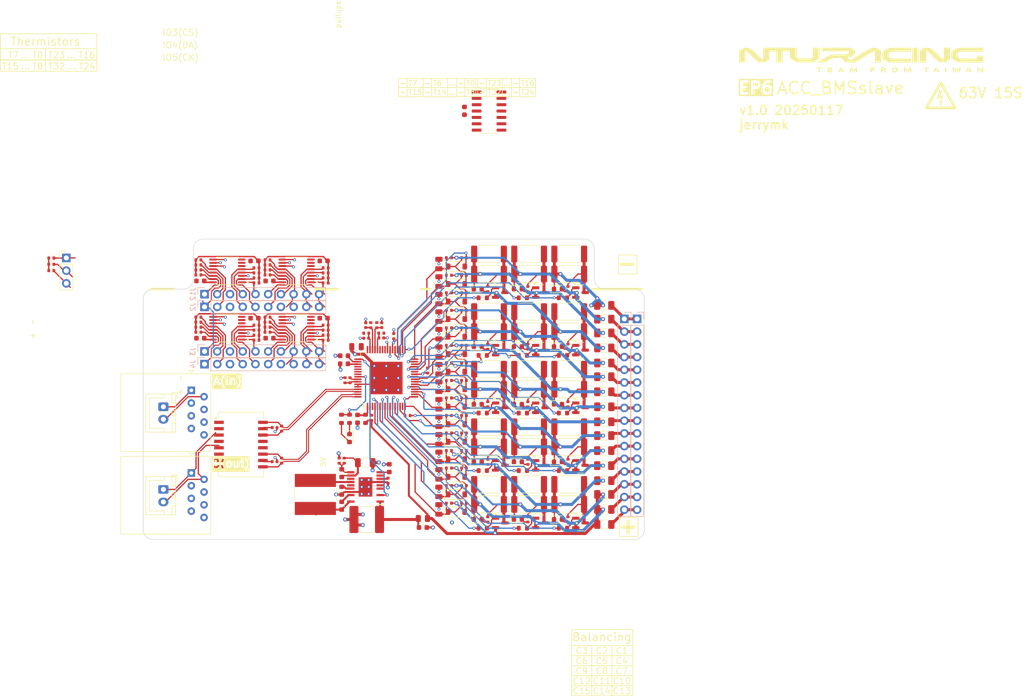
<source format=kicad_pcb>
(kicad_pcb (version 20240108) (generator "pcbnew") (generator_version "8.0")
  (layers (0 "F.Cu" signal) (1 "In1.Cu" signal) (2 "In2.Cu" signal) (31 "B.Cu" signal) (34 "B.Paste" user) (35 "F.Paste" user) (36 "B.SilkS" user "B.Silkscreen") (37 "F.SilkS" user "F.Silkscreen") (38 "B.Mask" user) (39 "F.Mask" user) (44 "Edge.Cuts" user))
  (net 0 "")
  (net 1 "/VREF2")
  (net 2 "Earth")
  (net 3 "/power/VIN")
  (net 4 "/VP")
  (net 5 "/GPIO6")
  (net 6 "/GPIO7")
  (net 7 "/GPIO8")
  (net 8 "/GPIO9")
  (net 9 "Net-(IC1-VREF1)")
  (net 10 "Net-(TR1-C_RX)")
  (net 11 "Net-(TR1-C_TX)")
  (net 12 "Net-(IC2-TR{slash}SS)")
  (net 13 "Net-(IC2-SW)")
  (net 14 "Net-(IC2-BST)")
  (net 15 "Net-(IC2-FB)")
  (net 16 "Net-(IC2-INTVCC)")
  (net 17 "/C2")
  (net 18 "/C1")
  (net 19 "VREG")
  (net 20 "/C3")
  (net 21 "/C4")
  (net 22 "/C5")
  (net 23 "/C7")
  (net 24 "/C6")
  (net 25 "/C8")
  (net 26 "/C9")
  (net 27 "/C0")
  (net 28 "/C10")
  (net 29 "/C11")
  (net 30 "/C13")
  (net 31 "/C12")
  (net 32 "/C14")
  (net 33 "/C15")
  (net 34 "/C16")
  (net 35 "/C17")
  (net 36 "Net-(D2-K)")
  (net 37 "Net-(D3-A)")
  (net 38 "Net-(IC3-D)")
  (net 39 "Net-(D4-A)")
  (net 40 "Net-(IC4-D)")
  (net 41 "Net-(IC5-D)")
  (net 42 "Net-(D5-A)")
  (net 43 "Net-(IC6-D)")
  (net 44 "Net-(D6-A)")
  (net 45 "Net-(D7-A)")
  (net 46 "Net-(IC7-D)")
  (net 47 "Net-(IC8-D)")
  (net 48 "Net-(D8-A)")
  (net 49 "Net-(D9-A)")
  (net 50 "Net-(IC9-D)")
  (net 51 "Net-(IC10-D)")
  (net 52 "Net-(D10-A)")
  (net 53 "Net-(D11-A)")
  (net 54 "Net-(IC11-D)")
  (net 55 "Net-(IC12-D)")
  (net 56 "Net-(D12-A)")
  (net 57 "Net-(D13-A)")
  (net 58 "Net-(IC13-D)")
  (net 59 "Net-(D14-A)")
  (net 60 "Net-(IC14-D)")
  (net 61 "Net-(IC15-D)")
  (net 62 "Net-(D15-A)")
  (net 63 "Net-(IC16-D)")
  (net 64 "Net-(D16-A)")
  (net 65 "Net-(IC17-D)")
  (net 66 "Net-(D17-A)")
  (net 67 "/CT1")
  (net 68 "/CT2")
  (net 69 "/CT3")
  (net 70 "/CT4")
  (net 71 "/CT5")
  (net 72 "/CT6")
  (net 73 "/CT7")
  (net 74 "/CT8")
  (net 75 "/CT9")
  (net 76 "/CT10")
  (net 77 "/CT11")
  (net 78 "/CT12")
  (net 79 "/CT13")
  (net 80 "/CT14")
  (net 81 "/CT15")
  (net 82 "/S14")
  (net 84 "/S10")
  (net 85 "/S2")
  (net 86 "/S16")
  (net 87 "/OUT_N")
  (net 88 "/S4")
  (net 89 "/GPIO4")
  (net 90 "/S9")
  (net 92 "/IN_P")
  (net 93 "/S11")
  (net 95 "/S8")
  (net 96 "/GPIO2")
  (net 97 "Net-(IC1-ICMP)")
  (net 98 "/GPIO3")
  (net 99 "/S15")
  (net 100 "/GPIO1")
  (net 101 "/S13")
  (net 102 "/S7")
  (net 103 "/OUT_P")
  (net 104 "/S1")
  (net 105 "/S17")
  (net 107 "/S5")
  (net 108 "/GPIO5")
  (net 109 "/IN_N")
  (net 110 "Net-(IC1-IBIAS)")
  (net 111 "/C18")
  (net 112 "/DRIVE")
  (net 113 "/S3")
  (net 117 "Net-(IC2-IND)")
  (net 119 "Net-(IC2-RT)")
  (net 122 "Net-(IC3-G)")
  (net 123 "Net-(IC4-G)")
  (net 124 "Net-(IC5-G)")
  (net 125 "Net-(IC6-G)")
  (net 126 "Net-(IC7-G)")
  (net 127 "Net-(IC8-G)")
  (net 128 "Net-(IC9-G)")
  (net 129 "Net-(IC10-G)")
  (net 130 "Net-(IC11-G)")
  (net 131 "Net-(IC12-G)")
  (net 132 "Net-(IC13-G)")
  (net 133 "Net-(IC14-G)")
  (net 134 "Net-(IC15-G)")
  (net 135 "Net-(IC16-G)")
  (net 136 "Net-(IC17-G)")
  (net 137 "/T1")
  (net 138 "/T0")
  (net 139 "/T3")
  (net 140 "/T2")
  (net 141 "/T4")
  (net 142 "/T5")
  (net 143 "/T7")
  (net 144 "/T6")
  (net 145 "/T11")
  (net 146 "/T13")
  (net 147 "/T9")
  (net 148 "/T14")
  (net 149 "/T8")
  (net 150 "/T12")
  (net 151 "/T15")
  (net 152 "/T10")
  (net 153 "/T18")
  (net 154 "/T17")
  (net 155 "/T21")
  (net 156 "/T20")
  (net 157 "/T23")
  (net 158 "/T19")
  (net 159 "/T16")
  (net 160 "/T22")
  (net 161 "/T28")
  (net 162 "/T25")
  (net 163 "/T26")
  (net 164 "/T27")
  (net 165 "/T29")
  (net 166 "/T24")
  (net 168 "Net-(J8-Pin_2)")
  (net 173 "Net-(J8-Pin_1)")
  (net 176 "Net-(J9-Pin_1)")
  (net 177 "Net-(J9-Pin_2)")
  (net 183 "Net-(U1A--)")
  (net 184 "Net-(U1B--)")
  (net 185 "Net-(U1C--)")
  (net 186 "Net-(U1D--)")
  (net 189 "/tprobe_mux1/OUT")
  (net 190 "/tprobe_mux4/OUT")
  (net 191 "/tprobe_mux3/OUT")
  (net 192 "/tprobe_mux2/OUT")
  (net 193 "Net-(IC1-WDT)")
  (net 194 "/T30")
  (net 195 "/T31")
  (net 196 "Net-(J1-Pin_1)")
  (net 197 "Net-(J1-Pin_2)")
  (net 198 "Net-(J1-Pin_3)")
  (net 199 "Net-(J1-Pin_4)")
  (net 200 "Net-(J1-Pin_5)")
  (net 201 "Net-(J1-Pin_6)")
  (net 202 "Net-(J1-Pin_7)")
  (net 203 "Net-(J1-Pin_8)")
  (net 204 "Net-(J1-Pin_9)")
  (net 205 "Net-(J1-Pin_10)")
  (net 206 "Net-(J1-Pin_11)")
  (net 207 "Net-(J1-Pin_12)")
  (net 208 "Net-(J1-Pin_13)")
  (net 209 "Net-(J1-Pin_14)")
  (net 210 "Net-(J1-Pin_15)")
  (net 211 "Net-(J1-Pin_16)")
  (footprint "Resistor_SMD:R_0603_1608Metric" (layer "F.Cu") (at 117.75 103.74)
    (property "Reference" "R95" (hide yes))
    (property "Value" "3.3k")
  )
  (footprint "Package_SO:TSSOP-16_4.4x5mm_P0.65mm" (layer "F.Cu") (at 80.6 86.8 180)
    (property "Reference" "U4" (hide yes))
    (property "Value" "CD4051B")
  )
  (footprint "Capacitor_SMD:C_0603_1608Metric" (layer "F.Cu") (at 72.2 84.8 180)
    (property "Reference" "C1" (hide yes))
    (property "Value" "100n")
  )
  (footprint "Capacitor_SMD:C_0402_1005Metric" (layer "F.Cu") (at 114 76.24)
    (property "Reference" "C28" (hide yes))
    (property "Value" "100n")
  )
  (footprint "LED_SMD:LED_0603_1608Metric" (layer "F.Cu") (at 132.75 113.49)
    (property "Reference" "D12" (hide yes))
    (property "Value" "RED")
  )
  (footprint "Resistor_SMD:R_0402_1005Metric" (layer "F.Cu") (at 90.2625 97.2 90)
    (property "Reference" "R44" (hide yes))
    (property "Value" "1k")
  )
  (footprint "Resistor_SMD:R_0402_1005Metric" (layer "F.Cu") (at 106.75 95.25 -90)
    (property "Reference" "R37" (hide yes))
    (property "Value" "10")
  )
  (footprint "Resistor_SMD:R_0402_1005Metric" (layer "F.Cu") (at 111 86.74 180)
    (property "Reference" "R76" (hide yes))
    (property "Value" "10")
  )
  (footprint "Capacitor_SMD:C_0402_1005Metric" (layer "F.Cu") (at 114 72.74)
    (property "Reference" "C42" (hide yes))
    (property "Value" "100n")
  )
  (footprint "Capacitor_SMD:C_0603_1608Metric" (layer "F.Cu") (at 86 73.37 180)
    (property "Reference" "C59" (hide yes))
    (property "Value" "100n")
  )
  (footprint "Resistor_SMD:R_2512_6332Metric" (layer "F.Cu") (at 119 110.49)
    (property "Reference" "R109" (hide yes))
    (property "Value" "22R")
  )
  (footprint "Capacitor_SMD:C_0603_1608Metric" (layer "F.Cu") (at 99.1 114.75 90)
    (property "Reference" "C18" (hide yes))
    (property "Value" "100p")
  )
  (footprint "Capacitor_SMD:C_0805_2012Metric" (layer "F.Cu") (at 109 84.49 90)
    (property "Reference" "C31" (hide yes))
    (property "Value" "100n 100V")
  )
  (footprint "Resistor_SMD:R_2512_6332Metric" (layer "F.Cu") (at 119 117.99)
    (property "Reference" "R120" (hide yes))
    (property "Value" "22R")
  )
  (footprint "Resistor_SMD:R_2512_6332Metric" (layer "F.Cu") (at 135 71.99)
    (property "Reference" "R58" (hide yes))
    (property "Value" "22R")
  )
  (footprint "Resistor_SMD:R_0402_1005Metric" (layer "F.Cu") (at 111 100.74 180)
    (property "Reference" "R97" (hide yes))
    (property "Value" "10")
  )
  (footprint "Capacitor_SMD:C_0603_1608Metric" (layer "F.Cu") (at 114.1 43.4 -90)
    (property "Reference" "C7" (hide yes))
    (property "Value" "1u")
  )
  (footprint "Capacitor_SMD:C_1206_3216Metric" (layer "F.Cu") (at 94.3 113.65)
    (property "Reference" "C22" (hide yes))
    (property "Value" "22u")
  )
  (footprint "Resistor_SMD:R_0603_1608Metric" (layer "F.Cu") (at 91.1625 104.9 90)
    (property "Reference" "R46" (hide yes))
    (property "Value" "1k")
  )
  (footprint "Resistor_SMD:R_0402_1005Metric" (layer "F.Cu") (at 118.75 101.99 -90)
    (property "Reference" "R92" (hide yes))
    (property "Value" "510")
  )
  (footprint "Resistor_SMD:R_2512_6332Metric" (layer "F.Cu") (at 127 71.99)
    (property "Reference" "R54" (hide yes))
    (property "Value" "22R")
  )
  (footprint "Diode_SMD:D_SOD-123" (layer "F.Cu") (at 112.5 119.99)
    (property "Reference" "Z14" (hide yes))
    (property "Value" "MMSZ4692T1G")
  )
  (footprint "Fuse:Fuse_1206_3216Metric" (layer "F.Cu") (at 142 105.5 180)
    (property "Reference" "F9" (hide yes))
    (property "Value" "0466.250NR")
  )
  (footprint "LED_SMD:LED_0603_1608Metric" (layer "F.Cu") (at 124.75 124.99)
    (property "Reference" "D16" (hide yes))
    (property "Value" "RED")
  )
  (footprint "Capacitor_SMD:C_0603_1608Metric" (layer "F.Cu") (at 61.4 88.8 180)
    (property "Reference" "C23" (hide yes))
    (property "Value" "10n")
  )
  (footprint "Graphics" (layer "F.Cu") (at 72 81)
    (property "Reference" "")
    (property "Value" "")
  )
  (footprint "Resistor_SMD:R_0402_1005Metric" (layer "F.Cu") (at 72.6 88.2)
    (property "Reference" "R7" (hide yes))
    (property "Value" "4k3")
  )
  (footprint "Capacitor_SMD:C_0402_1005Metric" (layer "F.Cu") (at 94.4 86.2 90)
    (property "Reference" "C57" (hide yes))
    (property "Value" "10n")
  )
  (footprint "Resistor_SMD:R_0402_1005Metric" (layer "F.Cu") (at 118.75 78.99 -90)
    (property "Reference" "R62" (hide yes))
    (property "Value" "510")
  )
  (footprint "Resistor_SMD:R_0402_1005Metric" (layer "F.Cu") (at 86.4 74.77)
    (property "Reference" "R151" (hide yes))
    (property "Value" "4k3")
  )
  (footprint "Capacitor_SMD:C_0402_1005Metric" (layer "F.Cu") (at 76.215 106.65)
    (property "Reference" "C15" (hide yes))
    (property "Value" "100p")
  )
  (footprint "Resistor_SMD:R_2512_6332Metric" (layer "F.Cu") (at 119 94.99)
    (property "Reference" "R93" (hide yes))
    (property "Value" "22R")
  )
  (footprint "Capacitor_SMD:C_0603_1608Metric" (layer "F.Cu") (at 89.6 122.25 -90)
    (property "Reference" "C19" (hide yes))
    (property "Value" "0.1u")
  )
  (footprint "Capacitor_SMD:C_0402_1005Metric" (layer "F.Cu") (at 114 90.24)
    (property "Reference" "C36" (hide yes))
    (property "Value" "100n")
  )
  (footprint "Resistor_SMD:R_0402_1005Metric" (layer "F.Cu") (at 134.75 90.49 -90)
    (property "Reference" "R67" (hide yes))
    (property "Value" "510")
  )
  (footprint "Resistor_SMD:R_2512_6332Metric" (layer "F.Cu") (at 127 83.49)
    (property "Reference" "R73" (hide yes))
    (property "Value" "22R")
  )
  (footprint "Capacitor_SMD:C_0805_2012Metric" (layer "F.Cu") (at 109 119.49 90)
    (property "Reference" "C53" (hide yes))
    (property "Value" "100n 100V")
  )
  (footprint "LED_SMD:LED_0603_1608Metric" (layer "F.Cu") (at 116.75 78.99)
    (property "Reference" "D5" (hide yes))
    (property "Value" "RED")
  )
  (footprint "Fuse:Fuse_1206_3216Metric" (layer "F.Cu") (at 142 85 180)
    (property "Reference" "F2" (hide yes))
    (property "Value" "0466.250NR")
  )
  (footprint "Resistor_SMD:R_2512_6332Metric" (layer "F.Cu") (at 127 121.99)
    (property "Reference" "R117" (hide yes))
    (property "Value" "22R")
  )
  (footprint "Resistor_SMD:R_0402_1005Metric" (layer "F.Cu") (at 134.75 78.99 -90)
    (property "Reference" "R57" (hide yes))
    (property "Value" "510")
  )
  (footprint "LED_SMD:LED_0603_1608Metric" (layer "F.Cu") (at 124.75 102)
    (property "Reference" "D10" (hide yes))
    (property "Value" "RED")
  )
  (footprint "LED_SMD:LED_0603_1608Metric" (layer "F.Cu") (at 124.75 113.49)
    (property "Reference" "D13" (hide yes))
    (property "Value" "RED")
  )
  (footprint "Resistor_SMD:R_0402_1005Metric" (layer "F.Cu") (at 31.6575 74.05)
    (property "Reference" "R129" (hide yes))
    (property "Value" "10k")
  )
  (footprint "Resistor_SMD:R_0402_1005Metric" (layer "F.Cu") (at 111 111.24 180)
    (property "Reference" "R124" (hide yes))
    (property "Value" "10")
  )
  (footprint "Fuse:Fuse_1206_3216Metric" (layer "F.Cu") (at 142 102.5 180)
    (property "Reference" "F8" (hide yes))
    (property "Value" "0466.250NR")
  )
  (footprint "Fuse:Fuse_1206_3216Metric" (layer "F.Cu") (at 141.990001 114.25 180)
    (property "Reference" "F12" (hide yes))
    (property "Value" "0466.250NR")
  )
  (footprint "Resistor_SMD:R_2512_6332Metric" (layer "F.Cu") (at 127 95)
    (property "Reference" "R88" (hide yes))
    (property "Value" "22R")
  )
  (footprint "Resistor_SMD:R_0402_1005Metric" (layer "F.Cu") (at 72.6 76.769999)
    (property "Reference" "R144" (hide yes))
    (property "Value" "4k3")
  )
  (footprint "Resistor_SMD:R_0402_1005Metric" (layer "F.Cu") (at 61 86.6 180)
    (property "Reference" "R2" (hide yes))
    (property "Value" "4k3")
  )
  (footprint "Resistor_SMD:R_0402_1005Metric" (layer "F.Cu") (at 98.85 117.25 -90)
    (property "Reference" "R50" (hide yes))
    (property "Value" "25.5k")
  )
  (footprint "Diode_SMD:D_SOD-123" (layer "F.Cu") (at 112.5 112.99)
    (property "Reference" "Z12" (hide yes))
    (property "Value" "MMSZ4692T1G")
  )
  (footprint "Package_TO_SOT_SMD:SOT-23" (layer "F.Cu") (at 137.25 114.19)
    (property "Reference" "IC12" (hide yes))
    (property "Value" "NX2301P,215")
  )
  (footprint "Resistor_SMD:R_0402_1005Metric" (layer "F.Cu") (at 134.75 113.49 -90)
    (property "Reference" "R98" (hide yes))
    (property "Value" "510")
  )
  (footprint "Inductor_SMD:L_Bourns-SRN8040_8x8.15mm" (layer "F.Cu") (at 84.35 120 -90)
    (property "Reference" "L1" (hide yes))
    (property "Value" "22u/2A")
  )
  (footprint "Connector_JST:JST_XH_B2B-XH-A_1x02_P2.50mm_Vertical" (layer "F.Cu") (at 54.022085 119 -90)
    (property "Reference" "J8" (hide yes))
    (property "Value" "isoSPI_out")
  )
  (footprint "Resistor_SMD:R_0402_1005Metric" (layer "F.Cu") (at 74.8 76.17 180)
    (property "Reference" "R148" (hide yes))
    (property "Value" "4k3")
  )
  (footprint "Diode_SMD:D_SOD-123" (layer "F.Cu") (at 112.5 105.99)
    (property "Reference" "Z10" (hide yes))
    (property "Value" "MMSZ4692T1G")
  )
  (footprint "Graphics" (layer "F.Cu") (at 176.251 31.5535)
    (property "Reference" "")
    (property "Value" "")
  )
  (footprint "Resistor_SMD:R_0402_1005Metric" (layer "F.Cu") (at 72.6 89.2)
    (property "Reference" "R5" (hide yes))
    (property "Value" "4k3")
  )
  (footprint "Resistor_SMD:R_0402_1005Metric" (layer "F.Cu") (at 100 88.4 -90)
    (property "Reference" "R38" (hide yes))
    (property "Value" "10")
  )
  (footprint "Resistor_SMD:R_0402_1005Metric" (layer "F.Cu") (at 74.8 87.6 180)
    (property "Reference" "R132" (hide yes))
    (property "Value" "4k3")
  )
  (footprint "Capacitor_SMD:C_0805_2012Metric" (layer "F.Cu") (at 109 98.49 90)
    (property "Reference" "C39" (hide yes))
    (property "Value" "100n 100V")
  )
  (footprint "Capacitor_SMD:C_0603_1608Metric" (layer "F.Cu") (at 89.6 119.25 -90)
    (property "Reference" "C21" (hide yes))
    (property "Value" "2.2u")
  )
  (footprint "Resistor_SMD:R_0402_1005Metric" (layer "F.Cu") (at 86.4 87.199999)
    (property "Reference" "R137" (hide yes))
    (property "Value" "4k3")
  )
  (footprint "Resistor_SMD:R_0402_1005Metric" (layer "F.Cu") (at 72.6 77.769999)
    (property "Reference" "R142" (hide yes))
    (property "Value" "4k3")
  )
  (footprint "Package_TO_SOT_SMD:SOT-23" (layer "F.Cu") (at 121.25 79.69)
    (property "Reference" "IC5" (hide yes))
    (property "Value" "NX2301P,215")
  )
  (footprint "Resistor_SMD:R_0402_1005Metric" (layer "F.Cu") (at 95.5625 104.7 90)
    (property "Reference" "R35" (hide yes))
    (property "Value" "10")
  )
  (footprint "Resistor_SMD:R_2512_6332Metric" (layer "F.Cu") (at 135 98.99)
    (property "Reference" "R84" (hide yes))
    (property "Value" "22R")
  )
  (footprint "LED_SMD:LED_0603_1608Metric" (layer "F.Cu") (at 91.1625 108.75 -90)
    (property "Reference" "D2" (hide yes))
    (property "Value" "BLUE")
  )
  (footprint "LED_SMD:LED_0603_1608Metric" (layer "F.Cu") (at 116.75 101.99)
    (property "Reference" "D11" (hide yes))
    (property "Value" "RED")
  )
  (footprint "Resistor_SMD:R_0603_1608Metric" (layer "F.Cu") (at 117.75 126.74)
    (property "Reference" "R122" (hide yes))
    (property "Value" "3.3k")
  )
  (footprint "Resistor_SMD:R_2512_6332Metric" (layer "F.Cu") (at 127 106.49)
    (property "Reference" "R104" (hide yes))
    (property "Value" "22R")
  )
  (footprint "Resistor_SMD:R_0402_1005Metric" (layer "F.Cu") (at 61 73.170001 180)
    (property "Reference" "R141" (hide yes))
    (property "Value" "4k3")
  )
  (footprint "Resistor_SMD:R_2512_6332Metric" (layer "F.Cu") (at 135 110.49)
    (property "Reference" "R100" (hide yes))
    (property "Value" "22R")
  )
  (footprint "Transformer_SMD:Transformer_Ethernet_Wuerth_749013011A" (layer "F.Cu") (at 69.497085 110.045)
    (property "Reference" "TR1" (hide yes))
    (property "Value" "Wuerth_749013011A")
  )
  (footprint "Capacitor_SMD:C_0805_2012Metric" (layer "F.Cu") (at 109 112.49 90)
    (property "Reference" "C49" (hide yes))
    (property "Value" "100n 100V")
  )
  (footprint "Package_SO:TSSOP-16_4.4x5mm_P0.65mm" (layer "F.Cu") (at 66.8 75.37 180)
    (property "Reference" "U5" (hide yes))
    (property "Value" "CD4051B")
  )
  (footprint "Resistor_SMD:R_0402_1005Metric" (layer "F.Cu") (at 74.8 85.600001 180)
    (property "Reference" "R43" (hide yes))
    (property "Value" "4k3")
  )
  (footprint "Resistor_SMD:R_2512_6332Metric" (layer "F.Cu") (at 135 106.49)
    (property "Reference" "R99" (hide yes))
    (property "Value" "22R")
  )
  (footprint "Resistor_SMD:R_2512_6332Metric" (layer "F.Cu") (at 135 83.49)
    (property "Reference" "R68" (hide yes))
    (property "Value" "22R")
  )
  (footprint "Diode_SMD:D_SOD-123" (layer "F.Cu") (at 112.5 123.49)
    (property "Reference" "Z15" (hide yes))
    (property "Value" "MMSZ4692T1G")
  )
  (footprint "Resistor_SMD:R_0603_1608Metric" (layer "F.Cu") (at 117.75 80.74)
    (property "Reference" "R65" (hide yes))
    (property "Value" "3.3k")
  )
  (footprint "Resistor_SMD:R_0402_1005Metric" (layer "F.Cu") (at 74.8 74.170001 180)
    (property "Reference" "R146" (hide yes))
    (property "Value" "4k3")
  )
  (footprint "Package_TO_SOT_SMD:SOT-23" (layer "F.Cu") (at 137.25 79.69)
    (property "Reference" "IC4" (hide yes))
    (property "Value" "NX2301P,215")
  )
  (footprint "Capacitor_SMD:C_0805_2012Metric" (layer "F.Cu") (at 109 101.99 90)
    (property "Reference" "C43" (hide yes))
    (property "Value" "100n 100V")
  )
  (footprint "Capacitor_SMD:C_0603_1608Metric" (layer "F.Cu") (at 86 84.8 180)
    (property "Reference" "C11" (hide yes))
    (property "Value" "100n")
  )
  (footprint "Capacitor_SMD:C_0805_2012Metric" (layer "F.Cu") (at 109 94.99 90)
    (property "Reference" "C37" (hide yes))
    (property "Value" "100n 100V")
  )
  (footprint "Resistor_SMD:R_2512_6332Metric" (layer "F.Cu") (at 127 110.49)
    (property "Reference" "R105" (hide yes))
    (property "Value" "22R")
  )
  (footprint "Resistor_SMD:R_0402_1005Metric" (layer "F.Cu") (at 61 75.170001 180)
    (property "Reference" "R139" (hide yes))
    (property "Value" "4k3")
  )
  (footprint "Resistor_SMD:R_0603_1608Metric" (layer "F.Cu") (at 125.75 126.74)
    (property "Reference" "R118" (hide yes))
    (property "Value" "3.3k")
  )
  (footprint "Resistor_SMD:R_0402_1005Metric" (layer "F.Cu") (at 31.6575 72.8)
    (property "Reference" "R128" (hide yes))
    (property "Value" "10k")
  )
  (footprint "Resistor_SMD:R_0402_1005Metric" (layer "F.Cu") (at 31.6575 75.3)
    (property "Reference" "R130" (hide yes))
    (property "Value" "10k")
  )
  (footprint "Resistor_SMD:R_2512_6332Metric" (layer "F.Cu") (at 119 106.49)
    (property "Reference" "R108" (hide yes))
    (property "Value" "22R")
  )
  (footprint "Resistor_SMD:R_0402_1005Metric" (layer "F.Cu") (at 61 85.6 180)
    (property "Reference" "R1" (hide yes))
    (property "Value" "4k3")
  )
  (footprint "Capacitor_SMD:C_0402_1005Metric" (layer "F.Cu") (at 114 104.24)
    (property "Reference" "C46" (hide yes))
    (property "Value" "100n")
  )
  (footprint "Resistor_SMD:R_2512_6332Metric" (layer "F.Cu") (at 135 117.99)
    (property "Reference" "R112" (hide yes))
    (property "Value" "22R")
  )
  (footprint "Capacitor_SMD:C_0603_1608Metric" (layer "F.Cu") (at 72.2 73.37 180)
    (property "Reference" "C58" (hide yes))
    (property "Value" "100n")
  )
  (footprint "Resistor_SMD:R_0402_1005Metric" (layer "F.Cu") (at 111 93.74 180)
    (property "Reference" "R86" (hide yes))
    (property "Value" "10")
  )
  (footprint "Capacitor_SMD:C_0603_1608Metric" (layer "F.Cu") (at 90.074374 93.904558 180)
    (property "Reference" "C12" (hide yes))
    (property "Value" "1u")
  )
  (footprint "Resistor_SMD:R_0402_1005Metric" (layer "F.Cu") (at 111 107.74 180)
    (property "Reference" "R123" (hide yes))
    (property "Value" "10")
  )
  (footprint "Resistor_SMD:R_0402_1005Metric" (layer "F.Cu") (at 61 74.170001 180)
    (property "Reference" "R138" (hide yes))
    (property "Value" "4k3")
  )
  (footprint "Capacitor_SMD:C_0402_1005Metric" (layer "F.Cu") (at 97.6 86.2 90)
    (property "Reference" "C9" (hide yes))
    (property "Value" "10n")
  )
  (footprint "Resistor_SMD:R_0402_1005Metric" (layer "F.Cu") (at 134.75 124.99 -90)
    (property "Reference" "R111" (hide yes))
    (property "Value" "510")
  )
  (footprint "Resistor_SMD:R_0805_2012Metric" (layer "F.Cu") (at 105.8 124.8 180)
    (property "Reference" "R33" (hide yes))
    (property "Value" "100")
  )
  (footprint "LED_SMD:LED_0603_1608Metric" (layer "F.Cu") (at 132.75 101.99)
    (property "Reference" "D9" (hide yes))
    (property "Value" "RED")
  )
  (footprint "Capacitor_SMD:C_0603_1608Metric" (layer "F.Cu") (at 75.2 88.8 180)
    (property "Reference" "C24" (hide yes))
    (property "Value" "10n")
  )
  (footprint "Resistor_SMD:R_0402_1005Metric" (layer "F.Cu") (at 90.1 113.25 -90)
    (property "Reference" "R51" (hide yes))
    (property "Value" "1M/1%")
  )
  (footprint "Capacitor_SMD:C_0402_1005Metric" (layer "F.Cu") (at 114 86.74)
    (property "Reference" "C34" (hide yes))
    (property "Value" "100n")
  )
  (footprint "Resistor_SMD:R_0603_1608Metric" (layer "F.Cu") (at 125.75 103.75)
    (property "Reference" "R90" (hide yes))
    (property "Value" "3.3k")
  )
  (footprint "Resistor_SMD:R_0402_1005Metric" (layer "F.Cu") (at 86.4 76.769999)
    (property "Reference" "R152" (hide yes))
    (property "Value" "4k3")
  )
  (footprint "Resistor_SMD:R_2512_6332Metric" (layer "F.Cu") (at 135 121.99)
    (property "Reference" "R113" (hide yes))
    (property "Value" "22R")
  )
  (footprint "Resistor_SMD:R_0402_1005Metric" (layer "F.Cu") (at 126.75 78.99 -90)
    (property "Reference" "R53" (hide yes))
    (property "Value" "510")
  )
  (footprint "Resistor_SMD:R_2512_6332Metric" (layer "F.Cu") (at 119 121.99)
    (property "Reference" "R121" (hide yes))
    (property "Value" "22R")
  )
  (footprint "Package_TO_SOT_SMD:SOT-23" (layer "F.Cu") (at 121.25 102.69)
    (property "Reference" "IC11" (hide yes))
    (property "Value" "NX2301P,215")
  )
  (footprint "Resistor_SMD:R_2512_6332Metric" (layer "F.Cu") (at 119 75.99)
    (property "Reference" "R64" (hide yes))
    (property "Value" "22R")
  )
  (footprint "Capacitor_SMD:C_2220_5750Metric" (layer "F.Cu") (at 94.6 125 180)
    (property "Reference" "C17" (hide yes))
    (property "Value" "2.2u")
  )
  (footprint "nturt_kicad_lib_EP6:TSSOP-20 FE20(16) (EP Variation CB)" (layer "F.Cu") (at 94.35 118.5 180)
    (property "Reference" "IC2" (hide yes))
    (property "Value" "LT8631IFE#PBF" (hide yes))
  )
  (footprint "Graphics" (layer "F.Cu") (at 72 81)
    (property "Reference" "")
    (property "Value" "")
  )
  (footprint "LED_SMD:LED_0603_1608Metric" (layer "F.Cu") (at 132.75 90.49)
    (property "Reference" "D6" (hide yes))
    (property "Value" "RED")
  )
  (footprint "Capacitor_SMD:C_0402_1005Metric" (layer "F.Cu") (at 114 107.74)
    (property "Reference" "C48" (hide yes))
    (property "Value" "100n")
  )
  (footprint "Fuse:Fuse_1206_3216Metric" (layer "F.Cu") (at 142 99.5 180)
    (property "Reference" "F7" (hide yes))
    (property "Value" "0466.250NR")
  )
  (footprint "Resistor_SMD:R_0402_1005Metric" (layer "F.Cu") (at 74.8 75.170001 180)
    (property "Reference" "R147" (hide yes))
    (property "Value" "4k3")
  )
  (footprint "Fuse:Fuse_1206_3216Metric" (layer "F.Cu") (at 142 108.25 180)
    (property "Reference" "F10" (hide yes))
    (property "Value" "0466.250NR")
  )
  (footprint "LED_SMD:LED_0603_1608Metric" (layer "F.Cu") (at 116.75 113.49)
    (property "Reference" "D14" (hide yes))
    (property "Value" "RED")
  )
  (footprint "Resistor_SMD:R_0603_1608Metric" (layer "F.Cu") (at 117.75 92.24)
    (property "Reference" "R80" (hide yes))
    (property "Value" "3.3k")
  )
  (footprint "Graphics" (layer "F.Cu") (at 72 78.75)
    (property "Reference" "")
    (property "Value" "")
  )
  (footprint "Package_TO_SOT_SMD:SOT-23" (layer "F.Cu") (at 129.25 114.19)
    (property "Reference" "IC13" (hide yes))
    (property "Value" "NX2301P,215")
  )
  (footprint "LED_SMD:LED_0603_1608Metric" (layer "F.Cu") (at 132.75 124.99)
    (property "Reference" "D15" (hide yes))
    (property "Value" "RED")
  )
  (footprint "Capacitor_SMD:C_0603_1608Metric" (layer "F.Cu") (at 75.2 77.37 180)
    (property "Reference" "C26" (hide yes))
    (property "Value" "10n")
  )
  (footprint "Diode_SMD:D_SOD-123" (layer "F.Cu") (at 112.5 84.99)
    (property "Reference" "Z3" (hide yes))
    (property "Value" "MMSZ4692T1G")
  )
  (footprint "Resistor_SMD:R_0402_1005Metric" (layer "F.Cu") (at 118.75 124.99 -90)
    (property "Reference" "R119" (hide yes))
    (property "Value" "510")
  )
  (footprint "Resistor_SMD:R_0402_1005Metric" (layer "F.Cu") (at 95.4 86.2 -90)
    (property "Reference" "R39" (hide yes))
    (property "Value" "100R")
  )
  (footprint "Resistor_SMD:R_0402_1005Metric" (layer "F.Cu") (at 111 97.24 180)
    (property "Reference" "R91" (hide yes))
    (property "Value" "10")
  )
  (footprint "Resistor_SMD:R_0402_1005Metric" (layer "F.Cu") (at 86.4 88.199999)
    (property "Reference" "R136" (hide yes))
    (property "Value" "4k3")
  )
  (footprint "Capacitor_SMD:C_0603_1608Metric" (layer "F.Cu") (at 61.4 77.37 180)
    (property "Reference" "C25" (hide yes))
    (property "Value" "10n")
  )
  (footprint "Resistor_SMD:R_0402_1005Metric" (layer "F.Cu") (at 89.1 113.25 90)
    (property "Reference" "R52" (hide yes))
    (property "Value" "191k/1%")
  )
  (footprint "Package_SO:TSSOP-16_4.4x5mm_P0.65mm" (layer "F.Cu") (at 66.8 86.8 180)
    (property "Reference" "U3" (hide yes))
    (property "Value" "CD4051B")
  )
  (footprint "Diode_SMD:D_SOD-123" (layer "F.Cu") (at 112.5 116.49)
    (property "Reference" "Z13" (hide yes))
    (property "Value" "MMSZ4692T1G")
  )
  (footprint "Resistor_SMD:R_0603_1608Metric" (layer "F.Cu") (at 133.75 80.74)
    (property "Reference" "R60" (hide yes))
    (property "Value" "3.3k")
  )
  (footprint "Package_TO_SOT_SMD:SOT-23" (layer "F.Cu") (at 137.25 91.19)
    (property "Reference" "IC6" (hide yes))
    (property "Value" "NX2301P,215")
  )
  (footprint "Connector_JST:JST_XH_B2B-XH-A_1x02_P2.50mm_Vertical" (layer "F.Cu") (at 54.022085 102.5 -90)
    (property "Reference" "J9" (hide yes))
    (property "Value" "isoSPI_in")
  )
  (footprint "Capacitor_SMD:C_0402_1005Metric" (layer "F.Cu") (at 114 118.24)
    (property "Reference" "C54" (hide yes))
    (property "Value" "100n")
  )
  (footprint "Connector_PinHeader_2.54mm:PinHeader_1x03_P2.54mm_Vertical" (layer "F.Cu") (at 34.6575 72.775)
    (property "Reference" "J11" (hide yes))
    (property "Value" "GPIO")
  )
  (footprint "Diode_SMD:D_SOD-123" (layer "F.Cu") (at 112.5 74.49)
    (property "Reference" "Z8" (hide yes))
    (property "Value" "MMSZ4692T1G")
  )
  (footprint "Resistor_SMD:R_0603_1608Metric" (layer "F.Cu") (at 117.75 115.24)
    (property "Reference" "R110" (hide yes))
    (property "Value" "3.3k")
  )
  (footprint "Resistor_SMD:R_0402_1005Metric" (layer "F.Cu") (at 72.6 86.2)
    (property "Reference" "R6" (hide yes))
    (property "Value" "4k3")
  )
  (footprint "Capacitor_SMD:C_0402_1005Metric" (layer "F.Cu") (at 114 79.74)
    (property "Reference" "C30" (hide yes))
    (property "Value" "100n")
  )
  (footprint "Package_TO_SOT_SMD:SOT-23" (layer "F.Cu") (at 137.25 125.69)
    (property "Reference" "IC15" (hide yes))
    (property "Value" "NX2301P,215")
  )
  (footprint "Resistor_SMD:R_0603_1608Metric" (layer "F.Cu") (at 133.75 92.24)
    (property "Reference" "R70" (hide yes))
    (property "Value" "3.3k")
  )
  (footprint "Resistor_SMD:R_0402_1005Metric" (layer "F.Cu") (at 111 90.24 180)
    (property "Reference" "R81" (hide yes))
    (property "Value" "10")
  )
  (footprint "Resistor_SMD:R_0603_1608Metric" (layer "F.Cu") (at 94.3625 104.9 90)
    (property "Reference" "R34" (hide yes))
    (property "Value" "100")
  )
  (footprint "LED_SMD:LED_0603_1608Metric" (layer "F.Cu") (at 124.75 78.99)
    (property "Reference" "D3" (hide yes))
    (property "Value" "RED")
  )
  (footprint "Resistor_SMD:R_0603_1608Metric" (layer "F.Cu") (at 125.75 92.24)
    (property "Reference" "R75" (hide yes))
    (property "Value" "3.3k")
  )
  (footprint "Resistor_SMD:R_2512_6332Metric" (layer "F.Cu") (at 127 99)
    (property "Reference" "R89" (hide yes))
    (property "Value" "22R")
  )
  (footprint "Resistor_SMD:R_0402_1005Metric" (layer "F.Cu") (at 94.5 87.8)
    (property "Reference" "R42" (hide yes))
    (property "Value" "100R")
  )
  (footprint "Fuse:Fuse_1206_3216Metric" (layer "F.Cu") (at 142 93.75 180)
    (property "Reference" "F5" (hide yes))
    (property "Value" "0466.250NR")
  )
  (footprint "Resistor_SMD:R_0402_1005Metric" (layer "F.Cu") (at 111 79.74 180)
    (property "Reference" "R66" (hide yes))
    (property "Value" "10")
  )
  (footprint "Resistor_SMD:R_0402_1005Metric" (layer "F.Cu") (at 102.75 104.25 180)
    (property "Reference" "R36" (hide yes))
    (property "Value" "10")
  )
  (footprint "LED_SMD:LED_0603_1608Metric" (layer "F.Cu") (at 124.75 90.49)
    (property "Reference" "D7" (hide yes))
    (property "Value" "RED")
  )
  (footprint "Resistor_SMD:R_0402_1005Metric" (layer "F.Cu") (at 134.75 101.99 -90)
    (property "Reference" "R82" (hide yes))
    (property "Value" "510")
  )
  (footprint "Graphics" (layer "F.Cu") (at 72 81)
    (property "Reference" "")
    (property "Value" "")
  )
  (footprint "Resistor_SMD:R_0402_1005Metric" (layer "F.Cu") (at 86.4 75.769999)
    (property "Reference" "R153" (hide yes))
    (property "Value" "4k3")
  )
  (footprint "Graphics" (layer "F.Cu") (at 72 78.75)
    (property "Reference" "")
    (property "Value" "")
  )
  (footprint "Resistor_SMD:R_0402_1005Metric" (layer "F.Cu") (at 126.75 102 -90)
    (property "Reference" "R87" (hide yes))
    (property "Value" "510")
  )
  (footprint "Diode_SMD:D_SOD-123" (layer "F.Cu") (at 112.5 102.49)
    (property "Reference" "Z9" (hide yes))
    (property "Value" "MMSZ4692T1G")
  )
  (footprint "Resistor_SMD:R_0402_1005Metric" (layer "F.Cu") (at 97.5 87.8 180)
    (property "Reference" "R40" (hide yes))
    (property "Value" "100R")
  )
  (footprint "Diode_SMD:D_SOD-123" (layer "F.Cu") (at 112.5 88.49)
    (property "Reference" "Z4" (hide yes))
    (property "Value" "MMSZ4692T1G")
  )
  (footprint "Resistor_SMD:R_0402_1005Metric" (layer "F.Cu") (at 86.4 89.199999)
    (property "Reference" "R134" (hide yes))
    (property "Value" "4k3")
  )
  (footprint "LED_SMD:LED_0603_1608Metric" (layer "F.Cu") (at 132.75 78.99)
    (property "Reference" "D4" (hide yes))
    (property "Value" "RED")
  )
  (footprint "Fuse:Fuse_1206_3216Metric" (layer "F.Cu") (at 142 126 180)
    (property "Reference" "F16" (hide yes))
    (property "Value" "0466.250NR")
  )
  (footprint "Resistor_SMD:R_2512_6332Metric" (layer "F.Cu") (at 135 75.99)
    (property "Reference" "R59" (hide yes))
    (property "Value" "22R")
  )
  (footprint "Capacitor_SMD:C_0805_2012Metric" (layer "F.Cu") (at 109 122.99 90)
    (property "Reference" "C55" (hide yes))
    (property "Value" "100n 100V")
  )
  (footprint "Resistor_SMD:R_0402_1005Metric" (layer "F.Cu") (at 61 76.17 180)
    (property "Reference" "R140" (hide yes))
    (property "Value" "4k3")
  )
  (footprint "Resistor_SMD:R_0402_1005Metric" (layer "F.Cu") (at 74.8 84.600001 180)
    (property "Reference" "R133" (hide yes))
    (property "Value" "4k3")
  )
  (footprint "Resistor_SMD:R_0402_1005Metric" (layer "F.Cu") (at 126.75 124.99 -90)
    (property "Reference" "R115" (hide yes))
    (property "Value" "510")
  )
  (footprint "Resistor_SMD:R_2512_6332Metric" (layer "F.Cu") (at 127 75.99)
    (property "Reference" "R55" (hide yes))
    (property "Value" "22R")
  )
  (footprint "Resistor_SMD:R_2512_6332Metric" (layer "F.Cu") (at 127 117.99)
    (property "Reference" "R116" (hide yes))
    (property "Value" "22R")
  )
  (footprint "Diode_SMD:D_SOD-123" (layer "F.Cu") (at 112.5 98.99)
    (property "Reference" "Z7" (hide yes))
    (property "Value" "MMSZ4692T1G")
  )
  (footprint "Package_QFP:LQFP-64-1EP_10x10mm_P0.5mm_EP6.5x6.5mm" (layer "F.Cu") (at 98.5 96.75 90)
    (property "Reference" "IC1" (hide yes))
    (property "Value" "ADBMS1818ASWAZ-R7")
  )
  (footprint "Capacitor_SMD:C_0603_1608Metric" (layer "F.Cu") (at 105.8 126.6)
    (property "Reference" "C5" (hide yes))
    (property "Value" "100n")
  )
  (footprint "Resistor_SMD:R_0402_1005Metric" (layer "F.Cu") (at 86.4 86.2)
    (property "Reference" "R135" (hide yes))
    (property "Value" "4k3")
  )
  (footprint "Resistor_SMD:R_0603_1608Metric" (layer "F.Cu") (at 133.75 115.24)
    (property "Reference" "R101" (hide yes))
    (property "Value" "3.3k")
  )
  (footprint "Capacitor_SMD:C_0402_1005Metric" (layer "F.Cu") (at 114 114.74)
    (property "Reference" "C52" (hide yes))
    (property "Value" "100n")
  )
  (footprint "Capacitor_SMD:C_0805_2012Metric" (layer "F.Cu") (at 109 91.49 90)
    (property "Reference" "C35" (hide yes))
    (property "Value" "100n 100V")
  )
  (footprint "Capacitor_SMD:C_0805_2012Metric" (layer "F.Cu") (at 109 80.99 90)
    (property "Reference" "C29" (hide yes))
    (property "Value" "100n 100V")
  )
  (footprint "LED_SMD:LED_0603_1608Metric" (layer "F.Cu") (at 116.75 124.99)
    (property "Reference" "D17" (hide yes))
    (property "Value" "RED")
  )
  (footprint "Fuse:Fuse_1206_3216Metric" (layer "F.Cu") (at 142 82.25 180)
    (property "Reference" "F1" (hide yes))
    (property "Value" "0466.250NR")
  )
  (footprint "Capacitor_SMD:C_0805_2012Metric" (layer "F.Cu") (at 92.5625 90.5 180)
    (property "Reference" "C16" (hide yes))
    (property "Value" "1u")
  )
  (footprint "Resistor_SMD:R_0402_1005Metric" (layer "F.Cu") (at 96.6 86.2 -90)
    (property "Reference" "R41" (hide yes))
    (property "Value" "100R")
  )
  (footprint "Capacitor_SMD:C_0805_2012Metric" (layer "F.Cu") (at 109 87.99 90)
    (property "Reference" "C33" (hide yes))
    (property "Value" "100n 100V")
  )
  (footprint "Capacitor_SMD:C_0402_1005Metric" (layer "F.Cu") (at 76.215 113.45)
    (property "Reference" "C14" (hide yes))
    (property "Value" "100p")
  )
  (footprint "Capacitor_SMD:C_0603_1608Metric" (layer "F.Cu") (at 90.074374 92.304558 180)
    (property "Reference" "C13" (hide yes))
    (property "Value" "1u")
  )
  (footprint "Resistor_SMD:R_0402_1005Metric" (layer "F.Cu") (at 111 83.24 180)
    (property "Reference" "R71" (hide yes))
    (property "Value" "10")
  )
  (footprint "Package_TO_SOT_SMD:SOT-23" (layer "F.Cu") (at 121.25 125.69)
    (property "Reference" "IC17" (hide yes))
    (property "Value" "NX2301P,215")
  )
  (footprint "Resistor_SMD:R_0402_1005Metric" (layer "F.Cu") (at 111 121.74 180)
    (property "Reference" "R127" (hide yes))
    (property "Value" "10")
  )
  (footprint "Resistor_SMD:R_2512_6332Metric" (layer "F.Cu") (at 119 98.99)
    (property "Reference" "R94" (hide yes))
    (property "Value" "22R")
  )
  (footprint "Resistor_SMD:R_0603_1608Metric" (layer "F.Cu") (at 125.75 115.24)
    (property "Reference" "R106" (hide yes))
    (property "Value" "3.3k")
  )
  (footprint "Resistor_SMD:R_0402_1005Metric" (layer "F.Cu") (at 72.6 87.2)
    (property "Reference" "R8" (hide yes))
    (property "Value" "4k3")
  )
  (footprint "LED_SMD:LED_0603_1608Metric" (layer "F.Cu") (at 116.75 90.49)
    (property "Reference" "D8" (hide yes))
    (property "Value" "RED")
  )
  (footprint "Fuse:Fuse_1206_3216Metric" (layer "F.Cu") (at 141.990001 111.25 180)
    (property "Reference" "F11" (hide yes))
    (property "Value" "0466.250NR")
  )
  (footprint "Package_TO_SOT_SMD:SOT-23" (layer "F.Cu") (at 137.25 102.69)
    (property "Reference" "IC9" (hide yes))
    (property "Value" "NX2301P,215")
  )
  (footprint "Capacitor_SMD:C_0402_1005Metric" (layer "F.Cu") (at 94.5 88.8 180)
    (property "Reference" "C10" (hide yes))
    (property "Value" "10n")
  )
  (footprint "Capacitor_SMD:C_0402_1005Metric" (layer "F.Cu") (at 114 93.74)
    (property "Reference" "C38" (hide yes))
    (property "Value" "100n")
  )
  (footprint "Package_SO:SO-14_3.9x8.65mm_P1.27mm" (layer "F.Cu") (at 119 43.45)
    (property "Reference" "U1" (hide yes))
    (property "Value" "LM324DT")
  )
  (footprint "Graphics" (layer "F.Cu") (at 72 78.75)
    (property "Reference" "")
    (property "Value" "")
  )
  (footprint "Resistor_SMD:R_2512_6332Metric" (layer "F.Cu") (at 135 94.99)
    (property "Reference" "R83" (hide yes))
    (property "Value" "22R")
  )
  (footprint "Resistor_SMD:R_0603_1608Metric" (layer "F.Cu") (at 125.75 80.74)
    (property "Reference" "R56" (hide yes))
    (property "Value" "3.3k")
  )
  (footprint "Resistor_SMD:R_0402_1005Metric" (layer "F.Cu") (at 74.8 86.600001 180)
    (property "Reference" "R131" (hide yes))
    (property "Value" "4k3")
  )
  (footprint "Fuse:Fuse_1206_3216Metric" (layer "F.Cu") (at 142 123 180)
    (property "Reference" "F15" (hide yes))
    (property "Value" "0466.250NR")
  )
  (footprint "Resistor_SMD:R_0402_1005Metric" (layer "F.Cu") (at 118.75 90.49 -90)
    (property "Reference" "R77" (hide yes))
    (property "Value" "510")
  )
  (footprint "Fuse:Fuse_1206_3216Metric" (layer "F.Cu") (at 142 87.75 180)
    (property "Reference" "F3" (hide yes))
    (property "Value" "0466.250NR")
  )
  (footprint "Resistor_SMD:R_0603_1608Metric" (layer "F.Cu") (at 133.75 126.74)
    (property "Reference" "R114" (hide yes))
    (property "Value" "3.3k")
  )
  (footprint "Resistor_SMD:R_0402_1005Metric" (layer "F.Cu") (at 61 87.6 180)
    (property "Reference" "R3" (hide yes))
    (property "Value" "4k3")
  )
  (footprint "Resistor_SMD:R_0402_1005Metric" (layer "F.Cu") (at 111 76.24 180)
    (property "Reference" "R61" (hide yes))
    (property "Value" "10")
  )
  (footprint "Resistor_SMD:R_2512_6332Metric" (layer "F.Cu") (at 119 83.49)
    (property "Reference" "R78" (hide yes))
    (property "Value" "22R")
  )
  (footprint "Resistor_SMD:R_0402_1005Metric" (layer "F.Cu") (at 72.6 75.769999)
    (property "Reference" "R145" (hide yes))
    (property "Value" "4k3")
  )
  (footprint "Resistor_SMD:R_0402_1005Metric" (layer "F.Cu") (at 77.615 113.25 -90)
    (property "Reference" "R48" (hide yes))
    (property "Value" "100R")
  )
  (footprint "Resistor_SMD:R_0402_1005Metric" (layer "F.Cu") (at 111 118.24 180)
    (property "Reference" "R126" (hide yes))
    (property "Value" "10")
  )
  (footprint "Resistor_SMD:R_2512_6332Metric" (layer "F.Cu") (at 127 87.49)
    (property "Reference" "R74" (hide yes))
    (property "Value" "22R")
  )
  (footprint "Capacitor_SMD:C_0402_1005Metric" (layer "F.Cu") (at 114 100.74)
    (property "Reference" "C44" (hide yes))
    (property "Value" "100n")
  )
  (footprint "Fuse:Fuse_1206_3216Metric" (layer "F.Cu") (at 142 90.75 180)
    (property "Reference" "F4" (hide yes))
    (property "Value" "0466.250NR")
  )
  (footprint "Resistor_SMD:R_0402_1005Metric" (layer "F.Cu") (at 74.8 73.170001 180)
    (property "Reference" "R149" (hide yes))
    (property "Value" "4k3")
  )
  (footprint "Fuse:Fuse_1206_3216Metric" (layer "F.Cu") (at 142 117.25 180)
    (property "Reference" "F13" (hide yes))
    (property "Value" "0466.250NR")
  )
  (footprint "Resistor_SMD:R_0402_1005Metric" (layer "F.Cu") (at 111 114.74 180)
    (property "Reference" "R125" (hide yes))
    (property "Value" "10")
  )
  (footprint "Resistor_SMD:R_2512_6332Metric" (layer "F.Cu") (at 119 87.49)
    (property "Reference" "R79" (hide yes))
    (property "Value" "22R")
  )
  (footprint "Resistor_SMD:R_0603_1608Metric" (layer "F.Cu") (at 133.75 103.74)
    (property "Reference" "R85" (hide yes))
    (property "Value" "3.3k")
  )
  (footprint "Diode_SMD:D_SOD-123" (layer "F.Cu") (at 112.5 91.99)
    (property "Reference" "Z5" (hide yes))
    (property "Value" "MMSZ4692T1G")
  )
  (footprint "Connector_RJ:RJ45_Amphenol_54602-x08_Horizontal" (layer "F.Cu") (at 59.597085 99.2175 -90)
    (property "Reference" "J7" (hide yes))
    (property "Value" "RJ45")
  )
  (footprint "Package_TO_SOT_SMD:SOT-23" (layer "F.Cu") (at 129.25 102.7)
    (property "Reference" "IC10" (hide yes))
    (property "Value" "NX2301P,215")
  )
  (footprint "Capacitor_SMD:C_0805_2012Metric" (layer "F.Cu") (at 109 73.99 90)
    (property "Reference" "C41" (hide yes))
    (property "Value" "100n 100V")
  )
  (footprint "Resistor_SMD:R_0603_1608Metric" (layer "F.Cu") (at 89.5625 104.9 90)
    (property "Reference" "R47" (hide yes))
    (property "Value" "1M")
  )
  (footprint "Resistor_SMD:R_0402_1005Metric" (layer "F.Cu") (at 111 72.74 180)
    (property "Reference" "R96" (hide yes))
    (property "Value" "10")
  )
  (footprint "Diode_SMD:D_SOD-123" (layer "F.Cu") (at 112.5 77.99)
    (property "Reference" "Z1" (hide yes))
    (property "Value" "MMSZ4692T1G")
  )
  (footprint "Diode_SMD:D_SOD-123" (layer "F.Cu") (at 112.5 81.49)
    (property "Reference" "Z2" (hide yes))
    (property "Value" "MMSZ4692T1G")
  )
  (footprint "Package_TO_SOT_SMD:SOT-23" (layer "F.Cu") (at 121.25 114.19)
    (property "Reference" "IC14" (hide yes))
    (property "Value" "NX2301P,215")
  )
  (footprint "Capacitor_SMD:C_0603_1608Metric" (layer "F.Cu") (at 89.6 115.75 -90)
    (property "Reference" "C20" (hide yes))
    (property "Value" "4.7p")
  )
  (footprint "Capacitor_SMD:C_0402_1005Metric" (layer "F.Cu") (at 114 111.24)
    (property "Reference" "C50" (hide yes))
    (property "Value" "100n")
  )
  (footprint "Resistor_SMD:R_2512_6332Metric" (layer "F.Cu") (at 135 87.49)
    (property "Reference" "R69" (hide yes))
    (property "Value" "22R")
  )
  (footprint "Capacitor_SMD:C_0805_2012Metric" (layer "F.Cu") (at 109 105.49 90)
    (property "Reference" "C45" (hide yes))
    (property "Value" "100n 100V")
  )
  (footprint "Capacitor_SMD:C_0805_2012Metric" (layer "F.Cu") (at 109 108.99 90)
    (property "Reference" "C47" (hide yes))
    (property "Value" "100n 100V")
  )
  (footprint "Diode_SMD:D_SOD-123" (layer "F.Cu") (at 112.5 109.49)
    (property "Reference" "Z11" (hide yes))
    (property "Value" "MMSZ4692T1G")
  )
  (footprint "Resistor_SMD:R_0402_1005Metric" (layer "F.Cu") (at 111 104.24 180)
    (property "Reference" "R102" (hide yes))
    (property "Value" "10")
  )
  (footprint "Graphics" (layer "F.Cu") (at 72 81)
    (property "Reference" "")
    (property "Value" "")
  )
  (footprint "Resistor_SMD:R_2512_6332Metric" (layer "F.Cu") (at 119 71.99)
    (property "Reference" "R63" (hide yes))
    (property "Value" "22R")
  )
  (footprint "Capacitor_SMD:C_0402_1005Metric" (layer "F.Cu") (at 114 97.24)
    (property "Reference" "C40" (hide yes))
    (property "Value" "100n")
  )
  (footprint "Resistor_SMD:R_0402_1005Metric" (layer "F.Cu") (at 126.75 90.49 -90)
    (property "Reference" "R72" (hide yes))
    (property "Value" "510")
  )
  (footprint "Capacitor_SMD:C_0805_2012Metric" (layer "F.Cu") (at 109 115.99 90)
    (property "Reference" "C51" (hide yes))
    (property "Value" "100n 100V")
  )
  (footprint "Capacitor_SMD:C_0805_2012Metric" (layer "F.Cu") (at 109 77.49 90)
    (property "Reference" "C27" (hide yes))
    (property "Value" "100n 100V")
  )
  (footprint "Resistor_SMD:R_0402_1005Metric" (layer "F.Cu") (at 118.75 113.49 -90)
    (property "Reference" "R107" (hide yes))
    (property "Value" "510")
  )
  (footprint "Capacitor_SMD:C_0402_1005Metric" (layer "F.Cu") (at 114 121.74)
    (property "Reference" "C56" (hide yes))
    (property "Value" "100n")
  )
  (footprint "Fuse:Fuse_1206_3216Metric" (layer "F.Cu") (at 142 96.5 180)
    (property "Reference" "F6" (hide yes))
    (property "Value" "0466.250NR")
  )
  (footprint "Package_SO:TSSOP-16_4.4x5mm_P0.65mm" (layer "F.Cu") (at 80.6 75.37 180)
    (property "Reference" "U6" (hide yes))
    (property "Value" "CD4051B")
  )
  (footprint "Package_TO_SOT_SMD:SOT-23" (layer "F.Cu") (at 129.25 125.69)
    (property "Reference" "IC16" (hide yes))
    (property "Value" "NX2301P,215")
  )
  (footprint "Capacitor_SMD:C_0402_1005Metric" (layer "F.Cu") (at 114 83.24)
    (property "Reference" "C32" (hide yes))
    (property "Value" "100n")
  )
  (footprint "Resistor_SMD:R_0402_1005Metric" (layer "F.Cu") (at 77.615 106.85 -90)
    (property "Reference" "R49" (hide yes))
    (property "Value" "100R")
  )
  (footprint "Capacitor_SMD:C_0603_1608Metric" (layer "F.Cu") (at 92.7625 104.9 -90)
    (property "Reference" "C6" (hide yes))
    (property "Value" "100n")
  )
  (footprint "Connector_RJ:RJ45_Amphenol_54602-x08_Horizontal" (layer "F.Cu") (at 59.597085 115.7175 -90)
    (property "Reference" "J6" (hide yes))
    (property "Value" "RJ45")
  )
  (footprint "Fuse:Fuse_1206_3216Metric" (layer "F.Cu") (at 142 120 180)
    (property "Reference" "F14" (hide yes))
    (property "Value" "0466.250NR")
  )
  (footprint "Package_TO_SOT_SMD:SOT-23" (layer "F.Cu") (at 121.25 91.19)
    (property "Reference" "IC8" (hide yes))
    (property "Value" "NX2301P,215")
  )
  (footprint "Resistor_SMD:R_0402_1005Metric" (layer "F.Cu") (at 126.75 113.49 -90)
    (property "Reference" "R103" (hide yes))
    (property "Value" "510")
  )
  (footprint "Diode_SMD:D_SOD-123" (layer "F.Cu") (at 112.5 95.49)
    (property "Reference" "Z6" (hide yes))
    (property "Value" "MMSZ4692T1G")
  )
  (footprint "Graphics" (layer "F.Cu") (at 72 78.75)
    (property "Reference" "")
    (property "Value" "")
  )
  (footprint "Resistor_SMD:R_0402_1005Metric" (layer "F.Cu") (at 86.4 77.769999)
    (property "Reference" "R150" (hide yes))
    (property "Value" "4k3")
  )
  (footprint "Resistor_SMD:R_0402_1005Metric" (layer "F.Cu") (at 61 84.6 180)
    (property "Reference" "R4" (hide yes))
    (property "Value" "4k3")
  )
  (footprint "Resistor_SMD:R_0402_1005Metric" (layer "F.Cu") (at 91.2625 97.2 -90)
    (property "Reference" "R45" (hide yes))
    (property "Value" "1k")
  )
  (footprint "Resistor_SMD:R_0402_1005Metric" (layer "F.Cu") (at 72.6 74.77)
    (property "Reference" "R143" (hide yes))
    (property "Value" "4k3")
  )
  (footprint "Capacitor_SMD:C_0402_1005Metric" (layer "F.Cu") (at 97.5 88.75)
    (property "Reference" "C8" (hide yes))
    (property "Value" "10n")
  )
  (footprint "Package_TO_SOT_SMD:SOT-23" (layer "F.Cu") (at 129.25 91.19)
    (property "Reference" "IC7" (hide yes))
    (property "Value" "NX2301P,215")
  )
  (footprint "Package_TO_SOT_SMD:SOT-23" (layer "F.Cu") (at 129.25 79.69)
    (property "Reference" "IC3" (hide yes))
    (property "Value" "NX2301P,215")
  )
  (footprint "Connector_PinHeader_2.54mm:PinHeader_1x16_P2.54mm_Vertical" (layer "B.Cu") (at 148.54 84.95 180)
    (property "Reference" "J1" (hide yes))
    (property "Value" "B2B_CELL2")
  )
  (footprint "Graphics" (layer "B.Cu") (at 72 78.75)
    (property "Reference" "")
    (property "Value" "")
  )
  (footprint "Connector_PinHeader_2.54mm:PinHeader_1x10_P2.54mm_Vertical" (layer "B.Cu") (at 62.235 93.98 -90)
    (property "Reference" "J4")
    (property "Value" "B2B_TEMP4")
  )
  (footprint "Connector_PinHeader_2.54mm:PinHeader_1x10_P2.54mm_Vertical" (layer "B.Cu") (at 62.235 80.01 -90)
    (property "Reference" "J12")
    (property "Value" "B2B_TEMP1")
  )
  (footprint "Connector_PinHeader_2.54mm:PinHeader_1x16_P2.54mm_Vertical" (layer "B.Cu") (at 146 84.95 180)
    (property "Reference" "J10" (hide yes))
    (property "Value" "B2B_CELL1")
  )
  (footprint "Connector_PinHeader_2.54mm:PinHeader_1x10_P2.54mm_Vertical" (layer "B.Cu") (at 62.235 91.44 -90)
    (property "Reference" "J3")
    (property "Value" "B2B_TEMP2")
  )
  (footprint "Connector_PinHeader_2.54mm:PinHeader_1x10_P2.54mm_Vertical" (layer "B.Cu") (at 62.235 82.55 -90)
    (property "Reference" "J2")
    (property "Value" "B2B_TEMP3")
  )
  (footprint "Graphics" (layer "B.Cu") (at 72 81)
    (property "Reference" "")
    (property "Value" "")
  )
  (gr_poly (pts (xy 208.9365 40.631) (xy 209.6985 40.25) (xy 209.254 41.837473) (xy 209.509529 41.722671) (xy 209 42.4725) (xy 208.8095 41.5835) (xy 209 41.774) (xy 209.1905 40.758) (xy 208.365 41.139) (xy 208.873 39.2975) (xy 209.4445 39.2975)) (stroke (width -0.000001)) (fill solid) (layer "F.SilkS"))
  (gr_line (start 107.55 36.95) (end 107.55 40.45) (stroke (width 0.15)) (layer "F.SilkS"))
  (gr_line (start 102.65 36.95) (end 102.65 40.55) (stroke (width 0.15)) (layer "F.SilkS"))
  (gr_line (start 149.4 79) (end 139.6 79) (stroke (width 0.5)) (layer "F.SilkS"))
  (gr_line (start 30.5 31) (end 30.5 33.25) (stroke (width 0.15)) (layer "F.SilkS"))
  (gr_line (start 21.5 28) (end 40.75 28) (stroke (width 0.15)) (layer "F.SilkS"))
  (gr_line (start 116.35 40.55) (end 116.35 38.75) (stroke (width 0.15)) (layer "F.SilkS"))
  (gr_line (start 21.5 33.25) (end 40.75 33.25) (stroke (width 0.15)) (layer "F.SilkS"))
  (gr_line (start 116.35 36.95) (end 100.95 36.95) (stroke (width 0.15)) (layer "F.SilkS"))
  (gr_line (start 128.25 38.75) (end 128.25 36.95) (stroke (width 0.15)) (layer "F.SilkS"))
  (gr_line (start 110.75 36.95) (end 110.75 40.55) (stroke (width 0.15)) (layer "F.SilkS"))
  (gr_line (start 135.5 150.2) (end 147.7 150.2) (stroke (width 0.15)) (layer "F.SilkS"))
  (gr_line (start 112.55 36.95) (end 112.55 40.55) (stroke (width 0.15)) (layer "F.SilkS"))
  (gr_line (start 88.7 79) (end 84.2 79) (stroke (width 0.5)) (layer "F.SilkS"))
  (gr_line (start 100.95 38.75) (end 100.95 40.55) (stroke (width 0.15)) (layer "F.SilkS"))
  (gr_line (start 135.5 158.2) (end 147.7 158.2) (stroke (width 0.15)) (layer "F.SilkS"))
  (gr_line (start 100.95 36.95) (end 100.95 38.75) (stroke (width 0.15)) (layer "F.SilkS"))
  (gr_line (start 147.7 160.2) (end 147.7 147) (stroke (width 0.15)) (layer "F.SilkS"))
  (gr_line (start 121.65 36.95) (end 121.65 40.55) (stroke (width 0.15)) (layer "F.SilkS"))
  (gr_line (start 118.45 36.95) (end 118.45 40.55) (stroke (width 0.15)) (layer "F.SilkS"))
  (gr_line (start 143.5 150.2) (end 143.5 160.2) (stroke (width 0.15)) (layer "F.SilkS"))
  (gr_line (start 139.5 160.2) (end 139.5 150.2) (stroke (width 0.15)) (layer "F.SilkS"))
  (gr_line (start 116.75 38.75) (end 116.75 40.55) (stroke (width 0.15)) (layer "F.SilkS"))
  (gr_line (start 40.75 28) (end 40.75 31) (stroke (width 0.15)) (layer "F.SilkS"))
  (gr_line (start 116.75 38.75) (end 128.25 38.75) (stroke (width 0.15)) (layer "F.SilkS"))
  (gr_line (start 128.25 40.55) (end 128.25 38.75) (stroke (width 0.15)) (layer "F.SilkS"))
  (gr_line (start 21.5 31) (end 40.75 31) (stroke (width 0.15)) (layer "F.SilkS"))
  (gr_line (start 105.85 36.95) (end 105.85 40.55) (stroke (width 0.15)) (layer "F.SilkS"))
  (gr_rect (start 145 124.6) (end 148.7 128.4) (stroke (width 0.15)) (fill none) (layer "F.SilkS"))
  (gr_line (start 135.5 154.2) (end 147.7 154.2) (stroke (width 0.15)) (layer "F.SilkS"))
  (gr_line (start 135.5 147) (end 135.5 160.2) (stroke (width 0.15)) (layer "F.SilkS"))
  (gr_line (start 40.75 35.5) (end 21.5 35.5) (stroke (width 0.15)) (layer "F.SilkS"))
  (gr_line (start 107.3 79) (end 105.5 79) (stroke (width 0.5)) (layer "F.SilkS"))
  (gr_line (start 135.5 147) (end 147.7 147) (stroke (width 0.15)) (layer "F.SilkS"))
  (gr_line (start 40.75 31) (end 40.75 33.25) (stroke (width 0.15)) (layer "F.SilkS"))
  (gr_line (start 40.75 33.25) (end 40.75 35.5) (stroke (width 0.15)) (layer "F.SilkS"))
  (gr_poly (pts (xy 209.157531 37.557705) (xy 209.17286 37.559128) (xy 209.188084 37.56156) (xy 209.203158 37.565029) (xy 209.218037 37.569564) (xy 209.225389 37.57224) (xy 209.232675 37.575194) (xy 209.239889 37.578429) (xy 209.247026 37.581948) (xy 209.25408 37.585755) (xy 209.261046 37.589854) (xy 209.267917 37.594249) (xy 209.274688 37.598942) (xy 209.281353 37.603938) (xy 209.287907 37.60924) (xy 209.294344 37.614852) (xy 209.300659 37.620777) (xy 209.306845 37.627019) (xy 209.312897 37.633582) (xy 209.318809 37.640468) (xy 209.324576 37.647683) (xy 209.330191 37.655229) (xy 209.33565 37.663109) (xy 209.340947 37.671329) (xy 209.346075 37.67989) (xy 212.239029 42.690516) (xy 212.239061 42.690532) (xy 212.239077 42.69054) (xy 212.239093 42.690548) (xy 212.247471 42.706305) (xy 212.254596 42.7223) (xy 212.260497 42.738484) (xy 212.265199 42.75481) (xy 212.268729 42.771229) (xy 212.271115 42.787692) (xy 212.272383 42.804151) (xy 212.272561 42.820558) (xy 212.271675 42.836864) (xy 212.269752 42.853021) (xy 212.266819 42.868981) (xy 212.262904 42.884694) (xy 212.258033 42.900113) (xy 212.252233 42.915189) (xy 212.24553 42.929874) (xy 212.237953 42.944119) (xy 212.229528 42.957877) (xy 212.220281 42.971098) (xy 212.21024 42.983733) (xy 212.199432 42.995736) (xy 212.187884 43.007057) (xy 212.175622 43.017648) (xy 212.162673 43.02746) (xy 212.149066 43.036445) (xy 212.134825 43.044556) (xy 212.119979 43.051742) (xy 212.104555 43.057956) (xy 212.088579 43.063149) (xy 212.072077 43.067274) (xy 212.055079 43.070281) (xy 212.037609 43.072122) (xy 212.019695 43.07275) (xy 206.233787 43.07275) (xy 206.215878 43.072126) (xy 206.198413 43.070288) (xy 206.181419 43.067283) (xy 206.164921 43.063161) (xy 206.148948 43.057969) (xy 206.133526 43.051757) (xy 206.118682 43.044571) (xy 206.104443 43.036462) (xy 206.090837 43.027477) (xy 206.077889 43.017665) (xy 206.065628 43.007074) (xy 206.05408 42.995753) (xy 206.043273 42.98375) (xy 206.033232 42.971113) (xy 206.023985 42.957891) (xy 206.01556 42.944133) (xy 206.007983 42.929886) (xy 206.001281 42.9152) (xy 205.995481 42.900123) (xy 205.99061 42.884702) (xy 205.986695 42.868988) (xy 205.983763 42.853027) (xy 205.981841 42.836869) (xy 205.980957 42.820562) (xy 205.981136 42.804154) (xy 205.982406 42.787693) (xy 205.984795 42.771229) (xy 205.988328 42.75481) (xy 205.993034 42.738484) (xy 205.998938 42.722299) (xy 206.006069 42.706304) (xy 206.014452 42.690548) (xy 206.087123 42.56468) (xy 206.673836 42.56468) (xy 211.579741 42.56468) (xy 209.126788 38.316107) (xy 206.673836 42.56468) (xy 206.087123 42.56468) (xy 208.907406 37.679869) (xy 208.917832 37.663092) (xy 208.928908 37.64767) (xy 208.94059 37.633573) (xy 208.952831 37.620773) (xy 208.965586 37.609241) (xy 208.978809 37.598948) (xy 208.992454 37.589864) (xy 209.006477 37.581961) (xy 209.020831 37.57521) (xy 209.03547 37.569582) (xy 209.050349 37.565047) (xy 209.065422 37.561578) (xy 209.080643 37.559144) (xy 209.095967 37.557718) (xy 209.111348 37.557269) (xy 209.126741 37.557769) (xy 209.142143 37.557262)) (stroke (width -0.000001)) (fill solid) (layer "F.SilkS"))
  (gr_line (start 135.5 160.2) (end 147.7 160.2) (stroke (width 0.15)) (layer "F.SilkS"))
  (gr_line (start 30.5 33.25) (end 30.5 35.5) (stroke (width 0.15)) (layer "F.SilkS"))
  (gr_line (start 116.35 38.75) (end 116.35 36.95) (stroke (width 0.15)) (layer "F.SilkS"))
  (gr_line (start 21.5 35.5) (end 21.5 33.25) (stroke (width 0.15)) (layer "F.SilkS"))
  (gr_line (start 135.5 156.2) (end 147.7 156.2) (stroke (width 0.15)) (layer "F.SilkS"))
  (gr_line (start 135.5 152.2) (end 147.7 152.2) (stroke (width 0.15)) (layer "F.SilkS"))
  (gr_line (start 100.95 40.55) (end 116.35 40.55) (stroke (width 0.15)) (layer "F.SilkS"))
  (gr_line (start 40.75 33.25) (end 21.5 33.25) (stroke (width 0.15)) (layer "F.SilkS"))
  (gr_line (start 128.25 36.95) (end 116.75 36.95) (stroke (width 0.15)) (layer "F.SilkS"))
  (gr_line (start 125.05 37) (end 125.05 40.5) (stroke (width 0.15)) (layer "F.SilkS"))
  (gr_line (start 21.5 31) (end 21.5 28) (stroke (width 0.15)) (layer "F.SilkS"))
  (gr_line (start 56 79) (end 51.5 79) (stroke (width 0.5)) (layer "F.SilkS"))
  (gr_line (start 116.75 36.95) (end 116.75 38.75) (stroke (width 0.15)) (layer "F.SilkS"))
  (gr_line (start 114.15 37) (end 114.15 40.5) (stroke (width 0.15)) (layer "F.SilkS"))
  (gr_rect (start 144.8 72.2) (end 148.5 76) (stroke (width 0.15)) (fill none) (layer "F.SilkS"))
  (gr_line (start 123.45 36.95) (end 123.45 40.55) (stroke (width 0.15)) (layer "F.SilkS"))
  (gr_line (start 116.75 40.55) (end 128.25 40.55) (stroke (width 0.15)) (layer "F.SilkS"))
  (gr_line (start 21.5 33.25) (end 21.5 31) (stroke (width 0.15)) (layer "F.SilkS"))
  (gr_line (start 100.95 38.75) (end 116.35 38.75) (stroke (width 0.15)) (layer "F.SilkS"))
  (gr_arc (start 60 77) (mid 59.414214 78.414214) (end 58 79) (stroke (width 0.1)) (layer "Edge.Cuts"))
  (gr_arc (start 50 81) (mid 50.585786 79.585786) (end 52 79) (stroke (width 0.1)) (layer "Edge.Cuts"))
  (gr_line (start 140 71) (end 140 77) (stroke (width 0.1)) (layer "Edge.Cuts"))
  (gr_line (start 148 129) (end 52 129) (stroke (width 0.1)) (layer "Edge.Cuts"))
  (gr_line (start 148 79) (end 142 79) (stroke (width 0.1)) (layer "Edge.Cuts"))
  (gr_arc (start 138 69) (mid 139.414214 69.585786) (end 140 71) (stroke (width 0.1)) (layer "Edge.Cuts"))
  (gr_arc (start 60 71) (mid 60.585786 69.585786) (end 62 69) (stroke (width 0.1)) (layer "Edge.Cuts"))
  (gr_arc (start 148 79) (mid 149.414214 79.585786) (end 150 81) (stroke (width 0.1)) (layer "Edge.Cuts"))
  (gr_line (start 50 127) (end 50 81) (stroke (width 0.1)) (layer "Edge.Cuts"))
  (gr_arc (start 52 129) (mid 50.585786 128.414214) (end 50 127) (stroke (width 0.1)) (layer "Edge.Cuts"))
  (gr_line (start 60 71) (end 60 77) (stroke (width 0.1)) (layer "Edge.Cuts"))
  (gr_arc (start 142 79) (mid 140.585786 78.414214) (end 140 77) (stroke (width 0.1)) (layer "Edge.Cuts"))
  (gr_line (start 150 81) (end 150 127) (stroke (width 0.1)) (layer "Edge.Cuts"))
  (gr_line (start 52 79) (end 58 79) (stroke (width 0.1)) (layer "Edge.Cuts"))
  (gr_line (start 138 69) (end 62 69) (stroke (width 0.1)) (layer "Edge.Cuts"))
  (gr_arc (start 150 127) (mid 149.414214 128.414214) (end 148 129) (stroke (width 0.1)) (layer "Edge.Cuts"))
  (gr_text "ACC_BMSslave" (at 176.25 40.25 0) (layer "F.SilkS") (effects (font (size 2.4 2.4) (thickness 0.32) (bold yes)) (justify left bottom)))
  (gr_text "T24" (at 37 35.25 0) (layer "F.SilkS") (effects (font (size 1.25 1.25) (thickness 0.16)) (justify left bottom)))
  (gr_text "..." (at 25.5 35.25 0) (layer "F.SilkS") (effects (font (size 1.25 1.25) (thickness 0.16)) (justify left bottom)))
  (gr_text "T32" (at 118.65 40.25 0) (layer "F.SilkS") (effects (font (size 1 1)) (justify left bottom)))
  (gr_text "-" (at 101.05 38.45 0) (layer "F.SilkS") (effects (font (size 1 1) (thickness 0.25) (bold yes)) (justify left bottom)))
  (gr_text "-" (at 105.95 38.45 0) (layer "F.SilkS") (effects (font (size 1 1) (thickness 0.25) (bold yes)) (justify left bottom)))
  (gr_text "-" (at 116.85 38.45 0) (layer "F.SilkS") (effects (font (size 1 1) (thickness 0.25) (bold yes)) (justify left bottom)))
  (gr_text "-" (at 116.85 40.25 0) (layer "F.SilkS") (effects (font (size 1 1) (thickness 0.25) (bold yes)) (justify left bottom)))
  (gr_text "T16" (at 37 33 0) (layer "F.SilkS") (effects (font (size 1.25 1.25) (thickness 0.16)) (justify left bottom)))
  (gr_text "63V 15S" (at 212.5 41 0) (layer "F.SilkS") (effects (font (size 2 2) (thickness 0.3)) (justify left bottom)))
  (gr_text "-" (at 105.95 40.25 0) (layer "F.SilkS") (effects (font (size 1 1) (thickness 0.25) (bold yes)) (justify left bottom)))
  (gr_text "..." (at 121.75 38.45 0) (layer "F.SilkS") (effects (font (size 1 1)) (justify left bottom)))
  (gr_text "..." (at 25.5 33 0) (layer "F.SilkS") (effects (font (size 1.25 1.25) (thickness 0.16)) (justify left bottom)))
  (gr_text "Balancing" (at 141.5 149.4 0) (layer "F.SilkS") (effects (font (size 1.6 1.6) (thickness 0.2)) (justify bottom)))
  (gr_text "..." (at 34.75 35.25 0) (layer "F.SilkS") (effects (font (size 1.25 1.25) (thickness 0.16)) (justify left bottom)))
  (gr_text "T7" (at 102.85 38.45 0) (layer "F.SilkS") (effects (font (size 1 1)) (justify left bottom)))
  (gr_text "-" (at 101.05 40.25 0) (layer "F.SilkS") (effects (font (size 1 1) (thickness 0.25) (bold yes)) (justify left bottom)))
  (gr_text "T8" (at 114.35 40.25 0) (layer "F.SilkS") (effects (font (size 1 1)) (justify left bottom)))
  (gr_text "IO5(CK)" (at 53.75 33.5 0) (layer "F.SilkS") (effects (font (size 1.25 1.25)) (justify left bottom)))
  (gr_text "IO4(DA)" (at 53.75 31 0) (layer "F.SilkS") (effects (font (size 1.25 1.25)) (justify left bottom)))
  (gr_text "v1.0 20250117\njerrymk" (at 168.75 47.25 0) (layer "F.SilkS") (effects (font (size 1.8 1.8) (thickness 0.3) (bold yes)) (justify left bottom)))
  (gr_text "B(out)" (at 63.5 114.75 0) (layer "F.SilkS" knockout) (effects (font (size 1.6 1.6) (thickness 0.32) (bold yes)) (justify left bottom)))
  (gr_text "..." (at 110.85 38.45 0) (layer "F.SilkS") (effects (font (size 1 1)) (justify left bottom)))
  (gr_text "T0" (at 114.35 38.45 0) (layer "F.SilkS") (effects (font (size 1 1)) (justify left bottom)))
  (gr_text "T15" (at 102.85 40.25 0) (layer "F.SilkS") (effects (font (size 1 1)) (justify left bottom)))
  (gr_text "T7\n" (at 25.25 33 0) (layer "F.SilkS") (effects (font (size 1.25 1.25) (thickness 0.16)) (justify right bottom)))
  (gr_text "-" (at 123.55 40.25 0) (layer "F.SilkS") (effects (font (size 1 1) (thickness 0.25) (bold yes)) (justify left bottom)))
  (gr_text "+  -" (at 58 100.25 90) (layer "F.SilkS") (effects (font (size 1 1)) (justify left bottom)))
  (gr_text "T16" (at 125.25 38.45 0) (layer "F.SilkS") (effects (font (size 1 1)) (justify left bottom)))
  (gr_text "T0" (at 27.75 33 0) (layer "F.SilkS") (effects (font (size 1.25 1.25) (thickness 0.16)) (justify left bottom)))
  (gr_text "..." (at 34.75 33 0) (layer "F.SilkS") (effects (font (size 1.25 1.25) (thickness 0.16)) (justify left bottom)))
  (gr_text "T15\n" (at 25.25 35.25 0) (layer "F.SilkS") (effects (font (size 1.25 1.25) (thickness 0.16)) (justify right bottom)))
  (gr_text "-" (at 112.65 40.25 0) (layer "F.SilkS") (effects (font (size 1 1) (thickness 0.25) (bold yes)) (justify left bottom)))
  (gr_text "T23" (at 118.65 38.45 0) (layer "F.SilkS") (effects (font (size 1 1)) (justify left bottom)))
  (gr_text "T8" (at 27.75 35.25 0) (layer "F.SilkS") (effects (font (size 1.25 1.25) (thickness 0.16)) (justify left bottom)))
  (gr_text "-" (at 123.55 38.45 0) (layer "F.SilkS") (effects (font (size 1 1) (thickness 0.25) (bold yes)) (justify left bottom)))
  (gr_text "+" (at 149 125 180) (layer "F.SilkS") (effects (font (size 3 3) (thickness 0.6) (bold yes)) (justify left bottom)))
  (gr_text "5V" (at 86.5 114.5 90) (layer "F.SilkS") (effects (font (size 1 1)) (justify left bottom)))
  (gr_text "IO3(CS)" (at 53.75 28.5 0) (layer "F.SilkS") (effects (font (size 1.25 1.25)) (justify left bottom)))
  (gr_text "pullups" (at 89.5 27 90) (layer "F.SilkS") (effects (font (size 1 1)) (justify left bottom)))
  (gr_text "Thermistors" (at 30.5 30.5 0) (layer "F.SilkS") (effects (font (size 1.6 1.6) (thickness 0.2)) (justify bottom)))
  (gr_text "C3\nC6\nC9\nC12\nC15" (at 137.5 160 0) (layer "F.SilkS") (effects (font (size 1.25 1.25)) (justify bottom)))
  (gr_text "T32" (at 34.5 35.25 0) (layer "F.SilkS") (effects (font (size 1.25 1.25) (thickness 0.16)) (justify right bottom)))
  (gr_text "T23" (at 34.5 33 0) (layer "F.SilkS") (effects (font (size 1.25 1.25) (thickness 0.16)) (justify right bottom)))
  (gr_text "T24" (at 125.25 40.25 0) (layer "F.SilkS") (effects (font (size 1 1)) (justify left bottom)))
  (gr_text "-" (at 148.8 72.5 180) (layer "F.SilkS") (effects (font (size 3 3) (thickness 0.6) (bold yes)) (justify left bottom)))
  (gr_text "T6" (at 107.75 38.45 0) (layer "F.SilkS") (effects (font (size 1 1)) (justify left bottom)))
  (gr_text "C1\nC4\nC7\nC10\nC13" (at 145.5 160 0) (layer "F.SilkS") (effects (font (size 1.25 1.25)) (justify bottom)))
  (gr_text "T14" (at 107.75 40.25 0) (layer "F.SilkS") (effects (font (size 1 1)) (justify left bottom)))
  (gr_text "A(in)" (at 63.75 98.25 0) (layer "F.SilkS" knockout) (effects (font (size 1.6 1.6) (thickness 0.32) (bold yes)) (justify left bottom)))
  (gr_text "-" (at 112.65 38.45 0) (layer "F.SilkS") (effects (font (size 1 1) (thickness 0.25) (bold yes)) (justify left bottom)))
  (gr_text "EP6" (at 168.4485 40.25 0) (layer "F.SilkS" knockout) (effects (font (size 2.4 2.4) (thickness 0.5) (bold yes)) (justify left bottom)))
  (gr_text "..." (at 110.85 40.25 0) (layer "F.SilkS") (effects (font (size 1 1)) (justify left bottom)))
  (gr_text "+  -" (at 28.5 89 90) (layer "F.SilkS") (effects (font (size 1 1)) (justify left bottom)))
  (gr_text "C2\nC5\nC8\nC11\nC14" (at 141.5 160 0) (layer "F.SilkS") (effects (font (size 1.25 1.25)) (justify bottom)))
  (gr_text "..." (at 121.75 40.25 0) (layer "F.SilkS") (effects (font (size 1 1)) (justify left bottom)))
  (segment (start 74.29 73.17) (end 74.29 74.17) (width 0.3) (layer "F.Cu") (net 1))
  (segment (start 85.905 83.93) (end 86.775 84.8) (width 0.3) (layer "F.Cu") (net 1))
  (segment (start 86.91 75.77) (end 86.91 74.77) (width 0.3) (layer "F.Cu") (net 1))
  (segment (start 60.49 84.6) (end 61.16 83.93) (width 0.3) (layer "F.Cu") (net 1))
  (segment (start 86.91 84.935) (end 86.775 84.8) (width 0.3) (layer "F.Cu") (net 1))
  (segment (start 86.91 74.77) (end 86.91 73.505) (width 0.3) (layer "F.Cu") (net 1))
  (segment (start 74.29 76.17) (end 74.29 75.17) (width 0.3) (layer "F.Cu") (net 1))
  (segment (start 73.11 88.2) (end 73.11 87.2) (width 0.3) (layer "F.Cu") (net 1))
  (segment (start 86.91 88.2) (end 86.91 87.2) (width 0.3) (layer "F.Cu") (net 1))
  (segment (start 73.11 77.77) (end 73.11 76.77) (width 0.3) (layer "F.Cu") (net 1))
  (segment (start 73.11 89.2) (end 73.11 88.2) (width 0.3) (layer "F.Cu") (net 1))
  (segment (start 74.96 72.5) (end 85.905 72.5) (width 0.3) (layer "F.Cu") (net 1))
  (segment (start 74.29 73.17) (end 74.96 72.5) (width 0.3) (layer "F.Cu") (net 1))
  (segment (start 86.91 77.77) (end 86.91 76.77) (width 0.3) (layer "F.Cu") (net 1))
  (segment (start 86.91 89.2) (end 86.91 88.2) (width 0.3) (layer "F.Cu") (net 1))
  (segment (start 73.11 86.2) (end 73.11 84.935) (width 0.3) (layer "F.Cu") (net 1))
  (segment (start 60.49 76.17) (end 60.49 75.17) (width 0.3) (layer "F.Cu") (net 1))
  (segment (start 86.91 86.2) (end 86.91 84.935) (width 0.3) (layer "F.Cu") (net 1))
  (segment (start 74.29 87.6) (end 74.29 86.6) (width 0.3) (layer "F.Cu") (net 1))
  (segment (start 86.91 76.77) (end 86.91 75.77) (width 0.3) (layer "F.Cu") (net 1))
  (segment (start 86.91 87.2) (end 86.91 86.2) (width 0.3) (layer "F.Cu") (net 1))
  (segment (start 86.91 73.505) (end 86.775 73.37) (width 0.3) (layer "F.Cu") (net 1))
  (segment (start 74.29 84.6) (end 74.96 83.93) (width 0.3) (layer "F.Cu") (net 1))
  (segment (start 60.49 74.17) (end 60.49 75.17) (width 0.3) (layer "F.Cu") (net 1))
  (segment (start 61.16 72.5) (end 72.105 72.5) (width 0.3) (layer "F.Cu") (net 1))
  (segment (start 74.29 85.6) (end 74.29 86.6) (width 0.3) (layer "F.Cu") (net 1))
  (segment (start 73.11 75.77) (end 73.11 74.77) (width 0.3) (layer "F.Cu") (net 1))
  (segment (start 73.11 76.77) (end 73.11 75.77) (width 0.3) (layer "F.Cu") (net 1))
  (segment (start 73.11 84.935) (end 72.975 84.8) (width 0.3) (layer "F.Cu") (net 1))
  (segment (start 60.49 73.17) (end 61.16 72.5) (width 0.3) (layer "F.Cu") (net 1))
  (segment (start 74.29 74.17) (end 74.29 75.17) (width 0.3) (layer "F.Cu") (net 1))
  (segment (start 73.11 73.505) (end 72.975 73.37) (width 0.3) (layer "F.Cu") (net 1))
  (segment (start 60.49 87.6) (end 60.49 86.6) (width 0.3) (layer "F.Cu") (net 1))
  (segment (start 91.847368 93.5) (end 90.849374 92.502006) (width 0.3) (layer "F.Cu") (net 1))
  (segment (start 85.905 72.5) (end 86.775 73.37) (width 0.3) (layer "F.Cu") (net 1))
  (segment (start 74.96 83.93) (end 85.905 83.93) (width 0.3) (layer "F.Cu") (net 1))
  (segment (start 90.849374 92.502006) (end 90.849374 92.317138) (width 0.3) (layer "F.Cu") (net 1))
  (segment (start 74.29 84.6) (end 74.29 85.6) (width 0.3) (layer "F.Cu") (net 1))
  (segment (start 92.8375 93.5) (end 91.847368 93.5) (width 0.3) (layer "F.Cu") (net 1))
  (segment (start 61.16 83.93) (end 72.105 83.93) (width 0.3) (layer "F.Cu") (net 1))
  (segment (start 72.105 72.5) (end 72.975 73.37) (width 0.3) (layer "F.Cu") (net 1))
  (segment (start 72.105 83.93) (end 72.975 84.8) (width 0.3) (layer "F.Cu") (net 1))
  (segment (start 60.49 73.17) (end 60.49 74.17) (width 0.3) (layer "F.Cu") (net 1))
  (segment (start 73.11 87.2) (end 73.11 86.2) (width 0.3) (layer "F.Cu") (net 1))
  (segment (start 60.49 85.6) (end 60.49 86.6) (width 0.3) (layer "F.Cu") (net 1))
  (segment (start 60.49 84.6) (end 60.49 85.6) (width 0.3) (layer "F.Cu") (net 1))
  (segment (start 73.11 74.77) (end 73.11 73.505) (width 0.3) (layer "F.Cu") (net 1))
  (segment (start 91.612501 91.362501) (end 91.612501 90.5) (width 0.6) (layer "F.Cu") (net 2))
  (segment (start 89.1 112.74) (end 89.1 111.9) (width 0.4) (layer "F.Cu") (net 2))
  (segment (start 94.4 85) (end 94.4 85.72) (width 0.25) (layer "F.Cu") (net 2))
  (segment (start 97 113.6) (end 96.95 113.65) (width 0.6) (layer "F.Cu") (net 2))
  (segment (start 109 76.54) (end 109 77.44) (width 0.25) (layer "F.Cu") (net 2))
  (segment (start 132.0375 75.99) (end 133.25 75.99) (width 0.6) (layer "F.Cu") (net 2))
  (segment (start 76.695 113.45) (end 76.695 113.03) (width 0.25) (layer "F.Cu") (net 2))
  (segment (start 107.8 126.6) (end 106.575 126.6) (width 0.4) (layer "F.Cu") (net 2))
  (segment (start 109 80.04) (end 109 80.94) (width 0.25) (layer "F.Cu") (net 2))
  (segment (start 132.0375 78.915) (end 132.0375 75.99) (width 0.25) (layer "F.Cu") (net 2))
  (segment (start 89.299374 93.904558) (end 89.299374 95.036874) (width 0.4) (layer "F.Cu") (net 2))
  (segment (start 92.8375 98.499999) (end 92.8375 98) (width 0.25) (layer "F.Cu") (net 2))
  (segment (start 140.6 82.25) (end 139.4 82.25) (width 0.6) (layer "F.Cu") (net 2))
  (segment (start 88.525 120.025) (end 88.5 120) (width 0.4) (layer "F.Cu") (net 2))
  (segment (start 109 73.94) (end 109 73.04) (width 0.25) (layer "F.Cu") (net 2))
  (segment (start 76.695 107.07) (end 76.695 106.65) (width 0.25) (layer "F.Cu") (net 2))
  (segment (start 90.125 119.5) (end 93.35 119.5) (width 0.4) (layer "F.Cu") (net 2))
  (segment (start 98.85 117.76) (end 98.85 118.55) (width 0.4) (layer "F.Cu") (net 2))
  (segment (start 89.6 120.025) (end 90.125 119.5) (width 0.4) (layer "F.Cu") (net 2))
  (segment (start 92.3 124) (end 92.05 124.25) (width 0.6) (layer "F.Cu") (net 2))
  (segment (start 92.25 92) (end 94 92) (width 0.6) (layer "F.Cu") (net 2))
  (segment (start 89.299374 92.304558) (end 88.367058 92.304558) (width 0.4) (layer "F.Cu") (net 2))
  (segment (start 98.85 118.55) (end 98.8 118.6) (width 0.4) (layer "F.Cu") (net 2))
  (segment (start 93.8 124) (end 92.3 124) (width 0.6) (layer "F.Cu") (net 2))
  (segment (start 109 101.04) (end 109 101.94) (width 0.25) (layer "F.Cu") (net 2))
  (segment (start 109 94.04) (end 109 94.94) (width 0.25) (layer "F.Cu") (net 2))
  (segment (start 97.25 98) (end 92.8375 98) (width 0.25) (layer "F.Cu") (net 2))
  (segment (start 109 104.54) (end 109 105.44) (width 0.25) (layer "F.Cu") (net 2))
  (segment (start 97.6 85) (end 97.6 85.72) (width 0.25) (layer "F.Cu") (net 2))
  (segment (start 92.7625 106.7) (end 92.7625 105.675) (width 0.4) (layer "F.Cu") (net 2))
  (segment (start 92.25 92) (end 91.612501 91.362501) (width 0.6) (layer "F.Cu") (net 2))
  (segment (start 109 122.04) (end 109 122.94) (width 0.25) (layer "F.Cu") (net 2))
  (segment (start 76.315 107.45) (end 76.695 107.07) (width 0.25) (layer "F.Cu") (net 2))
  (segment (start 95.775 115.175) (end 95.775 113.65) (width 0.6) (layer "F.Cu") (net 2))
  (segment (start 92.8375 98.5) (end 92.8375 98.499999) (width 0.25) (layer "F.Cu") (net 2))
  (segment (start 99.1 113.975) (end 98.025 113.975) (width 0.4) (layer "F.Cu") (net 2))
  (segment (start 76.695 113.03) (end 76.315 112.65) (width 0.25) (layer "F.Cu") (net 2))
  (segment (start 90.2625 96.69) (end 89.5725 96.69) (width 0.25) (layer "F.Cu") (net 2))
  (segment (start 97.275 117.525) (end 95.325 117.525) (width 0.4) (layer "F.Cu") (net 2))
  (segment (start 94 92) (end 96.1 94.1) (width 0.6) (layer "F.Cu") (net 2))
  (segment (start 90.3 125) (end 92.05 125) (width 0.6) (layer "F.Cu") (net 2))
  (segment (start 92.2 126.1) (end 92.05 125.95) (width 0.6) (layer "F.Cu") (net 2))
  (segment (start 95.325 117.525) (end 94.35 118.5) (width 0.4) (layer "F.Cu") (net 2))
  (segment (start 100 87.890001) (end 100 87.1) (width 0.25) (layer "F.Cu") (net 2))
  (segment (start 131.9625 78.99) (end 132.0375 78.915) (width 0.25) (layer "F.Cu") (net 2))
  (segment (start 89.1 111.9) (end 89 111.8) (width 0.4) (layer "F.Cu") (net 2))
  (segment (start 140.6 80.85) (end 140.6 82.25) (width 0.6) (layer "F.Cu") (net 2))
  (segment (start 89.6 120.025) (end 88.525 120.025) (width 0.4) (layer "F.Cu") (net 2))
  (segment (start 98.85 117.76) (end 98.615 117.525) (width 0.4) (layer "F.Cu") (net 2))
  (segment (start 92.05 124.25) (end 92.05 125) (width 0.6) (layer "F.Cu") (net 2))
  (segment (start 98.615 117.525) (end 97.275 117.525) (width 0.4) (layer "F.Cu") (net 2))
  (segment (start 89.299374 95.036874) (end 89.3625 95.1) (width 0.4) (layer "F.Cu") (net 2))
  (segment (start 88.367058 92.304558) (end 88.3625 92.3) (width 0.4) (layer "F.Cu") (net 2))
  (segment (start 109 118.54) (end 109 119.44) (width 0.25) (layer "F.Cu") (net 2))
  (segment (start 109 87.04) (end 109 87.94) (width 0.25) (layer "F.Cu") (net 2))
  (segment (start 89.5725 96.69) (end 89.4625 96.8) (width 0.25) (layer "F.Cu") (net 2))
  (segment (start 96.95 113.65) (end 95.775 113.65) (width 0.6) (layer "F.Cu") (net 2))
  (segment (start 93.8 126.1) (end 92.2 126.1) (width 0.6) (layer "F.Cu") (net 2))
  (segment (start 109 91.4) (end 109 90.54) (width 0.25) (layer "F.Cu") (net 2))
  (segment (start 109 97.54) (end 109 98.44) (width 0.25) (layer "F.Cu") (net 2))
  (segment (start 96.1 94.1) (end 96.1 94.35) (width 0.6) (layer "F.Cu") (net 2))
  (segment (start 109 115.04) (end 109 115.94) (width 0.25) (layer "F.Cu") (net 2))
  (segment (start 98.5 96.75) (end 97.25 98) (width 0.25) (layer "F.Cu") (net 2))
  (segment (start 132.0375 71.99) (end 132.0375 75.99) (width 0.6) (layer "F.Cu") (net 2))
  (segment (start 98.7 88.75) (end 97.98 88.75) (width 0.25) (layer "F.Cu") (net 2))
  (segment (start 109 83.54) (end 109 84.44) (width 0.25) (layer "F.Cu") (net 2))
  (segment (start 93.35 119.5) (end 94.35 118.5) (width 0.4) (layer "F.Cu") (net 2))
  (segment (start 109 108.04) (end 109 108.94) (width 0.25) (layer "F.Cu") (net 2))
  (segment (start 92.05 125.95) (end 92.05 125) (width 0.6) (layer "F.Cu") (net 2))
  (segment (start 109 111.54) (end 109 112.44) (width 0.25) (layer "F.Cu") (net 2))
  (segment (start 140.6 82.25) (end 141.75 82.25) (width 0.6) (layer "F.Cu") (net 2))
  (segment (start 94.02 88.8) (end 93.3 88.8) (width 0.25) (layer "F.Cu") (net 2))
  (segment (start 98.025 113.975) (end 98 114) (width 0.4) (layer "F.Cu") (net 2))
  (via (at 88.3625 92.3) (size 0.8) (drill 0.4) (layers "F.Cu" "B.Cu") (net 2))
  (via (at 109 77.44) (size 0.6) (drill 0.3) (layers "F.Cu" "B.Cu") (net 2))
  (via (at 109 122.94) (size 0.6) (drill 0.3) (layers "F.Cu" "B.Cu") (net 2))
  (via (at 92.25 92) (size 0.8) (drill 0.4) (layers "F.Cu" "B.Cu") (net 2))
  (via (at 97 113.6) (size 0.8) (drill 0.4) (layers "F.Cu" "B.Cu") (net 2))
  (via (at 95 118.5) (size 0.6) (drill 0.3) (layers "F.Cu" "B.Cu") (net 2))
  (via (at 100.9 99.15) (size 0.6) (drill 0.3) (layers "F.Cu" "B.Cu") (net 2))
  (via (at 92.7625 106.7) (size 0.8) (drill 0.4) (layers "F.Cu" "B.Cu") (net 2))
  (via (at 133.25 75.99) (size 0.8) (drill 0.4) (layers "F.Cu" "B.Cu") (net 2))
  (via (at 89.3625 95.1) (size 0.8) (drill 0.4) (layers "F.Cu" "B.Cu") (net 2))
  (via (at 109 98.44) (size 0.6) (drill 0.3) (layers "F.Cu" "B.Cu") (net 2))
  (via (at 109 91.4) (size 0.6) (drill 0.3) (layers "F.Cu" "B.Cu") (net 2))
  (via (at 109 84.44) (size 0.6) (drill 0.3) (layers "F.Cu" "B.Cu") (net 2))
  (via (at 109 87.94) (size 0.6) (drill 0.3) (layers "F.Cu" "B.Cu") (net 2))
  (via (at 90.3 125) (size 0.8) (drill 0.4) (layers "F.Cu" "B.Cu") (net 2))
  (via (at 97.6 85) (size 0.6) (drill 0.3) (layers "F.Cu" "B.Cu") (net 2))
  (via (at 93.6 119.9) (size 0.6) (drill 0.3) (layers "F.Cu" "B.Cu") (net 2))
  (via (at 88.5 120) (size 0.8) (drill 0.4) (layers "F.Cu" "B.Cu") (net 2))
  (via (at 109 94.94) (size 0.6) (drill 0.3) (layers "F.Cu" "B.Cu") (net 2))
  (via (at 89.4625 96.8) (size 0.6) (drill 0.3) (layers "F.Cu" "B.Cu") (net 2))
  (via (at 109 101.94) (size 0.6) (drill 0.3) (layers "F.Cu" "B.Cu") (net 2))
  (via (at 89 111.8) (size 0.8) (drill 0.4) (layers "F.Cu" "B.Cu") (net 2))
  (via (at 139.4 82.25) (size 0.8) (drill 0.4) (layers "F.Cu" "B.Cu") (net 2))
  (via (at 109 119.44) (size 0.6) (drill 0.3) (layers "F.Cu" "B.Cu") (net 2))
  (via (at 109 105.44) (size 0.6) (drill 0.3) (layers "F.Cu" "B.Cu") (net 2))
  (via (at 100.9 96.75) (size 0.6) (drill 0.3) (layers "F.Cu" "B.Cu") (net 2))
  (via (at 140.6 80.85) (size 0.8) (drill 0.4) (layers "F.Cu" "B.Cu") (net 2))
  (via (at 96.1 99.15) (size 0.6) (drill 0.3) (layers "F.Cu" "B.Cu") (net 2))
  (via (at 94.4 85) (size 0.6) (drill 0.3) (layers "F.Cu" "B.Cu") (net 2))
  (via (at 98.7 88.75) (size 0.6) (drill 0.3) (layers "F.Cu" "B.Cu") (net 2))
  (via (at 98 114) (size 0.8) (drill 0.4) (layers "F.Cu" "B.Cu") (net 2))
  (via (at 141.75 82.25) (size 0.8) (drill 0.4) (layers "F.Cu" "B.Cu") (net 2))
  (via (at 95.775 115.175) (size 0.8) (drill 0.4) (layers "F.Cu" "B.Cu") (net 2))
  (via (at 98.5 99.15) (size 0.6) (drill 0.3) (layers "F.Cu" "B.Cu") (net 2))
  (via (at 96.1 94.35) (size 0.6) (drill 0.3) (layers "F.Cu" "B.Cu") (net 2))
  (via (at 93.6 118.5) (size 0.6) (drill 0.3) (layers "F.Cu" "B.Cu") (net 2))
  (via (at 76.315 107.45) (size 0.6) (drill 0.3) (layers "F.Cu" "B.Cu") (net 2))
  (via (at 93.8 126.1) (size 0.8) (drill 0.4) (layers "F.Cu" "B.Cu") (net 2))
  (via (at 100.9 94.35) (size 0.6) (drill 0.3) (layers "F.Cu" "B.Cu") (net 2))
  (via (at 111.6 125.6) (size 0.8) (drill 0.4) (layers "F.Cu" "B.Cu") (net 2))
  (via (at 98.5 96.75) (size 0.6) (drill 0.3) (layers "F.Cu" "B.Cu") (net 2))
  (via (at 93.8 124) (size 0.8) (drill 0.4) (layers "F.Cu" "B.Cu") (net 2))
  (via (at 109 112.44) (size 0.6) (drill 0.3) (layers "F.Cu" "B.Cu") (net 2))
  (via (at 95 119.9) (size 0.6) (drill 0.3) (layers "F.Cu" "B.Cu") (net 2))
  (via (at 98.5 94.35) (size 0.6) (drill 0.3) (layers "F.Cu" "B.Cu") (net 2))
  (via (at 109 108.94) (size 0.6) (drill 0.3) (layers "F.Cu" "B.Cu") (net 2))
  (via (at 76.315 112.65) (size 0.6) (drill 0.3) (layers "F.Cu" "B.Cu") (net 2))
  (via (at 109 115.94) (size 0.6) (drill 0.3) (layers "F.Cu" "B.Cu") (net 2))
  (via (at 93.3 88.8) (size 0.6) (drill 0.3) (layers "F.Cu" "B.Cu") (net 2))
  (via (at 107.8 126.6) (size 0.8) (drill 0.4) (layers "F.Cu" "B.Cu") (net 2))
  (via (at 98.8 118.6) (size 0.8) (drill 0.4) (layers "F.Cu" "B.Cu") (net 2))
  (via (at 109 73.94) (size 0.6) (drill 0.3) (layers "F.Cu" "B.Cu") (net 2))
  (via (at 93.6 117.1) (size 0.6) (drill 0.3) (layers "F.Cu" "B.Cu") (net 2))
  (via (at 96.1 96.75) (size 0.6) (drill 0.3) (layers "F.Cu" "B.Cu") (net 2))
  (via (at 95 117.1) (size 0.6) (drill 0.3) (layers "F.Cu" "B.Cu") (net 2))
  (via (at 100 87.1) (size 0.6) (drill 0.3) (layers "F.Cu" "B.Cu") (net 2))
  (via (at 109 80.94) (size 0.6) (drill 0.3) (layers "F.Cu" "B.Cu") (net 2))
  (segment (start 137 77.25) (end 136.75 77.25) (width 0.6) (layer "B.Cu") (net 2))
  (segment (start 139.4 82.25) (end 140.5 81.15) (width 0.6) (layer "B.Cu") (net 2))
  (segment (start 136.75 77.25) (end 134.51 77.25) (width 0.6) (layer "B.Cu") (net 2))
  (segment (start 141.75 82.25) (end 141.75 82) (width 0.6) (layer "B.Cu") (net 2))
  (segment (start 141.75 82) (end 137 77.25) (width 0.6) (layer "B.Cu") (net 2))
  (segment (start 134.51 77.25) (end 133.25 75.99) (width 0.6) (layer "B.Cu") (net 2))
  (segment (start 136.75 77.25) (end 136.5 77.25) (width 0.6) (layer "B.Cu") (net 2))
  (segment (start 97.275 124.875) (end 97.15 125) (width 0.4) (layer "F.Cu") (net 3))
  (segment (start 104.8875 124.8) (end 104.6875 125) (width 0.6) (layer "F.Cu") (net 3))
  (segment (start 104.8875 126.4625) (end 104.8875 124.8) (width 0.4) (layer "F.Cu") (net 3))
  (segment (start 105.025 126.6) (end 104.8875 126.4625) (width 0.4) (layer "F.Cu") (net 3))
  (segment (start 97.275 121.425) (end 97.275 124.875) (width 0.4) (layer "F.Cu") (net 3))
  (segment (start 104.6875 125) (end 97.15 125) (width 0.6) (layer "F.Cu") (net 3))
  (segment (start 94.75 102.4125) (end 94.75 103.6875) (width 0.3) (layer "F.Cu") (net 4))
  (segment (start 92.7625 104.125) (end 92.8275 104.19) (width 0.4) (layer "F.Cu") (net 4))
  (segment (start 92.8275 104.19) (end 93.9625 104.19) (width 0.4) (layer "F.Cu") (net 4))
  (segment (start 94.75 103.6875) (end 94.3625 104.075) (width 0.3) (layer "F.Cu") (net 4))
  (segment (start 97.02 87.75) (end 97.02 88.75) (width 0.25) (layer "F.Cu") (net 5))
  (segment (start 97.02 88.75) (end 96.75 89.02) (width 0.25) (layer "F.Cu") (net 5))
  (segment (start 96.75 89.02) (end 96.75 91.0875) (width 0.25) (layer "F.Cu") (net 5))
  (segment (start 97.57 86.71) (end 97.6 86.68) (width 0.25) (layer "F.Cu") (net 6))
  (segment (start 96.25 87.06) (end 96.25 91.0875) (width 0.25) (layer "F.Cu") (net 6))
  (segment (start 96.6 86.71) (end 96.25 87.06) (width 0.25) (layer "F.Cu") (net 6))
  (segment (start 96.6 86.71) (end 97.57 86.71) (width 0.25) (layer "F.Cu") (net 6))
  (segment (start 94.4 86.68) (end 95.37 86.68) (width 0.25) (layer "F.Cu") (net 7))
  (segment (start 95.37 86.68) (end 95.75 87.06) (width 0.25) (layer "F.Cu") (net 7))
  (segment (start 95.75 87.06) (end 95.75 91.0875) (width 0.25) (layer "F.Cu") (net 7))
  (segment (start 94.98 88.77) (end 95.01 88.8) (width 0.25) (layer "F.Cu") (net 8))
  (segment (start 95.25 89.04) (end 95.25 91.0875) (width 0.25) (layer "F.Cu") (net 8))
  (segment (start 95.01 88.8) (end 95.25 89.04) (width 0.25) (layer "F.Cu") (net 8))
  (segment (start 94.98 87.75) (end 94.98 88.77) (width 0.25) (layer "F.Cu") (net 8))
  (segment (start 90.944816 94) (end 90.849374 93.904558) (width 0.3) (layer "F.Cu") (net 9))
  (segment (start 92.8375 94) (end 90.944816 94) (width 0.3) (layer "F.Cu") (net 9))
  (segment (start 74.112085 113.45) (end 73.882085 113.22) (width 0.25) (layer "F.Cu") (net 10))
  (segment (start 75.735 113.45) (end 74.112085 113.45) (width 0.25) (layer "F.Cu") (net 10))
  (segment (start 75.735 106.65) (end 74.102085 106.65) (width 0.25) (layer "F.Cu") (net 11))
  (segment (start 74.102085 106.65) (end 73.882085 106.87) (width 0.25) (layer "F.Cu") (net 11))
  (segment (start 99.05 115.575) (end 99.1 115.525) (width 0.25) (layer "F.Cu") (net 12))
  (segment (start 97.275 115.575) (end 99.05 115.575) (width 0.25) (layer "F.Cu") (net 12))
  (segment (start 89.6 123.025) (end 89.6 123) (width 0.4) (layer "F.Cu") (net 13))
  (segment (start 89.6 123) (end 91.175 121.425) (width 0.4) (layer "F.Cu") (net 13))
  (segment (start 91.175 121.425) (end 91.425 121.425) (width 0.4) (layer "F.Cu") (net 13))
  (segment (start 84.25 123.75) (end 84.475 123.975) (width 0.4) (layer "F.Cu") (net 13))
  (segment (start 84.575 123.025) (end 89.6 123.025) (width 0.4) (layer "F.Cu") (net 13))
  (segment (start 89.6 121.475) (end 90.95 120.125) (width 0.4) (layer "F.Cu") (net 14))
  (segment (start 90.95 120.125) (end 91.425 120.125) (width 0.4) (layer "F.Cu") (net 14))
  (segment (start 89.6 114.975) (end 90.2 115.575) (width 0.25) (layer "F.Cu") (net 15))
  (segment (start 89.6 114.975) (end 89.6 114.26) (width 0.25) (layer "F.Cu") (net 15))
  (segment (start 90.1 113.76) (end 89.6 114.26) (width 0.25) (layer "F.Cu") (net 15))
  (segment (start 90.2 115.575) (end 91.425 115.575) (width 0.25) (layer "F.Cu") (net 15))
  (segment (start 89.1 113.76) (end 89.6 114.26) (width 0.25) (layer "F.Cu") (net 15))
  (segment (start 90.075 118.475) (end 89.6 118.475) (width 0.4) (layer "F.Cu") (net 16))
  (segment (start 90.425 118.825) (end 90.075 118.475) (width 0.4) (layer "F.Cu") (net 16))
  (segment (start 91.425 118.825) (end 90.425 118.825) (width 0.4) (layer "F.Cu") (net 16))
  (segment (start 114.039999 78.99) (end 113.25 78.99) (width 0.25) (layer "F.Cu") (net 17))
  (segment (start 114.48 79.430001) (end 114.039999 78.99) (width 0.25) (layer "F.Cu") (net 17))
  (segment (start 113.52 76.72) (end 112.25 77.99) (width 0.25) (layer "F.Cu") (net 17))
  (segment (start 107.5 81.7) (end 107.5 79.94) (width 0.25) (layer "F.Cu") (net 17))
  (segment (start 107.5 79.94) (end 109 78.44) (width 0.25) (layer "F.Cu") (net 17))
  (segment (start 110.49 77.63) (end 110.85 77.99) (width 0.25) (layer "F.Cu") (net 17))
  (segment (start 113.25 78.99) (end 112.25 77.99) (width 0.25) (layer "F.Cu") (net 17))
  (segment (start 112.25 77.99) (end 110.85 77.99) (width 0.25) (layer "F.Cu") (net 17))
  (segment (start 110.4 78.44) (end 110.85 77.99) (width 0.25) (layer "F.Cu") (net 17))
  (segment (start 101.75 91.0875) (end 101.75 87.45) (width 0.25) (layer "F.Cu") (net 17))
  (segment (start 110.49 76.24) (end 110.49 77.63) (width 0.25) (layer "F.Cu") (net 17))
  (segment (start 114.48 79.74) (end 114.48 79.430001) (width 0.25) (layer "F.Cu") (net 17))
  (segment (start 113.52 76.24) (end 113.52 76.72) (width 0.25) (layer "F.Cu") (net 17))
  (segment (start 101.75 87.45) (end 107.5 81.7) (width 0.25) (layer "F.Cu") (net 17))
  (segment (start 114.400001 79.99) (end 114.400001 81.41) (width 0.25) (layer "F.Cu") (net 17))
  (segment (start 109 78.44) (end 110.4 78.44) (width 0.25) (layer "F.Cu") (net 17))
  (segment (start 100.75 91.0875) (end 100.75 87.05) (width 0.25) (layer "F.Cu") (net 18))
  (segment (start 110.4 74.94) (end 110.85 74.49) (width 0.25) (layer "F.Cu") (net 18))
  (segment (start 106.6 81.2) (end 106.6 77) (width 0.25) (layer "F.Cu") (net 18))
  (segment (start 110.49 72.74) (end 110.49 74.13) (width 0.25) (layer "F.Cu") (net 18))
  (segment (start 113.52 73.22) (end 112.25 74.49) (width 0.25) (layer "F.Cu") (net 18))
  (segment (start 106.6 77) (end 108.66 74.94) (width 0.25) (layer "F.Cu") (net 18))
  (segment (start 100.75 87.05) (end 106.6 81.2) (width 0.25) (layer "F.Cu") (net 18))
  (segment (start 112.25 74.49) (end 110.85 74.49) (width 0.25) (layer "F.Cu") (net 18))
  (segment (start 114.48 76.24) (end 114.48 75.930001) (width 0.25) (layer "F.Cu") (net 18))
  (segment (start 113.25 75.49) (end 112.25 74.49) (width 0.25) (layer "F.Cu") (net 18))
  (segment (start 113.52 72.74) (end 113.52 73.22) (width 0.25) (layer "F.Cu") (net 18))
  (segment (start 114.48 75.930001) (end 114.039999 75.49) (width 0.25) (layer "F.Cu") (net 18))
  (segment (start 110.49 74.13) (end 110.85 74.49) (width 0.25) (layer "F.Cu") (net 18))
  (segment (start 114.400001 76.49) (end 114.400001 77.91) (width 0.25) (layer "F.Cu") (net 18))
  (segment (start 108.66 74.94) (end 109 74.94) (width 0.25) (layer "F.Cu") (net 18))
  (segment (start 109 74.94) (end 110.4 74.94) (width 0.25) (layer "F.Cu") (net 18))
  (segment (start 114.039999 75.49) (end 113.25 75.49) (width 0.25) (layer "F.Cu") (net 18))
  (segment (start 92.325 116.225) (end 91.425 116.225) (width 0.4) (layer "F.Cu") (net 19))
  (segment (start 62.45 89.075) (end 62.175 88.8) (width 0.3) (layer "F.Cu") (net 19))
  (segment (start 77.7375 77.645) (end 76.25 77.645) (width 0.3) (layer "F.Cu") (net 19))
  (segment (start 63.9375 77.645) (end 62.45 77.645) (width 0.3) (layer "F.Cu") (net 19))
  (segment (start 92.825 115.725) (end 92.325 116.225) (width 0.4) (layer "F.Cu") (net 19))
  (segment (start 89.6 116.525) (end 89.9 116.225) (width 0.25) (layer "F.Cu") (net 19))
  (segment (start 89.5625 105.725) (end 89.5625 107.9375) (width 0.25) (layer "F.Cu") (net 19))
  (segment (start 76.25 77.645) (end 75.975 77.37) (width 0.3) (layer "F.Cu") (net 19))
  (segment (start 91.915 112.74) (end 92.825 113.65) (width 0.25) (layer "F.Cu") (net 19))
  (segment (start 77.7375 89.075) (end 76.25 89.075) (width 0.3) (layer "F.Cu") (net 19))
  (segment (start 62.45 77.645) (end 62.175 77.37) (width 0.3) (layer "F.Cu") (net 19))
  (segment (start 92.825 113.65) (end 92.825 115.725) (width 0.4) (layer "F.Cu") (net 19))
  (segment (start 63.9375 89.075) (end 62.45 89.075) (width 0.3) (layer "F.Cu") (net 19))
  (segment (start 89.9 116.225) (end 91.425 116.225) (width 0.25) (layer "F.Cu") (net 19))
  (segment (start 90.1 112.74) (end 91.915 112.74) (width 0.25) (layer "F.Cu") (net 19))
  (segment (start 89.5625 107.9375) (end 91.1625 109.5375) (width 0.25) (layer "F.Cu") (net 19))
  (segment (start 31.1475 72.8) (end 31.1475 74.05) (width 0.25) (layer "F.Cu") (net 19))
  (segment (start 31.1475 74.05) (end 31.1475 75.3) (width 0.25) (layer "F.Cu") (net 19))
  (segment (start 76.25 89.075) (end 75.975 88.8) (width 0.3) (layer "F.Cu") (net 19))
  (segment (start 108.66 81.94) (end 109 81.94) (width 0.25) (layer "F.Cu") (net 20))
  (segment (start 114.48 83.24) (end 114.48 82.930001) (width 0.25) (layer "F.Cu") (net 20))
  (segment (start 113.52 79.74) (end 113.52 80.22) (width 0.25) (layer "F.Cu") (net 20))
  (segment (start 110.49 79.74) (end 110.49 81.13) (width 0.25) (layer "F.Cu") (net 20))
  (segment (start 112.25 81.49) (end 110.85 81.49) (width 0.25) (layer "F.Cu") (net 20))
  (segment (start 104.1625 93) (end 104.1625 86.4375) (width 0.25) (layer "F.Cu") (net 20))
  (segment (start 109 81.94) (end 110.4 81.94) (width 0.25) (layer "F.Cu") (net 20))
  (segment (start 113.52 80.22) (end 112.25 81.49) (width 0.25) (layer "F.Cu") (net 20))
  (segment (start 110.4 81.94) (end 110.85 81.49) (width 0.25) (layer "F.Cu") (net 20))
  (segment (start 104.1625 86.4375) (end 108.66 81.94) (width 0.25) (layer "F.Cu") (net 20))
  (segment (start 114.039999 82.49) (end 113.25 82.49) (width 0.25) (layer "F.Cu") (net 20))
  (segment (start 114.400001 83.49) (end 114.400001 84.91) (width 0.25) (layer "F.Cu") (net 20))
  (segment (start 110.49 81.13) (end 110.85 81.49) (width 0.25) (layer "F.Cu") (net 20))
  (segment (start 114.48 82.930001) (end 114.039999 82.49) (width 0.25) (layer "F.Cu") (net 20))
  (segment (start 113.25 82.49) (end 112.25 81.49) (width 0.25) (layer "F.Cu") (net 20))
  (segment (start 113.52 83.72) (end 112.25 84.99) (width 0.25) (layer "F.Cu") (net 21))
  (segment (start 112.25 84.99) (end 110.85 84.99) (width 0.25) (layer "F.Cu") (net 21))
  (segment (start 110.49 83.24) (end 110.49 84.63) (width 0.25) (layer "F.Cu") (net 21))
  (segment (start 109 85.44) (end 110.4 85.44) (width 0.25) (layer "F.Cu") (net 21))
  (segment (start 110.49 84.63) (end 110.85 84.99) (width 0.25) (layer "F.Cu") (net 21))
  (segment (start 114.48 86.74) (end 114.48 86.430001) (width 0.25) (layer "F.Cu") (net 21))
  (segment (start 105.5 88.94) (end 109 85.44) (width 0.25) (layer "F.Cu") (net 21))
  (segment (start 110.4 85.44) (end 110.85 84.99) (width 0.25) (layer "F.Cu") (net 21))
  (segment (start 114.48 86.430001) (end 114.039999 85.99) (width 0.25) (layer "F.Cu") (net 21))
  (segment (start 105.5 93.467764) (end 105.5 88.94) (width 0.25) (layer "F.Cu") (net 21))
  (segment (start 114.039999 85.99) (end 113.25 85.99) (width 0.25) (layer "F.Cu") (net 21))
  (segment (start 114.400001 86.99) (end 114.400001 88.41) (width 0.25) (layer "F.Cu") (net 21))
  (segment (start 113.25 85.99) (end 112.25 84.99) (width 0.25) (layer "F.Cu") (net 21))
  (segment (start 113.52 83.24) (end 113.52 83.72) (width 0.25) (layer "F.Cu") (net 21))
  (segment (start 104.967764 94) (end 105.5 93.467764) (width 0.25) (layer "F.Cu") (net 21))
  (segment (start 104.1625 94) (end 104.967764 94) (width 0.25) (layer "F.Cu") (net 21))
  (segment (start 106.25 90.5) (end 107.81 88.94) (width 0.25) (layer "F.Cu") (net 22))
  (segment (start 113.52 86.74) (end 113.52 87.22) (width 0.25) (layer "F.Cu") (net 22))
  (segment (start 105.25 95) (end 106.25 94) (width 0.25) (layer "F.Cu") (net 22))
  (segment (start 106.25 94) (end 106.25 90.5) (width 0.25) (layer "F.Cu") (net 22))
  (segment (start 107.81 88.94) (end 109 88.94) (width 0.25) (layer "F.Cu") (net 22))
  (segment (start 109 88.94) (end 110.4 88.94) (width 0.25) (layer "F.Cu") (net 22))
  (segment (start 112.25 88.49) (end 110.85 88.49) (width 0.25) (layer "F.Cu") (net 22))
  (segment (start 113.52 87.22) (end 112.25 88.49) (width 0.25) (layer "F.Cu") (net 22))
  (segment (start 110.49 88.13) (end 110.85 88.49) (width 0.25) (layer "F.Cu") (net 22))
  (segment (start 110.4 88.94) (end 110.85 88.49) (width 0.25) (layer "F.Cu") (net 22))
  (segment (start 110.49 86.74) (end 110.49 88.13) (width 0.25) (layer "F.Cu") (net 22))
  (segment (start 104.1625 95) (end 105.25 95) (width 0.25) (layer "F.Cu") (net 22))
  (segment (start 107.75 95.734279) (end 107.75 93.69) (width 0.25) (layer "F.Cu") (net 23))
  (segment (start 105.2 96.8) (end 106.684279 96.8) (width 0.25) (layer "F.Cu") (net 23))
  (segment (start 105 97) (end 105.2 96.8) (width 0.25) (layer "F.Cu") (net 23))
  (segment (start 114.48 93.430001) (end 114.049999 93) (width 0.25) (layer "F.Cu") (net 23))
  (segment (start 112.75 93) (end 112.25 92.5) (width 0.25) (layer "F.Cu") (net 23))
  (segment (start 112.25 92.5) (end 112.25 91.99) (width 0.25) (layer "F.Cu") (net 23))
  (segment (start 104.1625 97) (end 105 97) (width 0.25) (layer "F.Cu") (net 23))
  (segment (start 110.4 92.44) (end 110.85 91.99) (width 0.25) (layer "F.Cu") (net 23))
  (segment (start 114.400001 93.99) (end 114.400001 95.41) (width 0.25) (layer "F.Cu") (net 23))
  (segment (start 114.48 93.74) (end 114.48 93.430001) (width 0.25) (layer "F.Cu") (net 23))
  (segment (start 110.49 91.63) (end 110.85 91.99) (width 0.25) (layer "F.Cu") (net 23))
  (segment (start 106.684279 96.8) (end 107.75 95.734279) (width 0.25) (layer "F.Cu") (net 23))
  (segment (start 112.25 91.99) (end 110.85 91.99) (width 0.25) (layer "F.Cu") (net 23))
  (segment (start 114.049999 93) (end 112.75 93) (width 0.25) (layer "F.Cu") (net 23))
  (segment (start 113.52 90.72) (end 112.25 91.99) (width 0.25) (layer "F.Cu") (net 23))
  (segment (start 109 92.44) (end 110.4 92.44) (width 0.25) (layer "F.Cu") (net 23))
  (segment (start 110.49 90.24) (end 110.49 91.63) (width 0.25) (layer "F.Cu") (net 23))
  (segment (start 113.52 90.24) (end 113.52 90.72) (width 0.25) (layer "F.Cu") (net 23))
  (segment (start 107.75 93.69) (end 109 92.44) (width 0.25) (layer "F.Cu") (net 23))
  (segment (start 113.25 92.203058) (end 113.463058 91.99) (width 0.25) (layer "F.Cu") (net 24))
  (segment (start 105.929309 95.759999) (end 106.75 95.759999) (width 0.25) (layer "F.Cu") (net 24))
  (segment (start 105.689308 96) (end 104.1625 96) (width 0.25) (layer "F.Cu") (net 24))
  (segment (start 113.463058 91.99) (end 114.15 91.99) (width 0.25) (layer "F.Cu") (net 24))
  (segment (start 114.400001 90.49) (end 114.400001 91.91) (width 0.25) (layer "F.Cu") (net 24))
  (segment (start 105.75 95.939308) (end 105.689308 96) (width 0.25) (layer "F.Cu") (net 24))
  (segment (start 105.75 95.939308) (end 105.929309 95.759999) (width 0.25) (layer "F.Cu") (net 24))
  (via (at 105.75 95.939308) (size 0.6) (drill 0.3) (layers "F.Cu" "B.Cu") (net 24))
  (via (at 113.25 92.203058) (size 0.6) (drill 0.3) (layers "F.Cu" "B.Cu") (net 24))
  (segment (start 113.25 92.203058) (end 112.046942 92.203058) (width 0.25) (layer "B.Cu") (net 24))
  (segment (start 110.25 94) (end 107.689308 94) (width 0.25) (layer "B.Cu") (net 24))
  (segment (start 112.046942 92.203058) (end 110.25 94) (width 0.25) (layer "B.Cu") (net 24))
  (segment (start 107.689308 94) (end 105.75 95.939308) (width 0.25) (layer "B.Cu") (net 24))
  (segment (start 109 95.94) (end 110.4 95.94) (width 0.25) (layer "F.Cu") (net 25))
  (segment (start 104.1625 98) (end 104.967764 98) (width 0.25) (layer "F.Cu") (net 25))
  (segment (start 110.49 93.74) (end 110.49 95.13) (width 0.25) (layer "F.Cu") (net 25))
  (segment (start 114.48 96.930001) (end 114.039999 96.49) (width 0.25) (layer "F.Cu") (net 25))
  (segment (start 106.74 98.2) (end 109 95.94) (width 0.25) (layer "F.Cu") (net 25))
  (segment (start 114.400001 97.49) (end 114.400001 98.91) (width 0.25) (layer "F.Cu") (net 25))
  (segment (start 113.52 94.22) (end 112.25 95.49) (width 0.25) (layer "F.Cu") (net 25))
  (segment (start 105.167764 98.2) (end 106.74 98.2) (width 0.25) (layer "F.Cu") (net 25))
  (segment (start 114.48 97.24) (end 114.48 96.930001) (width 0.25) (layer "F.Cu") (net 25))
  (segment (start 114.039999 96.49) (end 113.25 96.49) (width 0.25) (layer "F.Cu") (net 25))
  (segment (start 113.25 96.49) (end 112.25 95.49) (width 0.25) (layer "F.Cu") (net 25))
  (segment (start 110.4 95.94) (end 110.85 95.49) (width 0.25) (layer "F.Cu") (net 25))
  (segment (start 110.49 95.13) (end 110.85 95.49) (width 0.25) (layer "F.Cu") (net 25))
  (segment (start 113.52 93.74) (end 113.52 94.22) (width 0.25) (layer "F.Cu") (net 25))
  (segment (start 104.967764 98) (end 105.167764 98.2) (width 0.25) (layer "F.Cu") (net 25))
  (segment (start 112.25 95.49) (end 110.85 95.49) (width 0.25) (layer "F.Cu") (net 25))
  (segment (start 114.039999 99.99) (end 113.25 99.99) (width 0.25) (layer "F.Cu") (net 26))
  (segment (start 114.48 100.430001) (end 114.039999 99.99) (width 0.25) (layer "F.Cu") (net 26))
  (segment (start 104.1625 99) (end 108.28 99) (width 0.25) (layer "F.Cu") (net 26))
  (segment (start 113.52 97.72) (end 112.25 98.99) (width 0.25) (layer "F.Cu") (net 26))
  (segment (start 109 99.44) (end 110.4 99.44) (width 0.25) (layer "F.Cu") (net 26))
  (segment (start 110.49 97.24) (end 110.49 98.63) (width 0.25) (layer "F.Cu") (net 26))
  (segment (start 110.4 99.44) (end 110.85 98.99) (width 0.25) (layer "F.Cu") (net 26))
  (segment (start 108.28 99) (end 108.72 99.44) (width 0.25) (layer "F.Cu") (net 26))
  (segment (start 113.52 97.24) (end 113.52 97.72) (width 0.25) (layer "F.Cu") (net 26))
  (segment (start 112.25 98.99) (end 110.85 98.99) (width 0.25) (layer "F.Cu") (net 26))
  (segment (start 110.49 98.63) (end 110.85 98.99) (width 0.25) (layer "F.Cu") (net 26))
  (segment (start 114.48 100.74) (end 114.48 100.430001) (width 0.25) (layer "F.Cu") (net 26))
  (segment (start 113.25 99.99) (end 112.25 98.99) (width 0.25) (layer "F.Cu") (net 26))
  (segment (start 114.400001 100.99) (end 114.400001 102.41) (width 0.25) (layer "F.Cu") (net 26))
  (segment (start 108.72 99.44) (end 109 99.44) (width 0.25) (layer "F.Cu") (net 26))
  (segment (start 99.9625 89.7) (end 99.75 89.9125) (width 0.25) (layer "F.Cu") (net 27))
  (segment (start 99.9625 88.947499) (end 99.9625 89.7) (width 0.25) (layer "F.Cu") (net 27))
  (segment (start 114.4 71.8) (end 114.48 71.88) (width 0.25) (layer "F.Cu") (net 27))
  (segment (start 99.75 89.9125) (end 99.75 91.0875) (width 0.25) (layer "F.Cu") (net 27))
  (segment (start 114.400001 72.99) (end 114.400001 74.41) (width 0.25) (layer "F.Cu") (net 27))
  (segment (start 100 88.909999) (end 99.9625 88.947499) (width 0.25) (layer "F.Cu") (net 27))
  (segment (start 114.48 71.88) (end 114.48 72.74) (width 0.25) (layer "F.Cu") (net 27))
  (via (at 99.9625 89.7) (size 0.6) (drill 0.3) (layers "F.Cu" "B.Cu") (net 27))
  (via (at 114.4 71.8) (size 0.6) (drill 0.3) (layers "F.Cu" "B.Cu") (net 27))
  (segment (start 112.1 71.8) (end 110.5 73.4) (width 0.25) (layer "B.Cu") (net 27))
  (segment (start 100.75 88.9125) (end 99.9625 89.7) (width 0.25) (layer "B.Cu") (net 27))
  (segment (start 110.5 73.4) (end 110.5 77.161942) (width 0.25) (layer "B.Cu") (net 27))
  (segment (start 100.75 86.911942) (end 100.75 88.9125) (width 0.25) (layer "B.Cu") (net 27))
  (segment (start 110.5 77.161942) (end 100.75 86.911942) (width 0.25) (layer "B.Cu") (net 27))
  (segment (start 114.4 71.8) (end 112.1 71.8) (width 0.25) (layer "B.Cu") (net 27))
  (segment (start 107.6 102.6) (end 108.4 102.6) (width 0.25) (layer "F.Cu") (net 28))
  (segment (start 108.74 102.94) (end 109 102.94) (width 0.25) (layer "F.Cu") (net 28))
  (segment (start 110.49 102.13) (end 110.85 102.49) (width 0.25) (layer "F.Cu") (net 28))
  (segment (start 109 102.94) (end 110.4 102.94) (width 0.25) (layer "F.Cu") (net 28))
  (segment (start 110.49 100.74) (end 110.49 102.13) (width 0.25) (layer "F.Cu") (net 28))
  (segment (start 114.48 104.24) (end 114.48 103.930001) (width 0.25) (layer "F.Cu") (net 28))
  (segment (start 113.25 103.49) (end 112.25 102.49) (width 0.25) (layer "F.Cu") (net 28))
  (segment (start 104.1625 100) (end 105 100) (width 0.25) (layer "F.Cu") (net 28))
  (segment (start 110.4 102.94) (end 110.85 102.49) (width 0.25) (layer "F.Cu") (net 28))
  (segment (start 113.52 101.22) (end 112.25 102.49) (width 0.25) (layer "F.Cu") (net 28))
  (segment (start 114.400001 104.49) (end 114.400001 105.91) (width 0.25) (layer "F.Cu") (net 28))
  (segment (start 114.48 103.930001) (end 114.039999 103.49) (width 0.25) (layer "F.Cu") (net 28))
  (segment (start 105 100) (end 107.6 102.6) (width 0.25) (layer "F.Cu") (net 28))
  (segment (start 114.039999 103.49) (end 113.25 103.49) (width 0.25) (layer "F.Cu") (net 28))
  (segment (start 112.25 102.49) (end 110.85 102.49) (width 0.25) (layer "F.Cu") (net 28))
  (segment (start 108.4 102.6) (end 108.74 102.94) (width 0.25) (layer "F.Cu") (net 28))
  (segment (start 113.52 100.74) (end 113.52 101.22) (width 0.25) (layer "F.Cu") (net 28))
  (segment (start 112.25 105.99) (end 110.85 105.99) (width 0.25) (layer "F.Cu") (net 29))
  (segment (start 107.94 106.44) (end 109 106.44) (width 0.25) (layer "F.Cu") (net 29))
  (segment (start 102.25 102.4125) (end 103.9125 102.4125) (width 0.25) (layer "F.Cu") (net 29))
  (segment (start 113.52 104.72) (end 112.25 105.99) (width 0.25) (layer "F.Cu") (net 29))
  (segment (start 110.49 105.63) (end 110.85 105.99) (width 0.25) (layer "F.Cu") (net 29))
  (segment (start 103.9125 102.4125) (end 107.94 106.44) (width 0.25) (layer "F.Cu") (net 29))
  (segment (start 110.4 106.44) (end 110.85 105.99) (width 0.25) (layer "F.Cu") (net 29))
  (segment (start 110.49 104.24) (end 110.49 105.63) (width 0.25) (layer "F.Cu") (net 29))
  (segment (start 113.52 104.24) (end 113.52 104.72) (width 0.25) (layer "F.Cu") (net 29))
  (segment (start 109 106.44) (end 110.4 106.44) (width 0.25) (layer "F.Cu") (net 29))
  (segment (start 100.25 103.75) (end 106.44 109.94) (width 0.25) (layer "F.Cu") (net 30))
  (segment (start 113.52 108.22) (end 112.25 109.49) (width 0.25) (layer "F.Cu") (net 30))
  (segment (start 110.4 109.94) (end 110.85 109.49) (width 0.25) (layer "F.Cu") (net 30))
  (segment (start 110.49 109.13) (end 110.85 109.49) (width 0.25) (layer "F.Cu") (net 30))
  (segment (start 112.25 109.49) (end 110.85 109.49) (width 0.25) (layer "F.Cu") (net 30))
  (segment (start 114.48 112.91) (end 114.15 113.24) (width 0.25) (layer "F.Cu") (net 30))
  (segment (start 109 109.94) (end 110.4 109.94) (width 0.25) (layer "F.Cu") (net 30))
  (segment (start 113.52 107.74) (end 113.52 108.22) (width 0.25) (layer "F.Cu") (net 30))
  (segment (start 113.25 110.49) (end 113.74149 110.49) (width 0.25) (layer "F.Cu") (net 30))
  (segment (start 114.48 111.22851) (end 114.48 111.24) (width 0.25) (layer "F.Cu") (net 30))
  (segment (start 114.48 111.49) (end 114.48 112.91) (width 0.25) (layer "F.Cu") (net 30))
  (segment (start 110.49 107.74) (end 110.49 109.13) (width 0.25) (layer "F.Cu") (net 30))
  (segment (start 113.74149 110.49) (end 114.48 111.22851) (width 0.25) (layer "F.Cu") (net 30))
  (segment (start 106.44 109.94) (end 109 109.94) (width 0.25) (layer "F.Cu") (net 30))
  (segment (start 100.25 102.4125) (end 100.25 103.75) (width 0.25) (layer "F.Cu") (net 30))
  (segment (start 112.25 109.49) (end 113.25 110.49) (width 0.25) (layer "F.Cu") (net 30))
  (segment (start 114.400001 111.49) (end 114.400001 112.91) (width 0.25) (layer "F.Cu") (net 30))
  (segment (start 103 105.25) (end 102.240001 104.490001) (width 0.25) (layer "F.Cu") (net 31))
  (segment (start 101.25 102.4125) (end 101.25 103.259999) (width 0.25) (layer "F.Cu") (net 31))
  (segment (start 105.25 105.25) (end 103 105.25) (width 0.25) (layer "F.Cu") (net 31))
  (segment (start 102.240001 104.490001) (end 102.240001 104.25) (width 0.25) (layer "F.Cu") (net 31))
  (segment (start 114.400001 108.49) (end 114.400001 107.819999) (width 0.25) (layer "F.Cu") (net 31))
  (segment (start 114.400001 107.819999) (end 114.48 107.74) (width 0.25) (layer "F.Cu") (net 31))
  (segment (start 101.25 103.259999) (end 102.240001 104.25) (width 0.25) (layer "F.Cu") (net 31))
  (segment (start 114.400001 107.99) (end 114.400001 109.41) (width 0.25) (layer "F.Cu") (net 31))
  (via (at 114.400001 108.49) (size 0.6) (drill 0.3) (layers "F.Cu" "B.Cu") (net 31))
  (via (at 105.25 105.25) (size 0.6) (drill 0.3) (layers "F.Cu" "B.Cu") (net 31))
  (segment (start 105.25 105.25) (end 106.29 106.29) (width 0.25) (layer "B.Cu") (net 31))
  (segment (start 112.79 106.29) (end 114.400001 107.900001) (width 0.25) (layer "B.Cu") (net 31))
  (segment (start 114.400001 107.900001) (end 114.400001 108.49) (width 0.25) (layer "B.Cu") (net 31))
  (segment (start 106.29 106.29) (end 112.79 106.29) (width 0.25) (layer "B.Cu") (net 31))
  (segment (start 99.25 102.4125) (end 99.25 104.25) (width 0.25) (layer "F.Cu") (net 32))
  (segment (start 110.49 111.24) (end 110.49 112.63) (width 0.25) (layer "F.Cu") (net 32))
  (segment (start 114.400001 114.99) (end 114.400001 116.41) (width 0.25) (layer "F.Cu") (net 32))
  (segment (start 113.52 111.24) (end 113.52 111.72) (width 0.25) (layer "F.Cu") (net 32))
  (segment (start 112.079999 112.99) (end 110.85 112.99) (width 0.25) (layer "F.Cu") (net 32))
  (segment (start 112.25 112.99) (end 110.85 112.99) (width 0.25) (layer "F.Cu") (net 32))
  (segment (start 114.48 114.430001) (end 114.039999 113.99) (width 0.25) (layer "F.Cu") (net 32))
  (segment (start 110.4 113.44) (end 110.85 112.99) (width 0.25) (layer "F.Cu") (net 32))
  (segment (start 110.49 112.63) (end 110.85 112.99) (width 0.25) (layer "F.Cu") (net 32))
  (segment (start 110.4 113.44) (end 110.85 112.99) (width 0.25) (layer "F.Cu") (net 32))
  (segment (start 114.48 114.74) (end 114.48 114.430001) (width 0.25) (layer "F.Cu") (net 32))
  (segment (start 113.52 111.49) (end 113.52 111.72) (width 0.25) (layer "F.Cu") (net 32))
  (segment (start 110.49 111.24) (end 110.49 112.63) (width 0.25) (layer "F.Cu") (net 32))
  (segment (start 108.44 113.44) (end 109 113.44) (width 0.25) (layer "F.Cu") (net 32))
  (segment (start 110.49 112.63) (end 110.85 112.99) (width 0.25) (layer "F.Cu") (net 32))
  (segment (start 99.25 104.25) (end 108.44 113.44) (width 0.25) (layer "F.Cu") (net 32))
  (segment (start 114.039999 113.99) (end 113.25 113.99) (width 0.25) (layer "F.Cu") (net 32))
  (segment (start 113.25 113.99) (end 112.25 112.99) (width 0.25) (layer "F.Cu") (net 32))
  (segment (start 109 113.44) (end 110.4 113.44) (width 0.25) (layer "F.Cu") (net 32))
  (segment (start 113.52 111.72) (end 112.25 112.99) (width 0.25) (layer "F.Cu") (net 32))
  (segment (start 109 113.44) (end 110.4 113.44) (width 0.25) (layer "F.Cu") (net 32))
  (segment (start 113.25 117.49) (end 112.25 116.49) (width 0.25) (layer "F.Cu") (net 33))
  (segment (start 114.400001 118.49) (end 114.400001 119.91) (width 0.25) (layer "F.Cu") (net 33))
  (segment (start 98.25 102.4125) (end 98.25 104.75) (width 0.25) (layer "F.Cu") (net 33))
  (segment (start 98.25 104.75) (end 106.75 113.25) (width 0.25) (layer "F.Cu") (net 33))
  (segment (start 108.72 116.94) (end 109 116.94) (width 0.25) (layer "F.Cu") (net 33))
  (segment (start 106.75 114.97) (end 108.72 116.94) (width 0.25) (layer "F.Cu") (net 33))
  (segment (start 112.25 116.49) (end 110.85 116.49) (width 0.25) (layer "F.Cu") (net 33))
  (segment (start 110.49 114.74) (end 110.49 116.13) (width 0.25) (layer "F.Cu") (net 33))
  (segment (start 110.4 116.94) (end 110.85 116.49) (width 0.25) (layer "F.Cu") (net 33))
  (segment (start 106.75 113.25) (end 106.75 114.97) (width 0.25) (layer "F.Cu") (net 33))
  (segment (start 114.48 119.91) (end 114.15 120.24) (width 0.25) (layer "F.Cu") (net 33))
  (segment (start 113.52 114.74) (end 113.52 115.22) (width 0.25) (layer "F.Cu") (net 33))
  (segment (start 110.49 116.13) (end 110.85 116.49) (width 0.25) (layer "F.Cu") (net 33))
  (segment (start 114.48 118.110001) (end 113.859999 117.49) (width 0.25) (layer "F.Cu") (net 33))
  (segment (start 113.859999 117.49) (end 113.25 117.49) (width 0.25) (layer "F.Cu") (net 33))
  (segment (start 114.48 118.24) (end 114.48 118.110001) (width 0.25) (layer "F.Cu") (net 33))
  (segment (start 109 116.94) (end 110.4 116.94) (width 0.25) (layer "F.Cu") (net 33))
  (segment (start 113.52 115.22) (end 112.25 116.49) (width 0.25) (layer "F.Cu") (net 33))
  (segment (start 113.52 118.77) (end 112.3 119.99) (width 0.25) (layer "F.Cu") (net 34))
  (segment (start 97.25 105.25) (end 105.5 113.5) (width 0.25) (layer "F.Cu") (net 34))
  (segment (start 109 120.44) (end 110.4 120.44) (width 0.25) (layer "F.Cu") (net 34))
  (segment (start 108.69 120.44) (end 109 120.44) (width 0.25) (layer "F.Cu") (net 34))
  (segment (start 114.48 121.74) (end 114.48 121.430001) (width 0.25) (layer "F.Cu") (net 34))
  (segment (start 105.5 113.5) (end 105.5 117.25) (width 0.25) (layer "F.Cu") (net 34))
  (segment (start 110.49 119.63) (end 110.85 119.99) (width 0.25) (layer "F.Cu") (net 34))
  (segment (start 112.079999 119.99) (end 110.85 119.99) (width 0.25) (layer "F.Cu") (net 34))
  (segment (start 114.400001 121.99) (end 114.400001 123.41) (width 0.25) (layer "F.Cu") (net 34))
  (segment (start 113.964999 120.915) (end 113.175 120.915) (width 0.25) (layer "F.Cu") (net 34))
  (segment (start 105.5 117.25) (end 108.69 120.44) (width 0.25) (layer "F.Cu") (net 34))
  (segment (start 110.4 120.44) (end 110.85 119.99) (width 0.25) (layer "F.Cu") (net 34))
  (segment (start 110.49 118.24) (end 110.49 119.63) (width 0.25) (layer "F.Cu") (net 34))
  (segment (start 113.175 120.915) (end 112.25 119.99) (width 0.25) (layer "F.Cu") (net 34))
  (segment (start 109 120.44) (end 110.4 120.44) (width 0.25) (layer "F.Cu") (net 34))
  (segment (start 112.25 119.99) (end 110.85 119.99) (width 0.25) (layer "F.Cu") (net 34))
  (segment (start 97.25 102.4125) (end 97.25 105.25) (width 0.25) (layer "F.Cu") (net 34))
  (segment (start 110.49 118.24) (end 110.49 119.63) (width 0.25) (layer "F.Cu") (net 34))
  (segment (start 113.52 118.24) (end 113.52 118.77) (width 0.25) (layer "F.Cu") (net 34))
  (segment (start 112.3 119.99) (end 112.25 119.99) (width 0.25) (layer "F.Cu") (net 34))
  (segment (start 114.48 121.430001) (end 113.964999 120.915) (width 0.25) (layer "F.Cu") (net 34))
  (segment (start 110.49 119.63) (end 110.85 119.99) (width 0.25) (layer "F.Cu") (net 34))
  (segment (start 110.4 120.44) (end 110.85 119.99) (width 0.25) (layer "F.Cu") (net 34))
  (segment (start 112.25 123.49) (end 110.85 123.49) (width 0.25) (layer "F.Cu") (net 35))
  (segment (start 104.25 119.5) (end 108.69 123.94) (width 0.25) (layer "F.Cu") (net 35))
  (segment (start 108.69 123.94) (end 109 123.94) (width 0.25) (layer "F.Cu") (net 35))
  (segment (start 96.25 105.75) (end 104.25 113.75) (width 0.25) (layer "F.Cu") (net 35))
  (segment (start 113.52 121.74) (end 113.52 122.22) (width 0.25) (layer "F.Cu") (net 35))
  (segment (start 96.25 102.4125) (end 96.25 105.75) (width 0.25) (layer "F.Cu") (net 35))
  (segment (start 110.4 123.94) (end 110.85 123.49) (width 0.25) (layer "F.Cu") (net 35))
  (segment (start 109 123.94) (end 110.4 123.94) (width 0.25) (layer "F.Cu") (net 35))
  (segment (start 104.25 113.75) (end 104.25 119.5) (width 0.25) (layer "F.Cu") (net 35))
  (segment (start 113.52 122.22) (end 112.25 123.49) (width 0.25) (layer "F.Cu") (net 35))
  (segment (start 110.49 123.13) (end 110.85 123.49) (width 0.25) (layer "F.Cu") (net 35))
  (segment (start 110.49 121.74) (end 110.49 123.13) (width 0.25) (layer "F.Cu") (net 35))
  (segment (start 91.1625 107.9625) (end 91.1625 105.725) (width 0.25) (layer "F.Cu") (net 36))
  (segment (start 126.0475 79.5) (end 126.75 79.5) (width 0.25) (layer "F.Cu") (net 37))
  (segment (start 125.5375 78.99) (end 126.0475 79.5) (width 0.25) (layer "F.Cu") (net 37))
  (segment (start 129.9625 75.99) (end 129.9625 79.465) (width 0.6) (layer "F.Cu") (net 38))
  (segment (start 128.75 75.99) (end 129.9625 75.99) (width 0.25) (layer "F.Cu") (net 38))
  (segment (start 126.75 77.99) (end 128.75 75.99) (width 0.25) (layer "F.Cu") (net 38))
  (segment (start 129.9625 71.99) (end 129.9625 75.99) (width 0.6) (layer "F.Cu") (net 38))
  (segment (start 126.75 78.48) (end 126.75 77.99) (width 0.25) (layer "F.Cu") (net 38))
  (segment (start 129.9625 79.465) (end 130.1875 79.69) (width 0.6) (layer "F.Cu") (net 38))
  (segment (start 134.0475 79.5) (end 134.75 79.5) (width 0.25) (layer "F.Cu") (net 39))
  (segment (start 133.5375 78.99) (end 134.0475 79.5) (width 0.25) (layer "F.Cu") (net 39))
  (segment (start 134.75 78.48) (end 134.75 77.99) (width 0.25) (layer "F.Cu") (net 40))
  (segment (start 137.9625 75.99) (end 137.9625 79.465) (width 0.6) (layer "F.Cu") (net 40))
  (segment (start 136.75 75.99) (end 137.9625 75.99) (width 0.25) (layer "F.Cu") (net 40))
  (segment (start 137.9625 79.465) (end 138.1875 79.69) (width 0.6) (layer "F.Cu") (net 40))
  (segment (start 134.75 77.99) (end 136.75 75.99) (width 0.25) (layer "F.Cu") (net 40))
  (segment (start 137.9625 71.99) (end 137.9625 75.99) (width 0.6) (layer "F.Cu") (net 40))
  (segment (start 118.75 78.48) (end 118.75 77.99) (width 0.25) (layer "F.Cu") (net 41))
  (segment (start 121.9625 79.465) (end 122.1875 79.69) (width 0.6) (layer "F.Cu") (net 41))
  (segment (start 121.9625 71.99) (end 121.9625 75.99) (width 0.6) (layer "F.Cu") (net 41))
  (segment (start 118.75 77.99) (end 120.75 75.99) (width 0.25) (layer "F.Cu") (net 41))
  (segment (start 120.75 75.99) (end 121.9625 75.99) (width 0.25) (layer "F.Cu") (net 41))
  (segment (start 121.9625 75.99) (end 121.9625 79.465) (width 0.6) (layer "F.Cu") (net 41))
  (segment (start 117.5375 78.99) (end 118.0475 79.5) (width 0.25) (layer "F.Cu") (net 42))
  (segment (start 118.0475 79.5) (end 118.75 79.5) (width 0.25) (layer "F.Cu") (net 42))
  (segment (start 137.9625 83.49) (end 137.9625 87.49) (width 0.6) (layer "F.Cu") (net 43))
  (segment (start 134.75 89.49) (end 136.75 87.49) (width 0.25) (layer "F.Cu") (net 43))
  (segment (start 136.75 87.49) (end 137.9625 87.49) (width 0.25) (layer "F.Cu") (net 43))
  (segment (start 134.75 89.98) (end 134.75 89.49) (width 0.25) (layer "F.Cu") (net 43))
  (segment (start 137.9625 90.965) (end 138.1875 91.19) (width 0.6) (layer "F.Cu") (net 43))
  (segment (start 137.9625 87.49) (end 137.9625 90.965) (width 0.6) (layer "F.Cu") (net 43))
  (segment (start 133.5375 90.49) (end 134.0475 91) (width 0.25) (layer "F.Cu") (net 44))
  (segment (start 134.0475 91) (end 134.75 91) (width 0.25) (layer "F.Cu") (net 44))
  (segment (start 125.5375 90.49) (end 126.0475 91) (width 0.25) (layer "F.Cu") (net 45))
  (segment (start 126.0475 91) (end 126.75 91) (width 0.25) (layer "F.Cu") (net 45))
  (segment (start 129.9625 83.49) (end 129.9625 87.49) (width 0.6) (layer "F.Cu") (net 46))
  (segment (start 126.75 89.98) (end 126.75 89.49) (width 0.25) (layer "F.Cu") (net 46))
  (segment (start 128.75 87.49) (end 129.9625 87.49) (width 0.25) (layer "F.Cu") (net 46))
  (segment (start 129.9625 87.49) (end 129.9625 90.965) (width 0.6) (layer "F.Cu") (net 46))
  (segment (start 129.9625 90.965) (end 130.1875 91.19) (width 0.6) (layer "F.Cu") (net 46))
  (segment (start 126.75 89.49) (end 128.75 87.49) (width 0.25) (layer "F.Cu") (net 46))
  (segment (start 121.9625 83.49) (end 121.9625 87.49) (width 0.6) (layer "F.Cu") (net 47))
  (segment (start 118.75 89.49) (end 120.75 87.49) (width 0.25) (layer "F.Cu") (net 47))
  (segment (start 121.9625 87.49) (end 121.9625 90.965) (width 0.6) (layer "F.Cu") (net 47))
  (segment (start 121.9625 90.965) (end 122.1875 91.19) (width 0.6) (layer "F.Cu") (net 47))
  (segment (start 120.75 87.49) (end 121.9625 87.49) (width 0.25) (layer "F.Cu") (net 47))
  (segment (start 118.75 89.98) (end 118.75 89.49) (width 0.25) (layer "F.Cu") (net 47))
  (segment (start 117.5375 90.49) (end 118.0475 91) (width 0.25) (layer "F.Cu") (net 48))
  (segment (start 118.0475 91) (end 118.75 91) (width 0.25) (layer "F.Cu") (net 48))
  (segment (start 134.0475 102.5) (end 134.75 102.5) (width 0.25) (layer "F.Cu") (net 49))
  (segment (start 133.5375 101.99) (end 134.0475 102.5) (width 0.25) (layer "F.Cu") (net 49))
  (segment (start 137.9625 98.99) (end 137.9625 102.465) (width 0.6) (layer "F.Cu") (net 50))
  (segment (start 137.9625 94.99) (end 137.9625 98.99) (width 0.6) (layer "F.Cu") (net 50))
  (segment (start 137.9625 102.465) (end 138.1875 102.69) (width 0.6) (layer "F.Cu") (net 50))
  (segment (start 136.75 98.99) (end 137.9625 98.99) (width 0.25) (layer "F.Cu") (net 50))
  (segment (start 134.75 101.48) (end 134.75 100.99) (width 0.25) (layer "F.Cu") (net 50))
  (segment (start 134.75 100.99) (end 136.75 98.99) (width 0.25) (layer "F.Cu") (net 50))
  (segment (start 129.9625 102.475) (end 130.1875 102.7) (width 0.6) (layer "F.Cu") (net 51))
  (segment (start 126.75 101.49) (end 126.75 101) (width 0.25) (layer "F.Cu") (net 51))
  (segment (start 128.75 99) (end 129.9625 99) (width 0.25) (layer "F.Cu") (net 51))
  (segment (start 126.75 101) (end 128.75 99) (width 0.25) (layer "F.Cu") (net 51))
  (segment (start 129.9625 99) (end 129.9625 102.475) (width 0.6) (layer "F.Cu") (net 51))
  (segment (start 129.9625 95) (end 129.9625 99) (width 0.6) (layer "F.Cu") (net 51))
  (segment (start 126.0475 102.51) (end 126.75 102.51) (width 0.25) (layer "F.Cu") (net 52))
  (segment (start 125.5375 102) (end 126.0475 102.51) (width 0.25) (layer "F.Cu") (net 52))
  (segment (start 118.0475 102.5) (end 118.75 102.5) (width 0.25) (layer "F.Cu") (net 53))
  (segment (start 117.5375 101.99) (end 118.0475 102.5) (width 0.25) (layer "F.Cu") (net 53))
  (segment (start 118.75 101.48) (end 118.75 100.99) (width 0.25) (layer "F.Cu") (net 54))
  (segment (start 118.75 100.99) (end 120.75 98.99) (width 0.25) (layer "F.Cu") (net 54))
  (segment (start 120.75 98.99) (end 121.9625 98.99) (width 0.25) (layer "F.Cu") (net 54))
  (segment (start 121.9625 94.99) (end 121.9625 98.99) (width 0.6) (layer "F.Cu") (net 54))
  (segment (start 121.9625 102.465) (end 122.1875 102.69) (width 0.6) (layer "F.Cu") (net 54))
  (segment (start 121.9625 98.99) (end 121.9625 102.465) (width 0.6) (layer "F.Cu") (net 54))
  (segment (start 137.9625 106.49) (end 137.9625 110.49) (width 0.6) (layer "F.Cu") (net 55))
  (segment (start 134.75 112.49) (end 136.75 110.49) (width 0.25) (layer "F.Cu") (net 55))
  (segment (start 137.9625 113.965) (end 138.1875 114.19) (width 0.6) (layer "F.Cu") (net 55))
  (segment (start 137.9625 110.49) (end 137.9625 113.965) (width 0.6) (layer "F.Cu") (net 55))
  (segment (start 134.75 112.98) (end 134.75 112.49) (width 0.25) (layer "F.Cu") (net 55))
  (segment (start 136.75 110.49) (end 137.9625 110.49) (width 0.25) (layer "F.Cu") (net 55))
  (segment (start 134.0475 114) (end 134.75 114) (width 0.25) (layer "F.Cu") (net 56))
  (segment (start 133.5375 113.49) (end 134.0475 114) (width 0.25) (layer "F.Cu") (net 56))
  (segment (start 126.0475 114) (end 126.75 114) (width 0.25) (layer "F.Cu") (net 57))
  (segment (start 125.5375 113.49) (end 126.0475 114) (width 0.25) (layer "F.Cu") (net 57))
  (segment (start 126.75 112.98) (end 126.75 112.49) (width 0.25) (layer "F.Cu") (net 58))
  (segment (start 126.75 112.49) (end 128.75 110.49) (width 0.25) (layer "F.Cu") (net 58))
  (segment (start 129.9625 110.49) (end 129.9625 113.965) (width 0.6) (layer "F.Cu") (net 58))
  (segment (start 129.9625 113.965) (end 130.1875 114.19) (width 0.6) (layer "F.Cu") (net 58))
  (segment (start 128.75 110.49) (end 129.9625 110.49) (width 0.25) (layer "F.Cu") (net 58))
  (segment (start 129.9625 106.49) (end 129.9625 110.49) (width 0.6) (layer "F.Cu") (net 58))
  (segment (start 117.5375 113.49) (end 118.0475 114) (width 0.25) (layer "F.Cu") (net 59))
  (segment (start 118.0475 114) (end 118.75 114) (width 0.25) (layer "F.Cu") (net 59))
  (segment (start 121.9625 106.49) (end 121.9625 110.49) (width 0.6) (layer "F.Cu") (net 60))
  (segment (start 118.75 112.49) (end 120.75 110.49) (width 0.25) (layer "F.Cu") (net 60))
  (segment (start 121.9625 113.965) (end 122.1875 114.19) (width 0.6) (layer "F.Cu") (net 60))
  (segment (start 121.9625 110.49) (end 121.9625 113.965) (width 0.6) (layer "F.Cu") (net 60))
  (segment (start 120.75 110.49) (end 121.9625 110.49) (width 0.25) (layer "F.Cu") (net 60))
  (segment (start 118.75 112.98) (end 118.75 112.49) (width 0.25) (layer "F.Cu") (net 60))
  (segment (start 137.9625 125.465) (end 138.1875 125.69) (width 0.6) (layer "F.Cu") (net 61))
  (segment (start 137.9625 121.99) (end 137.9625 125.465) (width 0.6) (layer "F.Cu") (net 61))
  (segment (start 137.9625 117.99) (end 137.9625 121.99) (width 0.6) (layer "F.Cu") (net 61))
  (segment (start 134.75 124.48) (end 134.75 123.99) (width 0.25) (layer "F.Cu") (net 61))
  (segment (start 134.75 123.99) (end 136.75 121.99) (width 0.25) (layer "F.Cu") (net 61))
  (segment (start 136.75 121.99) (end 137.9625 121.99) (width 0.25) (layer "F.Cu") (net 61))
  (segment (start 133.5375 124.99) (end 134.0475 125.5) (width 0.25) (layer "F.Cu") (net 62))
  (segment (start 134.0475 125.5) (end 134.75 125.5) (width 0.25) (layer "F.Cu") (net 62))
  (segment (start 126.75 124.48) (end 126.75 123.99) (width 0.25) (layer "F.Cu") (net 63))
  (segment (start 129.9625 117.99) (end 129.9625 121.99) (width 0.6) (layer "F.Cu") (net 63))
  (segment (start 129.9625 121.99) (end 129.9625 125.465) (width 0.6) (layer "F.Cu") (net 63))
  (segment (start 129.9625 125.465) (end 130.1875 125.69) (width 0.6) (layer "F.Cu") (net 63))
  (segment (start 126.75 123.99) (end 128.75 121.99) (width 0.25) (layer "F.Cu") (net 63))
  (segment (start 128.75 121.99) (end 129.9625 121.99) (width 0.25) (layer "F.Cu") (net 63))
  (segment (start 126.0475 125.5) (end 126.75 125.5) (width 0.25) (layer "F.Cu") (net 64))
  (segment (start 125.5375 124.99) (end 126.0475 125.5) (width 0.25) (layer "F.Cu") (net 64))
  (segment (start 118.75 123.99) (end 120.75 121.99) (width 0.25) (layer "F.Cu") (net 65))
  (segment (start 120.75 121.99) (end 121.9625 121.99) (width 0.25) (layer "F.Cu") (net 65))
  (segment (start 121.9625 121.99) (end 121.9625 125.465) (width 0.6) (layer "F.Cu") (net 65))
  (segment (start 121.9625 125.465) (end 122.1875 125.69) (width 0.6) (layer "F.Cu") (net 65))
  (segment (start 121.9625 117.99) (end 121.9625 121.99) (width 0.6) (layer "F.Cu") (net 65))
  (segment (start 118.75 124.48) (end 118.75 123.99) (width 0.25) (layer "F.Cu") (net 65))
  (segment (start 118.0475 125.5) (end 118.75 125.5) (width 0.25) (layer "F.Cu") (net 66))
  (segment (start 117.5375 124.99) (end 118.0475 125.5) (width 0.25) (layer "F.Cu") (net 66))
  (segment (start 124.0375 71.99) (end 124.0375 75.99) (width 0.6) (layer "F.Cu") (net 67))
  (segment (start 123.9625 78.99) (end 124.0375 78.915) (width 0.25) (layer "F.Cu") (net 67))
  (segment (start 124.0375 75.99) (end 125.25 75.99) (width 0.6) (layer "F.Cu") (net 67))
  (segment (start 136.3125 79.9275) (end 136.3125 80.64) (width 0.6) (layer "F.Cu") (net 67))
  (segment (start 111.51 72.74) (end 112.5 72.74) (width 0.25) (layer "F.Cu") (net 67))
  (segment (start 124.0375 78.915) (end 124.0375 75.99) (width 0.25) (layer "F.Cu") (net 67))
  (segment (start 136.5 79.74) (end 136.3125 79.9275) (width 0.6) (layer "F.Cu") (net 67))
  (segment (start 140.6 85) (end 141.75 85) (width 0.6) (layer "F.Cu") (net 67))
  (via (at 136.5 79.74) (size 0.8) (drill 0.4) (layers "F.Cu" "B.Cu") (net 67))
  (via (at 141.75 85) (size 0.8) (drill 0.4) (layers "F.Cu" "B.Cu") (net 67))
  (via (at 125.25 75.99) (size 0.8) (drill 0.4) (layers "F.Cu" "B.Cu") (net 67))
  (via (at 112.5 72.74) (size 0.8) (drill 0.4) (layers "F.Cu" "B.Cu") (net 67))
  (segment (start 136.5 79.74) (end 136.5 81) (width 0.6) (layer "B.Cu") (net 67))
  (segment (start 122 72.74) (end 125.25 75.99) (width 0.4) (layer "B.Cu") (net 67))
  (segment (start 134.955 79.74) (end 131.205 75.99) (width 0.6) (layer "B.Cu") (net 67))
  (segment (start 131.205 75.99) (end 125.25 75.99) (width 0.6) (layer "B.Cu") (net 67))
  (segment (start 112.5 72.74) (end 122 72.74) (width 0.4) (layer "B.Cu") (net 67))
  (segment (start 136.5 81) (end 140.5 85) (width 0.6) (layer "B.Cu") (net 67))
  (segment (start 140.5 85) (end 141.75 85) (width 0.6) (layer "B.Cu") (net 67))
  (segment (start 136.5 79.74) (end 134.955 79.74) (width 0.6) (layer "B.Cu") (net 67))
  (segment (start 116.0375 71.99) (end 116.0375 75.99) (width 0.6) (layer "F.Cu") (net 68))
  (segment (start 116.0375 78.915) (end 116.0375 75.99) (width 0.25) (layer "F.Cu") (net 68))
  (segment (start 115.9625 78.99) (end 116.0375 78.915) (width 0.25) (layer "F.Cu") (net 68))
  (segment (start 111.51 76.24) (end 112.5 76.24) (width 0.25) (layer "F.Cu") (net 68))
  (segment (start 140.6 87.75) (end 141.75 87.75) (width 0.6) (layer "F.Cu") (net 68))
  (segment (start 128.3125 79.9275) (end 128.3125 80.64) (width 0.6) (layer "F.Cu") (net 68))
  (segment (start 116.0375 75.99) (end 117.25 75.99) (width 0.6) (layer "F.Cu") (net 68))
  (segment (start 128.5 79.74) (end 128.3125 79.9275) (width 0.6) (layer "F.Cu") (net 68))
  (via (at 112.5 76.24) (size 0.8) (drill 0.4) (layers "F.Cu" "B.Cu") (net 68))
  (via (at 141.75 87.75) (size 0.8) (drill 0.4) (layers "F.Cu" "B.Cu") (net 68))
  (via (at 128.5 79.74) (size 0.8) (drill 0.4) (layers "F.Cu" "B.Cu") (net 68))
  (via (at 117.25 75.99) (size 0.8) (drill 0.4) (layers "F.Cu" "B.Cu") (net 68))
  (segment (start 126.85 79.74) (end 128.5 79.74) (width 0.6) (layer "B.Cu") (net 68))
  (segment (start 117.25 75.99) (end 123.1 75.99) (width 0.6) (layer "B.Cu") (net 68))
  (segment (start 112.75 75.99) (end 117.25 75.99) (width 0.4) (layer "B.Cu") (net 68))
  (segment (start 132.99 79.74) (end 141 87.75) (width 0.6) (layer "B.Cu") (net 68))
  (segment (start 112.5 76.24) (end 112.75 75.99) (width 0.4) (layer "B.Cu") (net 68))
  (segment (start 123.1 75.99) (end 126.85 79.74) (width 0.6) (layer "B.Cu") (net 68))
  (segment (start 141 87.75) (end 141.75 87.75) (width 0.6) (layer "B.Cu") (net 68))
  (segment (start 128.5 79.74) (end 132.99 79.74) (width 0.6) (layer "B.Cu") (net 68))
  (segment (start 111.51 79.74) (end 112.5 79.74) (width 0.25) (layer "F.Cu") (net 69))
  (segment (start 120.3125 79.9275) (end 120.3125 80.64) (width 0.6) (layer "F.Cu") (net 69))
  (segment (start 131.9625 90.49) (end 132.0375 90.415) (width 0.25) (layer "F.Cu") (net 69))
  (segment (start 141.75 90.75) (end 140.6 90.75) (width 0.6) (layer "F.Cu") (net 69))
  (segment (start 132.0375 87.49) (end 133.25 87.49) (width 0.6) (layer "F.Cu") (net 69))
  (segment (start 120.5 79.74) (end 120.3125 79.9275) (width 0.6) (layer "F.Cu") (net 69))
  (segment (start 132.0375 83.49) (end 132.0375 87.49) (width 0.6) (layer "F.Cu") (net 69))
  (segment (start 132.0375 90.415) (end 132.0375 87.49) (width 0.25) (layer "F.Cu") (net 69))
  (via (at 112.5 79.74) (size 0.8) (drill 0.4) (layers "F.Cu" "B.Cu") (net 69))
  (via (at 141.75 90.75) (size 0.8) (drill 0.4) (layers "F.Cu" "B.Cu") (net 69))
  (via (at 120.5 79.74) (size 0.8) (drill 0.4) (layers "F.Cu" "B.Cu") (net 69))
  (via (at 133.25 87.49) (size 0.8) (drill 0.4) (layers "F.Cu" "B.Cu") (net 69))
  (segment (start 112.5 79.74) (end 120.5 79.74) (width 0.4) (layer "B.Cu") (net 69))
  (segment (start 122.6 81.84) (end 127.6 81.84) (width 0.6) (layer "B.Cu") (net 69))
  (segment (start 120.5 79.74) (end 122.6 81.84) (width 0.6) (layer "B.Cu") (net 69))
  (segment (start 137.36 87.49) (end 133.25 87.49) (width 0.6) (layer "B.Cu") (net 69))
  (segment (start 127.6 81.84) (end 133.25 87.49) (width 0.6) (layer "B.Cu") (net 69))
  (segment (start 141.75 90.75) (end 140.62 90.75) (width 0.6) (layer "B.Cu") (net 69))
  (segment (start 140.62 90.75) (end 137.36 87.49) (width 0.6) (layer "B.Cu") (net 69))
  (segment (start 124.0375 90.415) (end 124.0375 87.49) (width 0.25) (layer "F.Cu") (net 70))
  (segment (start 123.9625 90.49) (end 124.0375 90.415) (width 0.25) (layer "F.Cu") (net 70))
  (segment (start 136.5 91.24) (end 136.3125 91.4275) (width 0.6) (layer "F.Cu") (net 70))
  (segment (start 124.0375 83.49) (end 124.0375 87.49) (width 0.6) (layer "F.Cu") (net 70))
  (segment (start 141.75 93.75) (end 140.6 93.75) (width 0.6) (layer "F.Cu") (net 70))
  (segment (start 124.0375 87.49) (end 125.25 87.49) (width 0.6) (layer "F.Cu") (net 70))
  (segment (start 136.3125 91.4275) (end 136.3125 92.14) (width 0.6) (layer "F.Cu") (net 70))
  (segment (start 111.51 83.24) (end 112.5 83.24) (width 0.25) (layer "F.Cu") (net 70))
  (via (at 125.25 87.49) (size 0.8) (drill 0.4) (layers "F.Cu" "B.Cu") (net 70))
  (via (at 141.75 93.75) (size 0.8) (drill 0.4) (layers "F.Cu" "B.Cu") (net 70))
  (via (at 112.5 83.24) (size 0.8) (drill 0.4) (layers "F.Cu" "B.Cu") (net 70))
  (via (at 136.5 91.24) (size 0.8) (drill 0.4) (layers "F.Cu" "B.Cu") (net 70))
  (segment (start 136.5 91.24) (end 134.99 91.24) (width 0.6) (layer "B.Cu") (net 70))
  (segment (start 112.5 83.24) (end 121 83.24) (width 0.4) (layer "B.Cu") (net 70))
  (segment (start 134.99 91.24) (end 132.19 88.44) (width 0.6) (layer "B.Cu") (net 70))
  (segment (start 132.19 88.44) (end 126.2 88.44) (width 0.6) (layer "B.Cu") (net 70))
  (segment (start 136.5 91.24) (end 136.61 91.24) (width 0.6) (layer "B.Cu") (net 70))
  (segment (start 121 83.24) (end 125.25 87.49) (width 0.4) (layer "B.Cu") (net 70))
  (segment (start 139.12 93.75) (end 141.75 93.75) (width 0.6) (layer "B.Cu") (net 70))
  (segment (start 126.2 88.44) (end 125.25 87.49) (width 0.6) (layer "B.Cu") (net 70))
  (segment (start 136.61 91.24) (end 139.12 93.75) (width 0.6) (layer "B.Cu") (net 70))
  (segment (start 128.5 91.24) (end 128.3125 91.4275) (width 0.6) (layer "F.Cu") (net 71))
  (segment (start 115.9625 90.49) (end 116.0375 90.415) (width 0.25) (layer "F.Cu") (net 71))
  (segment (start 116.0375 87.49) (end 117.25 87.49) (width 0.6) (layer "F.Cu") (net 71))
  (segment (start 107 91) (end 107 94.490001) (width 0.25) (layer "F.Cu") (net 71))
  (segment (start 107 94.490001) (end 106.75 94.740001) (width 0.25) (layer "F.Cu") (net 71))
  (segment (start 128.3125 91.4275) (end 128.3125 92.14) (width 0.6) (layer "F.Cu") (net 71))
  (segment (start 141.75 96.5) (end 140.6 96.5) (width 0.6) (layer "F.Cu") (net 71))
  (segment (start 107.25 90.75) (end 107 91) (width 0.25) (layer "F.Cu") (net 71))
  (segment (start 116.0375 90.415) (end 116.0375 87.49) (width 0.25) (layer "F.Cu") (net 71))
  (segment (start 111.51 86.74) (end 112.5 86.74) (width 0.25) (layer "F.Cu") (net 71))
  (segment (start 116.0375 83.49) (end 116.0375 87.49) (width 0.6) (layer "F.Cu") (net 71))
  (via (at 117.25 87.49) (size 0.8) (drill 0.4) (layers "F.Cu" "B.Cu") (net 71))
  (via (at 128.5 91.24) (size 0.8) (drill 0.4) (layers "F.Cu" "B.Cu") (net 71))
  (via (at 112.5 86.74) (size 0.8) (drill 0.4) (layers "F.Cu" "B.Cu") (net 71))
  (via (at 141.75 96.5) (size 0.8) (drill 0.4) (layers "F.Cu" "B.Cu") (net 71))
  (via (at 107.25 90.75) (size 0.6) (drill 0.3) (layers "F.Cu" "B.Cu") (net 71))
  (segment (start 108 90.75) (end 112.01 86.74) (width 0.25) (layer "B.Cu") (net 71))
  (segment (start 138.11 96.5) (end 132.85 91.24) (width 0.6) (layer "B.Cu") (net 71))
  (segment (start 123.65 87.49) (end 117.25 87.49) (width 0.6) (layer "B.Cu") (net 71))
  (segment (start 132.85 91.24) (end 128.5 91.24) (width 0.6) (layer "B.Cu") (net 71))
  (segment (start 141.75 96.5) (end 138.11 96.5) (width 0.6) (layer "B.Cu") (net 71))
  (segment (start 112.01 86.74) (end 112.5 86.74) (width 0.25) (layer "B.Cu") (net 71))
  (segment (start 107.25 90.75) (end 108 90.75) (width 0.25) (layer "B.Cu") (net 71))
  (segment (start 117.25 87.49) (end 116.5 86.74) (width 0.4) (layer "B.Cu") (net 71))
  (segment (start 116.5 86.74) (end 112.5 86.74) (width 0.4) (layer "B.Cu") (net 71))
  (segment (start 128.5 91.24) (end 127.4 91.24) (width 0.6) (layer "B.Cu") (net 71))
  (segment (start 127.4 91.24) (end 123.65 87.49) (width 0.6) (layer "B.Cu") (net 71))
  (segment (start 132.0375 101.915) (end 132.0375 98.99) (width 0.25) (layer "F.Cu") (net 72))
  (segment (start 131.9625 101.99) (end 132.0375 101.915) (width 0.25) (layer "F.Cu") (net 72))
  (segment (start 120.5 91.24) (end 120.3125 91.4275) (width 0.6) (layer "F.Cu") (net 72))
  (segment (start 132.0375 98.99) (end 133.25 98.99) (width 0.6) (layer "F.Cu") (net 72))
  (segment (start 132.0375 94.99) (end 132.0375 98.99) (width 0.6) (layer "F.Cu") (net 72))
  (segment (start 141.75 99.5) (end 140.6 99.5) (width 0.6) (layer "F.Cu") (net 72))
  (segment (start 111.51 90.24) (end 112.5 90.24) (width 0.25) (layer "F.Cu") (net 72))
  (segment (start 120.3125 91.4275) (end 120.3125 92.14) (width 0.6) (layer "F.Cu") (net 72))
  (via (at 120.5 91.24) (size 0.8) (drill 0.4) (layers "F.Cu" "B.Cu") (net 72))
  (via (at 133.25 98.99) (size 0.8) (drill 0.4) (layers "F.Cu" "B.Cu") (net 72))
  (via (at 141.75 99.5) (size 0.8) (drill 0.4) (layers "F.Cu" "B.Cu") (net 72))
  (via (at 112.5 90.24) (size 0.8) (drill 0.4) (layers "F.Cu" "B.Cu") (net 72))
  (segment (start 112.5 90.24) (end 119.5 90.24) (width 0.4) (layer "B.Cu") (net 72))
  (segment (start 120.5 91.24) (end 123.74 91.24) (width 0.6) (layer "B.Cu") (net 72))
  (segment (start 134.61 98.99) (end 133.25 98.99) (width 0.6) (layer "B.Cu") (net 72))
  (segment (start 123.74 91.24) (end 131.49 98.99) (width 0.6) (layer "B.Cu") (net 72))
  (segment (start 141.75 99.5) (end 135.12 99.5) (width 0.6) (layer "B.Cu") (net 72))
  (segment (start 135.12 99.5) (end 134.61 98.99) (width 0.6) (layer "B.Cu") (net 72))
  (segment (start 119.5 90.24) (end 120.5 91.24) (width 0.4) (layer "B.Cu") (net 72))
  (segment (start 131.49 98.99) (end 133.25 98.99) (width 0.6) (layer "B.Cu") (net 72))
  (segment (start 112.3 94.3) (end 112.1 94.3) (width 0.25) (layer "F.Cu") (net 73))
  (segment (start 124.0375 95) (end 124.0375 99) (width 0.6) (layer "F.Cu") (net 73))
  (segment (start 112.1 94.3) (end 111.54 93.74) (width 0.25) (layer "F.Cu") (net 73))
  (segment (start 111.54 93.74) (end 111.51 93.74) (width 0.25) (layer "F.Cu") (net 73))
  (segment (start 124.0375 99) (end 125.25 99) (width 0.6) (layer "F.Cu") (net 73))
  (segment (start 136.5 102.74) (end 136.3125 102.9275) (width 0.6) (layer "F.Cu") (net 73))
  (segment (start 141.75 102.5) (end 140.6 102.5) (width 0.6) (layer "F.Cu") (net 73))
  (segment (start 124.0375 101.925) (end 124.0375 99) (width 0.25) (layer "F.Cu") (net 73))
  (segment (start 123.9625 102) (end 124.0375 101.925) (width 0.25) (layer "F.Cu") (net 73))
  (segment (start 136.3125 102.9275) (end 136.3125 103.64) (width 0.6) (layer "F.Cu") (net 73))
  (via (at 136.5 102.74) (size 0.8) (drill 0.4) (layers "F.Cu" "B.Cu") (net 73))
  (via (at 141.75 102.5) (size 0.8) (drill 0.4) (layers "F.Cu" "B.Cu") (net 73))
  (via (at 125.25 99) (size 0.8) (drill 0.4) (layers "F.Cu" "B.Cu") (net 73))
  (via (at 112.3 94.3) (size 0.8) (drill 0.4) (layers "F.Cu" "B.Cu") (net 73))
  (segment (start 136.74 102.5) (end 136.5 102.74) (width 0.6) (layer "B.Cu") (net 73))
  (segment (start 121.89 95.64) (end 125.25 99) (width 0.4) (layer "B.Cu") (net 73))
  (segment (start 141.75 102.5) (end 136.74 102.5) (width 0.6) (layer "B.Cu") (net 73))
  (segment (start 112.3 94.3) (end 115.26 94.3) (width 0.4) (layer "B.Cu") (net 73))
  (segment (start 133.24 102.74) (end 136.5 102.74) (width 0.6) (layer "B.Cu") (net 73))
  (segment (start 129.5 99) (end 133.24 102.74) (width 0.6) (layer "B.Cu") (net 73))
  (segment (start 115.26 94.3) (end 116.6 95.64) (width 0.4) (layer "B.Cu") (net 73))
  (segment (start 125.25 99) (end 129.5 99) (width 0.6) (layer "B.Cu") (net 73))
  (segment (start 116.6 95.64) (end 121.89 95.64) (width 0.4) (layer "B.Cu") (net 73))
  (segment (start 115.9625 101.99) (end 116.0375 101.915) (width 0.25) (layer "F.Cu") (net 74))
  (segment (start 116.0375 94.99) (end 116.0375 98.99) (width 0.6) (layer "F.Cu") (net 74))
  (segment (start 116.0375 101.915) (end 116.0375 98.99) (width 0.25) (layer "F.Cu") (net 74))
  (segment (start 128.5 102.75) (end 128.3125 102.9375) (width 0.6) (layer "F.Cu") (net 74))
  (segment (start 128.3125 102.9375) (end 128.3125 103.65) (width 0.6) (layer "F.Cu") (net 74))
  (segment (start 116.0375 98.99) (end 117.25 98.99) (width 0.6) (layer "F.Cu") (net 74))
  (segment (start 141.75 105.5) (end 140.6 105.5) (width 0.6) (layer "F.Cu") (net 74))
  (segment (start 111.51 97.24) (end 112.5 97.24) (width 0.25) (layer "F.Cu") (net 74))
  (via (at 141.75 105.5) (size 0.8) (drill 0.4) (layers "F.Cu" "B.Cu") (net 74))
  (via (at 128.5 102.75) (size 0.8) (drill 0.4) (layers "F.Cu" "B.Cu") (net 74))
  (via (at 117.25 98.99) (size 0.8) (drill 0.4) (layers "F.Cu" "B.Cu") (net 74))
  (via (at 112.5 97.24) (size 0.8) (drill 0.4) (layers "F.Cu" "B.Cu") (net 74))
  (segment (start 124.51 102.75) (end 128.5 102.75) (width 0.6) (layer "B.Cu") (net 74))
  (segment (start 117.25 98.99) (end 120.75 98.99) (width 0.6) (layer "B.Cu") (net 74))
  (segment (start 141.75 105.5) (end 131.25 105.5) (width 0.6) (layer "B.Cu") (net 74))
  (segment (start 120.75 98.99) (end 124.51 102.75) (width 0.6) (layer "B.Cu") (net 74))
  (segment (start 131.25 105.5) (end 128.5 102.75) (width 0.6) (layer "B.Cu") (net 74))
  (segment (start 112.5 97.24) (end 114.25 98.99) (width 0.4) (layer "B.Cu") (net 74))
  (segment (start 114.25 98.99) (end 117.25 98.99) (width 0.4) (layer "B.Cu") (net 74))
  (segment (start 111.51 100.74) (end 112.5 100.74) (width 0.25) (layer "F.Cu") (net 75))
  (segment (start 132.0375 106.49) (end 132.0375 110.49) (width 0.6) (layer "F.Cu") (net 75))
  (segment (start 131.9625 113.49) (end 132.0375 113.415) (width 0.25) (layer "F.Cu") (net 75))
  (segment (start 132.0375 113.415) (end 132.0375 110.49) (width 0.25) (layer "F.Cu") (net 75))
  (segment (start 132.0375 110.49) (end 133.25 110.49) (width 0.6) (layer "F.Cu") (net 75))
  (segment (start 120.5 102.74) (end 120.3125 102.9275) (width 0.6) (layer "F.Cu") (net 75))
  (segment (start 141.75 108.25) (end 140.6 108.25) (width 0.6) (layer "F.Cu") (net 75))
  (segment (start 120.3125 102.9275) (end 120.3125 103.64) (width 0.6) (layer "F.Cu") (net 75))
  (via (at 141.75 108.25) (size 0.8) (drill 0.4) (layers "F.Cu" "B.Cu") (net 75))
  (via (at 112.5 100.74) (size 0.8) (drill 0.4) (layers "F.Cu" "B.Cu") (net 75))
  (via (at 120.5 102.74) (size 0.8) (drill 0.4) (layers "F.Cu" "B.Cu") (net 75))
  (via (at 133.25 110.49) (size 0.8) (drill 0.4) (layers "F.Cu" "B.Cu") (net 75))
  (segment (start 121.1 102.74) (end 120.5 102.74) (width 0.6) (layer "B.Cu") (net 75))
  (segment (start 112.5 100.74) (end 114.5 102.74) (width 0.4) (layer "B.Cu") (net 75))
  (segment (start 125.2 106.84) (end 121.1 102.74) (width 0.6) (layer "B.Cu") (net 75))
  (segment (start 137.82 108.25) (end 135.58 110.49) (width 0.6) (layer "B.Cu") (net 75))
  (segment (start 135.58 110.49) (end 133.25 110.49) (width 0.6) (layer "B.Cu") (net 75))
  (segment (start 114.5 102.74) (end 120.5 102.74) (width 0.4) (layer "B.Cu") (net 75))
  (segment (start 129.6 106.84) (end 125.2 106.84) (width 0.6) (layer "B.Cu") (net 75))
  (segment (start 141.75 108.25) (end 137.82 108.25) (width 0.6) (layer "B.Cu") (net 75))
  (segment (start 133.25 110.49) (end 129.6 106.84) (width 0.6) (layer "B.Cu") (net 75))
  (segment (start 104.25 104.220846) (end 104.220846 104.25) (width 0.25) (layer "F.Cu") (net 76))
  (segment (start 124.0375 110.49) (end 125.25 110.49) (width 0.6) (layer "F.Cu") (net 76))
  (segment (start 136.3125 114.3025) (end 136.3125 115.14) (width 0.6) (layer "F.Cu") (net 76))
  (segment (start 124.0375 113.415) (end 124.0375 110.49) (width 0.25) (layer "F.Cu") (net 76))
  (segment (start 141.75 111.25) (end 140.6 111.25) (width 0.6) (layer "F.Cu") (net 76))
  (segment (start 124.0375 106.49) (end 124.0375 110.49) (width 0.6) (layer "F.Cu") (net 76))
  (segment (start 104.220846 104.25) (end 103.259999 104.25) (width 0.25) (layer "F.Cu") (net 76))
  (segment (start 123.9625 113.49) (end 124.0375 113.415) (width 0.25) (layer "F.Cu") (net 76))
  (segment (start 136.25 114.24) (end 136.3125 114.3025) (width 0.6) (layer "F.Cu") (net 76))
  (segment (start 111.51 104.24) (end 112.5 104.24) (width 0.25) (layer "F.Cu") (net 76))
  (via (at 125.25 110.49) (size 0.8) (drill 0.4) (layers "F.Cu" "B.Cu") (net 76))
  (via (at 112.5 104.24) (size 0.8) (drill 0.4) (layers "F.Cu" "B.Cu") (net 76))
  (via (at 136.25 114.24) (size 0.8) (drill 0.4) (layers "F.Cu" "B.Cu") (net 76))
  (via (at 141.75 111.25) (size 0.8) (drill 0.4) (layers "F.Cu" "B.Cu") (net 76))
  (via (at 104.25 104.220846) (size 0.6) (drill 0.3) (layers "F.Cu" "B.Cu") (net 76))
  (segment (start 104.25 104.220846) (end 104.269154 104.24) (width 0.25) (layer "B.Cu") (net 76))
  (segment (start 136.25 114.24) (end 139.24 111.25) (width 0.6) (layer "B.Cu") (net 76))
  (segment (start 115.7 107.44) (end 122.2 107.44) (width 0.4) (layer "B.Cu") (net 76))
  (segment (start 139.24 111.25) (end 141.75 111.25) (width 0.6) (layer "B.Cu") (net 76))
  (segment (start 122.2 107.44) (end 125.25 110.49) (width 0.4) (layer "B.Cu") (net 76))
  (segment (start 104.269154 104.24) (end 112.5 104.24) (width 0.25) (layer "B.Cu") (net 76))
  (segment (start 112.5 104.24) (end 115.7 107.44) (width 0.4) (layer "B.Cu") (net 76))
  (segment (start 136.25 114.24) (end 134.825 114.24) (width 0.6) (layer "B.Cu") (net 76))
  (segment (start 131.075 110.49) (end 125.25 110.49) (width 0.6) (layer "B.Cu") (net 76))
  (segment (start 134.825 114.24) (end 131.075 110.49) (width 0.6) (layer "B.Cu") (net 76))
  (segment (start 128.5 114.24) (end 128.3125 114.4275) (width 0.6) (layer "F.Cu") (net 77))
  (segment (start 116.0375 110.49) (end 117.25 110.49) (width 0.6) (layer "F.Cu") (net 77))
  (segment (start 116.0375 113.415) (end 116.0375 110.49) (width 0.25) (layer "F.Cu") (net 77))
  (segment (start 111.51 107.74) (end 112.5 107.74) (width 0.25) (layer "F.Cu") (net 77))
  (segment (start 141.75 114.25) (end 140.6 114.25) (width 0.6) (layer "F.Cu") (net 77))
  (segment (start 115.9625 113.49) (end 116.0375 113.415) (width 0.25) (layer "F.Cu") (net 77))
  (segment (start 128.3125 114.4275) (end 128.3125 115.14) (width 0.6) (layer "F.Cu") (net 77))
  (segment (start 116.0375 106.49) (end 116.0375 110.49) (width 0.6) (layer "F.Cu") (net 77))
  (via (at 141.75 114.25) (size 0.8) (drill 0.4) (layers "F.Cu" "B.Cu") (net 77))
  (via (at 112.5 107.74) (size 0.8) (drill 0.4) (layers "F.Cu" "B.Cu") (net 77))
  (via (at 128.5 114.24) (size 0.8) (drill 0.4) (layers "F.Cu" "B.Cu") (net 77))
  (via (at 117.25 110.49) (size 0.8) (drill 0.4) (layers "F.Cu" "B.Cu") (net 77))
  (segment (start 139.25 114.25) (end 141.75 114.25) (width 0.6) (layer "B.Cu") (net 77))
  (segment (start 112.5 107.74) (end 112.5 107.89) (width 0.4) (layer "B.Cu") (net 77))
  (segment (start 132.85 114.24) (end 134.25 115.64) (width 0.6) (layer "B.Cu") (net 77))
  (segment (start 115.1 110.49) (end 117.25 110.49) (width 0.4) (layer "B.Cu") (net 77))
  (segment (start 134.25 115.64) (end 137.86 115.64) (width 0.6) (layer "B.Cu") (net 77))
  (segment (start 112.5 107.89) (end 115.1 110.49) (width 0.4) (layer "B.Cu") (net 77))
  (segment (start 117.25 110.49) (end 120.45 110.49) (width 0.6) (layer "B.Cu") (net 77))
  (segment (start 120.45 110.49) (end 122.6 112.64) (width 0.6) (layer "B.Cu") (net 77))
  (segment (start 122.6 112.64) (end 126.9 112.64) (width 0.6) (layer "B.Cu") (net 77))
  (segment (start 137.86 115.64) (end 139.25 114.25) (width 0.6) (layer "B.Cu") (net 77))
  (segment (start 126.9 112.64) (end 128.5 114.24) (width 0.6) (layer "B.Cu") (net 77))
  (segment (start 128.5 114.24) (end 132.85 114.24) (width 0.6) (layer "B.Cu") (net 77))
  (segment (start 120.5 114.24) (end 120.3125 114.4275) (width 0.6) (layer "F.Cu") (net 78))
  (segment (start 132.0375 117.99) (end 132.0375 121.99) (width 0.6) (layer "F.Cu") (net 78))
  (segment (start 111.51 111.51) (end 112 112) (width 0.25) (layer "F.Cu") (net 78))
  (segment (start 132.0375 121.99) (end 133.25 121.99) (width 0.6) (layer "F.Cu") (net 78))
  (segment (start 132.0375 124.915) (end 132.0375 121.99) (width 0.25) (layer "F.Cu") (net 78))
  (segment (start 131.9625 124.99) (end 132.0375 124.915) (width 0.25) (layer "F.Cu") (net 78))
  (segment (start 120.3125 114.4275) (end 120.3125 115.14) (width 0.6) (layer "F.Cu") (net 78))
  (segment (start 141.75 117.25) (end 140.6 117.25) (width 0.6) (layer "F.Cu") (net 78))
  (segment (start 111.51 111.24) (end 111.51 111.51) (width 0.25) (layer "F.Cu") (net 78))
  (via (at 133.25 121.99) (size 0.8) (drill 0.4) (layers "F.Cu" "B.Cu") (net 78))
  (via (at 112 112) (size 0.8) (drill 0.4) (layers "F.Cu" "B.Cu") (net 78))
  (via (at 120.5 114.24) (size 0.8) (drill 0.4) (layers "F.Cu" "B.Cu") (net 78))
  (via (at 141.75 117.25) (size 0.8) (drill 0.4) (layers "F.Cu" "B.Cu") (net 78))
  (segment (start 140.25 117.25) (end 141.75 117.25) (width 0.6) (layer "B.Cu") (net 78))
  (segment (start 112 112) (end 112.88 112) (width 0.4) (layer "B.Cu") (net 78))
  (segment (start 120.5 114.24) (end 128.25 121.99) (width 0.6) (layer "B.Cu") (net 78))
  (segment (start 120.25 113.99) (end 120.5 114.24) (width 0.4) (layer "B.Cu") (net 78))
  (segment (start 112.88 112) (end 114.87 113.99) (width 0.4) (layer "B.Cu") (net 78))
  (segment (start 133.25 121.99) (end 135.51 121.99) (width 0.6) (layer "B.Cu") (net 78))
  (segment (start 135.51 121.99) (end 140.25 117.25) (width 0.6) (layer "B.Cu") (net 78))
  (segment (start 114.87 113.99) (end 120.25 113.99) (width 0.4) (layer "B.Cu") (net 78))
  (segment (start 128.25 121.99) (end 133.25 121.99) (width 0.6) (layer "B.Cu") (net 78))
  (segment (start 136.3125 125.9275) (end 136.3125 126.64) (width 0.6) (layer "F.Cu") (net 79))
  (segment (start 124.0375 124.915) (end 124.0375 121.99) (width 0.25) (layer "F.Cu") (net 79))
  (segment (start 141.75 120) (end 140.6 120) (width 0.6) (layer "F.Cu") (net 79))
  (segment (start 136.5 125.74) (end 136.3125 125.9275) (width 0.6) (layer "F.Cu") (net 79))
  (segment (start 124.0375 117.99) (end 124.0375 121.99) (width 0.6) (layer "F.Cu") (net 79))
  (segment (start 111.51 114.74) (end 112.5 114.74) (width 0.25) (layer "F.Cu") (net 79))
  (segment (start 124.0375 121.99) (end 125.25 121.99) (width 0.6) (layer "F.Cu") (net 79))
  (segment (start 123.9625 124.99) (end 124.0375 124.915) (width 0.25) (layer "F.Cu") (net 79))
  (via (at 141.75 120) (size 0.8) (drill 0.4) (layers "F.Cu" "B.Cu") (net 79))
  (via (at 125.25 121.99) (size 0.8) (drill 0.4) (layers "F.Cu" "B.Cu") (net 79))
  (via (at 136.5 125.74) (size 0.8) (drill 0.4) (layers "F.Cu" "B.Cu") (net 79))
  (via (at 112.5 114.74) (size 0.8) (drill 0.4) (layers "F.Cu" "B.Cu") (net 79))
  (segment (start 112.5 114.74) (end 119.75 121.99) (width 0.4) (layer "B.Cu") (net 79))
  (segment (start 136.655 125.74) (end 136.5 125.74) (width 0.6) (layer "B.Cu") (net 79))
  (segment (start 141.75 120) (end 141.75 120.645) (width 0.6) (layer "B.Cu") (net 79))
  (segment (start 141.75 120.645) (end 136.655 125.74) (width 0.6) (layer "B.Cu") (net 79))
  (segment (start 126.5 123.24) (end 132.4 123.24) (width 0.6) (layer "B.Cu") (net 79))
  (segment (start 132.4 123.24) (end 134.9 125.74) (width 0.6) (layer "B.Cu") (net 79))
  (segment (start 125.25 121.99) (end 126.5 123.24) (width 0.6) (layer "B.Cu") (net 79))
  (segment (start 134.9 125.74) (end 136.5 125.74) (width 0.6) (layer "B.Cu") (net 79))
  (segment (start 119.75 121.99) (end 125.25 121.99) (width 0.4) (layer "B.Cu") (net 79))
  (segment (start 111.51 118.24) (end 112.5 118.24) (width 0.25) (layer "F.Cu") (net 80))
  (segment (start 111.51 118.24) (end 112.5 118.24) (width 0.25) (layer "F.Cu") (net 80))
  (segment (start 116.0375 121.99) (end 117.25 121.99) (width 0.6) (layer "F.Cu") (net 80))
  (segment (start 128.5 125.74) (end 128.3125 125.9275) (width 0.6) (layer "F.Cu") (net 80))
  (segment (start 128.3125 125.9275) (end 128.3125 126.64) (width 0.6) (layer "F.Cu") (net 80))
  (segment (start 115.9625 124.99) (end 116.0375 124.915) (width 0.25) (layer "F.Cu") (net 80))
  (segment (start 116.0375 117.99) (end 116.0375 121.99) (width 0.6) (layer "F.Cu") (net 80))
  (segment (start 116.0375 124.915) (end 116.0375 121.99) (width 0.25) (layer "F.Cu") (net 80))
  (segment (start 141.75 123) (end 140.6 123) (width 0.6) (layer "F.Cu") (net 80))
  (via (at 141.75 123) (size 0.8) (drill 0.4) (layers "F.Cu" "B.Cu") (net 80))
  (via (at 112.5 118.24) (size 0.8) (drill 0.4) (layers "F.Cu" "B.Cu") (net 80))
  (via (at 128.5 125.74) (size 0.8) (drill 0.4) (layers "F.Cu" "B.Cu") (net 80))
  (via (at 117.25 121.99) (size 0.8) (drill 0.4) (layers "F.Cu" "B.Cu") (net 80))
  (segment (start 141.75 123.25) (end 137.8 127.2) (width 0.6) (layer "B.Cu") (net 80))
  (segment (start 132.6075 125.74) (end 128.5 125.74) (width 0.6) (layer "B.Cu") (net 80))
  (segment (start 117.25 121.99) (end 119.65 124.39) (width 0.6) (layer "B.Cu") (net 80))
  (segment (start 127.15 124.39) (end 128.5 125.74) (width 0.6) (layer "B.Cu") (net 80))
  (segment (start 134.0675 127.2) (end 132.6075 125.74) (width 0.6) (layer "B.Cu") (net 80))
  (segment (start 137.8 127.2) (end 134.0675 127.2) (width 0.6) (layer "B.Cu") (net 80))
  (segment (start 113.5 118.24) (end 117.25 121.99) (width 0.4) (layer "B.Cu") (net 80))
  (segment (start 112.5 118.24) (end 113.5 118.24) (width 0.4) (layer "B.Cu") (net 80))
  (segment (start 119.65 124.39) (end 127.15 124.39) (width 0.6) (layer "B.Cu") (net 80))
  (segment (start 141.75 123) (end 141.75 123.25) (width 0.6) (layer "B.Cu") (net 80))
  (segment (start 103 120.25) (end 106.7125 123.9625) (width 0.4) (layer "F.Cu") (net 81))
  (segment (start 138.2 127.8) (end 140.6 125.4) (width 0.6) (layer "F.Cu") (net 81))
  (segment (start 103 114) (end 103 120.25) (width 0.4) (layer "F.Cu") (net 81))
  (segment (start 95.5625 106.5625) (end 103 114) (width 0.4) (layer "F.Cu") (net 81))
  (segment (start 106.7125 124.8) (end 107.6 124.8) (width 0.6) (layer "F.Cu") (net 81))
  (segment (start 95.5625 105.21) (end 94.8775 105.21) (width 0.4) (layer "F.Cu") (net 81))
  (segment (start 111.51 121.74) (end 112.5 121.74) (width 0.25) (layer "F.Cu") (net 81))
  (segment (start 107.6 124.8) (end 110.6 127.8) (width 0.6) (layer "F.Cu") (net 81))
  (segment (start 95.5625 105.21) (end 95.5625 106.5625) (width 0.4) (layer "F.Cu") (net 81))
  (segment (start 94.8775 105.21) (end 94.3625 105.725) (width 0.4) (layer "F.Cu") (net 81))
  (segment (start 140.6 125.4) (end 140.6 121) (width 0.6) (layer "F.Cu") (net 81))
  (segment (start 110.6 127.8) (end 138.2 127.8) (width 0.6) (layer "F.Cu") (net 81))
  (segment (start 120.2 127.715) (end 120.3125 127.6025) (width 0.6) (layer "F.Cu") (net 81))
  (segment (start 120.3125 127.6025) (end 120.3125 126.64) (width 0.6) (layer "F.Cu") (net 81))
  (segment (start 106.7125 123.9625) (end 106.7125 124.8) (width 0.4) (layer "F.Cu") (net 81))
  (via (at 120.2 127.715) (size 0.8) (drill 0.4) (layers "F.Cu" "B.Cu") (net 81))
  (via (at 112.5 121.74) (size 0.8) (drill 0.4) (layers "F.Cu" "B.Cu") (net 81))
  (segment (start 118.35 127.59) (end 112.5 121.74) (width 0.4) (layer "B.Cu") (net 81))
  (segment (start 120.075 127.59) (end 118.35 127.59) (width 0.4) (layer "B.Cu") (net 81))
  (segment (start 120.2 127.715) (end 120.075 127.59) (width 0.4) (layer "B.Cu") (net 81))
  (segment (start 116.925 115.24) (end 116 115.24) (width 0.25) (layer "F.Cu") (net 82))
  (segment (start 100 100.6) (end 99.75 100.85) (width 0.25) (layer "F.Cu") (net 82))
  (segment (start 99.75 100.85) (end 99.75 102.4125) (width 0.25) (layer "F.Cu") (net 82))
  (via (at 100 100.6) (size 0.6) (drill 0.3) (layers "F.Cu" "B.Cu") (net 82))
  (via (at 116 115.24) (size 0.6) (drill 0.3) (layers "F.Cu" "B.Cu") (net 82))
  (segment (start 99.75 100.85) (end 99.75 104.44) (width 0.25) (layer "B.Cu") (net 82))
  (segment (start 113.19 113.69) (end 114.74 115.24) (width 0.25) (layer "B.Cu") (net 82))
  (segment (start 109 113.69) (end 113.19 113.69) (width 0.25) (layer "B.Cu") (net 82))
  (segment (start 99.75 104.44) (end 109 113.69) (width 0.25) (layer "B.Cu") (net 82))
  (segment (start 114.74 115.24) (end 116 115.24) (width 0.25) (layer "B.Cu") (net 82))
  (segment (start 100 100.6) (end 99.75 100.85) (width 0.25) (layer "B.Cu") (net 82))
  (segment (start 106 100) (end 105.5 99.5) (width 0.25) (layer "F.Cu") (net 84))
  (segment (start 116.925 103.74) (end 116 103.74) (width 0.25) (layer "F.Cu") (net 84))
  (segment (start 105.5 99.5) (end 104.1625 99.5) (width 0.25) (layer "F.Cu") (net 84))
  (via (at 106 100) (size 0.6) (drill 0.3) (layers "F.Cu" "B.Cu") (net 84))
  (via (at 116 103.74) (size 0.6) (drill 0.3) (layers "F.Cu" "B.Cu") (net 84))
  (segment (start 106 100) (end 106 102.8) (width 0.25) (layer "B.Cu") (net 84))
  (segment (start 113.7 103.74) (end 116 103.74) (width 0.25) (layer "B.Cu") (net 84))
  (segment (start 106 102.8) (end 106.2 103) (width 0.25) (layer "B.Cu") (net 84))
  (segment (start 106.2 103) (end 112.96 103) (width 0.25) (layer "B.Cu") (net 84))
  (segment (start 112.96 103) (end 113.7 103.74) (width 0.25) (layer "B.Cu") (net 84))
  (segment (start 101.25 91.973866) (end 101.25 91.0875) (width 0.25) (layer "F.Cu") (net 85))
  (segment (start 101.595976 92.319842) (end 101.25 91.973866) (width 0.25) (layer "F.Cu") (net 85))
  (segment (start 124.925 80.74) (end 124 80.74) (width 0.25) (layer "F.Cu") (net 85))
  (via (at 124 80.74) (size 0.6) (drill 0.3) (layers "F.Cu" "B.Cu") (net 85))
  (via (at 101.595976 92.319842) (size 0.6) (drill 0.3) (layers "F.Cu" "B.Cu") (net 85))
  (segment (start 121.85 78.59) (end 124 80.74) (width 0.25) (layer "B.Cu") (net 85))
  (segment (start 112.41 78.59) (end 121.85 78.59) (width 0.25) (layer "B.Cu") (net 85))
  (segment (start 101.595976 92.319842) (end 102.2 91.715818) (width 0.25) (layer "B.Cu") (net 85))
  (segment (start 102.2 88.8) (end 112.41 78.59) (width 0.25) (layer "B.Cu") (net 85))
  (segment (start 102.2 91.715818) (end 102.2 88.8) (width 0.25) (layer "B.Cu") (net 85))
  (segment (start 124.925 126.74) (end 124 126.74) (width 0.25) (layer "F.Cu") (net 86))
  (segment (start 97.75 101.091169) (end 97.75 102.4125) (width 0.25) (layer "F.Cu") (net 86))
  (via (at 97.75 101.091169) (size 0.6) (drill 0.3) (layers "F.Cu" "B.Cu") (net 86))
  (via (at 124 126.74) (size 0.6) (drill 0.3) (layers "F.Cu" "B.Cu") (net 86))
  (segment (start 118.75 126.74) (end 124 126.74) (width 0.25) (layer "B.Cu") (net 86))
  (segment (start 97.75 101.091169) (end 97.75 105.74) (width 0.25) (layer "B.Cu") (net 86))
  (segment (start 97.75 105.74) (end 118.75 126.74) (width 0.25) (layer "B.Cu") (net 86))
  (segment (start 77.875 113) (end 77.615 112.74) (width 0.2) (layer "F.Cu") (net 87))
  (segment (start 82.6 107.059314) (end 82.6 111.354314) (width 0.2) (layer "F.Cu") (net 87))
  (segment (start 91.656249 100.075) (end 89.584314 100.075) (width 0.2) (layer "F.Cu") (net 87))
  (segment (start 80.954314 113) (end 77.875 113) (width 0.2) (layer "F.Cu") (net 87))
  (segment (start 91.731249 100) (end 91.656249 100.075) (width 0.2) (layer "F.Cu") (net 87))
  (segment (start 89.584314 100.075) (end 82.6 107.059314) (width 0.2) (layer "F.Cu") (net 87))
  (segment (start 92.8375 100) (end 91.731249 100) (width 0.2) (layer "F.Cu") (net 87))
  (segment (start 77.615 112.74) (end 76.825 111.95) (width 0.25) (layer "F.Cu") (net 87))
  (segment (start 82.6 111.354314) (end 80.954314 113) (width 0.2) (layer "F.Cu") (net 87))
  (segment (start 76.825 111.95) (end 73.882085 111.95) (width 0.25) (layer "F.Cu") (net 87))
  (segment (start 132.925 92.24) (end 132.26 92.24) (width 0.25) (layer "F.Cu") (net 88))
  (segment (start 132.26 92.24) (end 132 92.5) (width 0.25) (layer "F.Cu") (net 88))
  (segment (start 102.9 93.5) (end 104.1625 93.5) (width 0.25) (layer "F.Cu") (net 88))
  (via (at 132 92.5) (size 0.6) (drill 0.3) (layers "F.Cu" "B.Cu") (net 88))
  (via (at 102.9 93.5) (size 0.6) (drill 0.3) (layers "F.Cu" "B.Cu") (net 88))
  (segment (start 126.75 92.5) (end 123.49 89.24) (width 0.25) (layer "B.Cu") (net 88))
  (segment (start 132 92.5) (end 126.75 92.5) (width 0.25) (layer "B.Cu") (net 88))
  (segment (start 123.49 89.24) (end 112.26 89.24) (width 0.25) (layer "B.Cu") (net 88))
  (segment (start 109.25 92.25) (end 104.15 92.25) (width 0.25) (layer "B.Cu") (net 88))
  (segment (start 112.26 89.24) (end 109.25 92.25) (width 0.25) (layer "B.Cu") (net 88))
  (segment (start 104.15 92.25) (end 102.9 93.5) (width 0.25) (layer "B.Cu") (net 88))
  (segment (start 63.9375 85.825) (end 66.025 85.825) (width 0.25) (layer "F.Cu") (net 89))
  (segment (start 66.025 74.395) (end 66.2 74.57) (width 0.25) (layer "F.Cu") (net 89))
  (segment (start 32.1675 74.05) (end 32.9075 74.05) (width 0.25) (layer "F.Cu") (net 89))
  (segment (start 34.1725 75.315) (end 34.6575 75.315) (width 0.25) (layer "F.Cu") (net 89))
  (segment (start 66.025 85.825) (end 66.2 86) (width 0.25) (layer "F.Cu") (net 89))
  (segment (start 79.825 74.395) (end 80 74.57) (width 0.25) (layer "F.Cu") (net 89))
  (segment (start 63.9375 74.395) (end 66.025 74.395) (width 0.25) (layer "F.Cu") (net 89))
  (segment (start 77.7375 85.825) (end 79.825 85.825) (width 0.25) (layer "F.Cu") (net 89))
  (segment (start 34.6575 75.315) (end 35.945 76.6025) (width 0.25) (layer "F.Cu") (net 89))
  (segment (start 79.825 85.825) (end 80 86) (width 0.25) (layer "F.Cu") (net 89))
  (segment (start 77.7375 74.395) (end 79.825 74.395) (width 0.25) (layer "F.Cu") (net 89))
  (segment (start 32.9075 74.05) (end 34.1725 75.315) (width 0.25) (layer "F.Cu") (net 89))
  (via (at 66.2 86) (size 0.6) (drill 0.3) (layers "F.Cu" "B.Cu") (net 89))
  (via (at 80 74.57) (size 0.6) (drill 0.3) (layers "F.Cu" "B.Cu") (net 89))
  (via (at 66.2 74.57) (size 0.6) (drill 0.3) (layers "F.Cu" "B.Cu") (net 89))
  (via (at 80 86) (size 0.6) (drill 0.3) (layers "F.Cu" "B.Cu") (net 89))
  (segment (start 103.1 98.5) (end 104.1625 98.5) (width 0.25) (layer "F.Cu") (net 90))
  (segment (start 103 98.6) (end 103.1 98.5) (width 0.25) (layer "F.Cu") (net 90))
  (segment (start 124.925 103.75) (end 124 103.75) (width 0.25) (layer "F.Cu") (net 90))
  (via (at 103 98.6) (size 0.6) (drill 0.3) (layers "F.Cu" "B.Cu") (net 90))
  (via (at 124 103.75) (size 0.6) (drill 0.3) (layers "F.Cu" "B.Cu") (net 90))
  (segment (start 104.8 98.4) (end 105.465 99.065) (width 0.25) (layer "B.Cu") (net 90))
  (segment (start 105.465 99.065) (end 112.045 99.065) (width 0.25) (layer "B.Cu") (net 90))
  (segment (start 121.09 100.84) (end 124 103.75) (width 0.25) (layer "B.Cu") (net 90))
  (segment (start 113.82 100.84) (end 121.09 100.84) (width 0.25) (layer "B.Cu") (net 90))
  (segment (start 112.045 99.065) (end 113.82 100.84) (width 0.25) (layer "B.Cu") (net 90))
  (segment (start 91.871934 99.425) (end 91.946934 99.5) (width 0.2) (layer "F.Cu") (net 92))
  (segment (start 78.090686 107.05) (end 78.95 107.05) (width 0.2) (layer "F.Cu") (net 92))
  (segment (start 86.575 99.425) (end 91.871934 99.425) (width 0.2) (layer "F.Cu") (net 92))
  (segment (start 76.835 108.14) (end 73.882085 108.14) (width 0.25) (layer "F.Cu") (net 92))
  (segment (start 77.925 107.05) (end 78.090686 107.05) (width 0.2) (layer "F.Cu") (net 92))
  (segment (start 78.95 107.05) (end 86.575 99.425) (width 0.2) (layer "F.Cu") (net 92))
  (segment (start 77.615 107.36) (end 76.835 108.14) (width 0.25) (layer "F.Cu") (net 92))
  (segment (start 78.090686 107.05) (end 78.095686 107.045) (width 0.2) (layer "F.Cu") (net 92))
  (segment (start 77.615 107.36) (end 77.925 107.05) (width 0.2) (layer "F.Cu") (net 92))
  (segment (start 91.946934 99.5) (end 92.8375 99.5) (width 0.2) (layer "F.Cu") (net 92))
  (segment (start 102.84112 100.9) (end 103.24112 100.5) (width 0.25) (layer "F.Cu") (net 93))
  (segment (start 103.24112 100.5) (end 104.1625 100.5) (width 0.25) (layer "F.Cu") (net 93))
  (segment (start 102.1625 100.9) (end 102.84112 100.9) (width 0.25) (layer "F.Cu") (net 93))
  (segment (start 132.925 115.24) (end 132 115.24) (width 0.25) (layer "F.Cu") (net 93))
  (via (at 102.1625 100.9) (size 0.6) (drill 0.3) (layers "F.Cu" "B.Cu") (net 93))
  (via (at 132 115.24) (size 0.6) (drill 0.3) (layers "F.Cu" "B.Cu") (net 93))
  (segment (start 102.1625 104.4125) (end 105.64 107.89) (width 0.25) (layer "B.Cu") (net 93))
  (segment (start 122.9 114.39) (end 125.9 114.39) (width 0.25) (layer "B.Cu") (net 93))
  (segment (start 126.75 115.24) (end 132 115.24) (width 0.25) (layer "B.Cu") (net 93))
  (segment (start 115.44 112.19) (end 120.7 112.19) (width 0.25) (layer "B.Cu") (net 93))
  (segment (start 102.1625 100.9) (end 102.1625 104.4125) (width 0.25) (layer "B.Cu") (net 93))
  (segment (start 120.7 112.19) (end 122.9 114.39) (width 0.25) (layer "B.Cu") (net 93))
  (segment (start 125.9 114.39) (end 126.75 115.24) (width 0.25) (layer "B.Cu") (net 93))
  (segment (start 105.64 107.89) (end 111.14 107.89) (width 0.25) (layer "B.Cu") (net 93))
  (segment (start 111.14 107.89) (end 115.44 112.19) (width 0.25) (layer "B.Cu") (net 93))
  (segment (start 105.6 97.5) (end 104.1625 97.5) (width 0.25) (layer "F.Cu") (net 95))
  (segment (start 132.925 103.74) (end 132 103.74) (width 0.25) (layer "F.Cu") (net 95))
  (via (at 132 103.74) (size 0.6) (drill 0.3) (layers "F.Cu" "B.Cu") (net 95))
  (via (at 105.6 97.5) (size 0.6) (drill 0.3) (layers "F.Cu" "B.Cu") (net 95))
  (segment (start 105.8 97.7) (end 108.725 97.7) (width 0.25) (layer "B.Cu") (net 95))
  (segment (start 114.675 96.25) (end 115.865 97.44) (width 0.25) (layer "B.Cu") (net 95))
  (segment (start 124.2 100.64) (end 128.9 100.64) (width 0.25) (layer "B.Cu") (net 95))
  (segment (start 110.175 96.25) (end 114.675 96.25) (width 0.25) (layer "B.Cu") (net 95))
  (segment (start 115.865 97.44) (end 121 97.44) (width 0.25) (layer "B.Cu") (net 95))
  (segment (start 105.6 97.5) (end 105.8 97.7) (width 0.25) (layer "B.Cu") (net 95))
  (segment (start 121 97.44) (end 124.2 100.64) (width 0.25) (layer "B.Cu") (net 95))
  (segment (start 108.725 97.7) (end 110.175 96.25) (width 0.25) (layer "B.Cu") (net 95))
  (segment (start 128.9 100.64) (end 132 103.74) (width 0.25) (layer "B.Cu") (net 95))
  (segment (start 98.75 89.75) (end 98.75 91.0875) (width 0.25) (layer "F.Cu") (net 96))
  (segment (start 98.6 89.6) (end 98.75 89.75) (width 0.25) (layer "F.Cu") (net 96))
  (via (at 98.6 89.6) (size 0.6) (drill 0.3) (layers "F.Cu" "B.Cu") (net 96))
  (segment (start 92.8375 97.5) (end 91.4725 97.5) (width 0.25) (layer "F.Cu") (net 97))
  (segment (start 91.4725 97.5) (end 91.2625 97.71) (width 0.25) (layer "F.Cu") (net 97))
  (segment (start 91.2625 97.71) (end 90.2625 97.71) (width 0.25) (layer "F.Cu") (net 97))
  (segment (start 63.9375 73.745) (end 65.375 73.745) (width 0.25) (layer "F.Cu") (net 98))
  (segment (start 32.1675 72.8) (end 34.6325 72.8) (width 0.25) (layer "F.Cu") (net 98))
  (segment (start 34.6325 72.8) (end 34.6575 72.775) (width 0.25) (layer "F.Cu") (net 98))
  (segment (start 65.375 73.745) (end 65.4 73.72) (width 0.25) (layer "F.Cu") (net 98))
  (segment (start 63.9375 85.175) (end 65.375 85.175) (width 0.25) (layer "F.Cu") (net 98))
  (segment (start 79.175 85.175) (end 79.2 85.15) (width 0.25) (layer "F.Cu") (net 98))
  (segment (start 77.7375 73.745) (end 79.175 73.745) (width 0.25) (layer "F.Cu") (net 98))
  (segment (start 79.175 73.745) (end 79.2 73.72) (width 0.25) (layer "F.Cu") (net 98))
  (segment (start 77.7375 85.175) (end 79.175 85.175) (width 0.25) (layer "F.Cu") (net 98))
  (segment (start 34.6575 72.775) (end 36.42 72.775) (width 0.25) (layer "F.Cu") (net 98))
  (segment (start 65.375 85.175) (end 65.4 85.15) (width 0.25) (layer "F.Cu") (net 98))
  (via (at 65.4 73.72) (size 0.6) (drill 0.3) (layers "F.Cu" "B.Cu") (net 98))
  (via (at 65.4 85.15) (size 0.6) (drill 0.3) (layers "F.Cu" "B.Cu") (net 98))
  (via (at 79.2 85.15) (size 0.6) (drill 0.3) (layers "F.Cu" "B.Cu") (net 98))
  (via (at 79.2 73.72) (size 0.6) (drill 0.3) (layers "F.Cu" "B.Cu") (net 98))
  (segment (start 132.925 126.74) (end 132 126.74) (width 0.25) (layer "F.Cu") (net 99))
  (segment (start 98.6 100.6) (end 98.75 100.75) (width 0.25) (layer "F.Cu") (net 99))
  (segment (start 98.75 100.75) (end 98.75 102.4125) (width 0.25) (layer "F.Cu") (net 99))
  (via (at 132 126.74) (size 0.6) (drill 0.3) (layers "F.Cu" "B.Cu") (net 99))
  (via (at 98.6 100.6) (size 0.6) (drill 0.3) (layers "F.Cu" "B.Cu") (net 99))
  (segment (start 110.5 116.39) (end 110.5 117.49) (width 0.25) (layer "B.Cu") (net 99))
  (segment (start 98.755635 104.645635) (end 110.5 116.39) (width 0.25) (layer "B.Cu") (net 99))
  (segment (start 118.76 125.75) (end 125.946942 125.75) (width 0.25) (layer "B.Cu") (net 99))
  (segment (start 110.5 117.49) (end 118.76 125.75) (width 0.25) (layer "B.Cu") (net 99))
  (segment (start 126.936942 126.74) (end 132 126.74) (width 0.25) (layer "B.Cu") (net 99))
  (segment (start 98.6 100.6) (end 98.755635 100.755635) (width 0.25) (layer "B.Cu") (net 99))
  (segment (start 98.755635 100.755635) (end 98.755635 104.645635) (width 0.25) (layer "B.Cu") (net 99))
  (segment (start 125.946942 125.75) (end 126.936942 126.74) (width 0.25) (layer "B.Cu") (net 99))
  (segment (start 99.25 92.4) (end 99.25 91.0875) (width 0.25) (layer "F.Cu") (net 100))
  (via (at 99.25 92.4) (size 0.6) (drill 0.3) (layers "F.Cu" "B.Cu") (net 100))
  (segment (start 124.925 115.24) (end 124 115.24) (width 0.25) (layer "F.Cu") (net 101))
  (segment (start 100.75 101.15) (end 100.75 102.4125) (width 0.25) (layer "F.Cu") (net 101))
  (via (at 100.75 101.15) (size 0.6) (drill 0.3) (layers "F.Cu" "B.Cu") (net 101))
  (via (at 124 115.24) (size 0.6) (drill 0.3) (layers "F.Cu" "B.Cu") (net 101))
  (segment (start 100.75 101.15) (end 100.75 104.25) (width 0.25) (layer "B.Cu") (net 101))
  (segment (start 100.75 104.25) (end 107 110.5) (width 0.25) (layer "B.Cu") (net 101))
  (segment (start 107 110.5) (end 112.75 110.5) (width 0.25) (layer "B.Cu") (net 101))
  (segment (start 112.75 110.5) (end 115.14 112.89) (width 0.25) (layer "B.Cu") (net 101))
  (segment (start 115.14 112.89) (end 120.6 112.89) (width 0.25) (layer "B.Cu") (net 101))
  (segment (start 120.6 112.89) (end 122.95 115.24) (width 0.25) (layer "B.Cu") (net 101))
  (segment (start 122.95 115.24) (end 124 115.24) (width 0.25) (layer "B.Cu") (net 101))
  (segment (start 103 96.5) (end 104.1625 96.5) (width 0.25) (layer "F.Cu") (net 102))
  (segment (start 117.4 92.9) (end 116.925 92.425) (width 0.25) (layer "F.Cu") (net 102))
  (segment (start 116.925 92.425) (end 116.925 92.24) (width 0.25) (layer "F.Cu") (net 102))
  (segment (start 117.4 93.5) (end 117.4 92.9) (width 0.25) (layer "F.Cu") (net 102))
  (via (at 117.4 93.5) (size 0.6) (drill 0.3) (layers "F.Cu" "B.Cu") (net 102))
  (via (at 103 96.5) (size 0.6) (drill 0.3) (layers "F.Cu" "B.Cu") (net 102))
  (segment (start 108.685692 96.564308) (end 111.75 93.5) (width 0.25) (layer "B.Cu") (net 102))
  (segment (start 103 96.5) (end 103.064308 96.564308) (width 0.25) (layer "B.Cu") (net 102))
  (segment (start 103.064308 96.564308) (end 108.685692 96.564308) (width 0.25) (layer "B.Cu") (net 102))
  (segment (start 111.75 93.5) (end 117.4 93.5) (width 0.25) (layer "B.Cu") (net 102))
  (segment (start 76.885 114.49) (end 77.615 113.76) (width 0.25) (layer "F.Cu") (net 103))
  (segment (start 92.8375 100.5) (end 91.731249 100.5) (width 0.2) (layer "F.Cu") (net 103))
  (segment (start 77.975 113.4) (end 77.615 113.76) (width 0.2) (layer "F.Cu") (net 103))
  (segment (start 91.706249 100.475) (end 89.75 100.475) (width 0.2) (layer "F.Cu") (net 103))
  (segment (start 81.12 113.4) (end 77.975 113.4) (width 0.2) (layer "F.Cu") (net 103))
  (segment (start 73.882085 114.49) (end 76.885 114.49) (width 0.25) (layer "F.Cu") (net 103))
  (segment (start 89.75 100.475) (end 83 107.225) (width 0.2) (layer "F.Cu") (net 103))
  (segment (start 91.731249 100.5) (end 91.706249 100.475) (width 0.2) (layer "F.Cu") (net 103))
  (segment (start 83 107.225) (end 83 111.52) (width 0.2) (layer "F.Cu") (net 103))
  (segment (start 83 111.52) (end 81.12 113.4) (width 0.2) (layer "F.Cu") (net 103))
  (segment (start 132.925 80.74) (end 132 80.74) (width 0.25) (layer "F.Cu") (net 104))
  (segment (start 100.973004 92.821749) (end 100.25 92.098745) (width 0.25) (layer "F.Cu") (net 104))
  (segment (start 100.25 92.098745) (end 100.25 91.0875) (width 0.25) (layer "F.Cu") (net 104))
  (via (at 100.973004 92.821749) (size 0.6) (drill 0.3) (layers "F.Cu" "B.Cu") (net 104))
  (via (at 132 80.74) (size 0.6) (drill 0.3) (layers "F.Cu" "B.Cu") (net 104))
  (segment (start 126.055 80.75) (end 131.99 80.75) (width 0.25) (layer "B.Cu") (net 104))
  (segment (start 100.973004 92.821749) (end 100.973004 92.580754) (width 0.25) (layer "B.Cu") (net 104))
  (segment (start 111 77.75) (end 123.055 77.75) (width 0.25) (layer "B.Cu") (net 104))
  (segment (start 131.99 80.75) (end 132 80.74) (width 0.25) (layer "B.Cu") (net 104))
  (segment (start 100.973004 92.580754) (end 100.970976 92.578726) (width 0.25) (layer "B.Cu") (net 104))
  (segment (start 123.055 77.75) (end 126.055 80.75) (width 0.25) (layer "B.Cu") (net 104))
  (segment (start 101.5 90.05) (end 101.5 87.25) (width 0.25) (layer "B.Cu") (net 104))
  (segment (start 100.970976 90.579024) (end 101.5 90.05) (width 0.25) (layer "B.Cu") (net 104))
  (segment (start 100.970976 92.578726) (end 100.970976 90.579024) (width 0.25) (layer "B.Cu") (net 104))
  (segment (start 101.5 87.25) (end 111 77.75) (width 0.25) (layer "B.Cu") (net 104))
  (segment (start 96.142764 101) (end 96.75 101.607236) (width 0.25) (layer "F.Cu") (net 105))
  (segment (start 96.75 101.607236) (end 96.75 102.4125) (width 0.25) (layer "F.Cu") (net 105))
  (segment (start 96 101) (end 96.142764 101) (width 0.25) (layer "F.Cu") (net 105))
  (segment (start 116.925 126.74) (end 116 126.74) (width 0.25) (layer "F.Cu") (net 105))
  (via (at 96 101) (size 0.6) (drill 0.3) (layers "F.Cu" "B.Cu") (net 105))
  (via (at 116 126.74) (size 0.6) (drill 0.3) (layers "F.Cu" "B.Cu") (net 105))
  (segment (start 96.75 101.75) (end 96.75 106.25) (width 0.25) (layer "B.Cu") (net 105))
  (segment (start 114.99 126.74) (end 116 126.74) (width 0.25) (layer "B.Cu") (net 105))
  (segment (start 106 115.5) (end 106 117.75) (width 0.25) (layer "B.Cu") (net 105))
  (segment (start 96 101) (end 96.75 101.75) (width 0.25) (layer "B.Cu") (net 105))
  (segment (start 106 117.75) (end 114.99 126.74) (width 0.25) (layer "B.Cu") (net 105))
  (segment (start 96.75 106.25) (end 106 115.5) (width 0.25) (layer "B.Cu") (net 105))
  (segment (start 103.357236 94.5) (end 104.1625 94.5) (width 0.25) (layer "F.Cu") (net 107))
  (segment (start 123.26 92.24) (end 124.925 92.24) (width 0.25) (layer "F.Cu") (net 107))
  (segment (start 102.9 95) (end 102.9 94.957236) (width 0.25) (layer "F.Cu") (net 107))
  (segment (start 123 92.5) (end 123.26 92.24) (width 0.25) (layer "F.Cu") (net 107))
  (segment (start 102.9 94.957236) (end 103.357236 94.5) (width 0.25) (layer "F.Cu") (net 107))
  (via (at 102.9 95) (size 0.6) (drill 0.3) (layers "F.Cu" "B.Cu") (net 107))
  (via (at 123 92.5) (size 0.6) (drill 0.3) (layers "F.Cu" "B.Cu") (net 107))
  (segment (start 104.5 95) (end 106.5 93) (width 0.25) (layer "B.Cu") (net 107))
  (segment (start 106.5 93) (end 110 93) (width 0.25) (layer "B.Cu") (net 107))
  (segment (start 119.484695 91.25) (end 120.199695 91.965) (width 0.25) (layer "B.Cu") (net 107))
  (segment (start 122.365 91.865) (end 123 92.5) (width 0.25) (layer "B.Cu") (net 107))
  (segment (start 111.75 91.25) (end 119.484695 91.25) (width 0.25) (layer "B.Cu") (net 107))
  (segment (start 110 93) (end 111.75 91.25) (width 0.25) (layer "B.Cu") (net 107))
  (segment (start 120.199695 91.965) (end 120.800305 91.965) (width 0.25) (layer "B.Cu") (net 107))
  (segment (start 120.900305 91.865) (end 122.365 91.865) (width 0.25) (layer "B.Cu") (net 107))
  (segment (start 102.9 95) (end 104.5 95) (width 0.25) (layer "B.Cu") (net 107))
  (segment (start 120.800305 91.965) (end 120.900305 91.865) (width 0.25) (layer "B.Cu") (net 107))
  (segment (start 80.125 73.095) (end 77.7375 73.095) (width 0.25) (layer "F.Cu") (net 108))
  (segment (start 34.6575 77.855) (end 35.445 78.6425) (width 0.25) (layer "F.Cu") (net 108))
  (segment (start 32.1675 75.3) (end 32.1675 75.365) (width 0.25) (layer "F.Cu") (net 108))
  (segment (start 66.325 84.525) (end 63.9375 84.525) (width 0.25) (layer "F.Cu") (net 108))
  (segment (start 66.4 84.6) (end 66.325 84.525) (width 0.25) (layer "F.Cu") (net 108))
  (segment (start 66.325 73.095) (end 63.9375 73.095) (width 0.25) (layer "F.Cu") (net 108))
  (segment (start 80.2 73.17) (end 80.125 73.095) (width 0.25) (layer "F.Cu") (net 108))
  (segment (start 32.1675 75.365) (end 34.6575 77.855) (width 0.25) (layer "F.Cu") (net 108))
  (segment (start 66.4 73.17) (end 66.325 73.095) (width 0.25) (layer "F.Cu") (net 108))
  (segment (start 80.2 84.6) (end 80.125 84.525) (width 0.25) (layer "F.Cu") (net 108))
  (segment (start 80.125 84.525) (end 77.7375 84.525) (width 0.25) (layer "F.Cu") (net 108))
  (via (at 66.4 73.17) (size 0.6) (drill 0.3) (layers "F.Cu" "B.Cu") (net 108))
  (via (at 66.4 84.6) (size 0.6) (drill 0.3) (layers "F.Cu" "B.Cu") (net 108))
  (via (at 80.2 84.6) (size 0.6) (drill 0.3) (layers "F.Cu" "B.Cu") (net 108))
  (via (at 80.2 73.17) (size 0.6) (drill 0.3) (layers "F.Cu" "B.Cu") (net 108))
  (segment (start 76.875 105.6) (end 73.882085 105.6) (width 0.25) (layer "F.Cu") (net 109))
  (segment (start 77.615 106.34) (end 76.875 105.6) (width 0.25) (layer "F.Cu") (net 109))
  (segment (start 77.615 106.34) (end 77.925 106.65) (width 0.2) (layer "F.Cu") (net 109))
  (segment (start 78.789314 106.645) (end 86.409314 99.025) (width 0.2) (layer "F.Cu") (net 109))
  (segment (start 86.409314 99.025) (end 92.743749 99.025) (width 0.2) (layer "F.Cu") (net 109))
  (segment (start 77.925 106.65) (end 77.93 106.645) (width 0.2) (layer "F.Cu") (net 109))
  (segment (start 77.93 106.645) (end 78.789314 106.645) (width 0.2) (layer "F.Cu") (net 109))
  (segment (start 91.5725 97) (end 92.8375 97) (width 0.25) (layer "F.Cu") (net 110))
  (segment (start 91.2625 96.69) (end 91.5725 97) (width 0.25) (layer "F.Cu") (net 110))
  (segment (start 95.25 102.4125) (end 95.25 103.8775) (width 0.25) (layer "F.Cu") (net 111))
  (segment (start 95.25 103.8775) (end 95.5625 104.19) (width 0.25) (layer "F.Cu") (net 111))
  (segment (start 97.275 120.125) (end 98.675 120.125) (width 0.25) (layer "F.Cu") (net 112))
  (segment (start 98.675 120.125) (end 98.7 120.1) (width 0.25) (layer "F.Cu") (net 112))
  (segment (start 93.75 93) (end 92.8375 93) (width 0.25) (layer "F.Cu") (net 112))
  (segment (start 94.25 93.5) (end 93.75 93) (width 0.25) (layer "F.Cu") (net 112))
  (via (at 94.25 93.5) (size 0.6) (drill 0.3) (layers "F.Cu" "B.Cu") (net 112))
  (via (at 98.7 120.1) (size 0.6) (drill 0.3) (layers "F.Cu" "B.Cu") (net 112))
  (segment (start 98.075 119.475) (end 98.7 120.1) (width 0.25) (layer "B.Cu") (net 112))
  (segment (start 95.25 113) (end 98.075 115.825) (width 0.25) (layer "B.Cu") (net 112))
  (segment (start 95.25 94.5875) (end 95.25 113) (width 0.25) (layer "B.Cu") (net 112))
  (segment (start 94.25 93.5) (end 94.25 93.5875) (width 0.25) (layer "B.Cu") (net 112))
  (segment (start 98.075 115.825) (end 98.075 119.475) (width 0.25) (layer "B.Cu") (net 112))
  (segment (start 94.25 93.5875) (end 95.25 94.5875) (width 0.25) (layer "B.Cu") (net 112))
  (segment (start 102.9125 91.0875) (end 102.25 91.0875) (width 0.25) (layer "F.Cu") (net 113))
  (segment (start 103 91) (end 102.9125 91.0875) (width 0.25) (layer "F.Cu") (net 113))
  (segment (start 116.925 80.74) (end 116 80.74) (width 0.25) (layer "F.Cu") (net 113))
  (via (at 116 80.74) (size 0.6) (drill 0.3) (layers "F.Cu" "B.Cu") (net 113))
  (via (at 103 91) (size 0.6) (drill 0.3) (layers "F.Cu" "B.Cu") (net 113))
  (segment (start 112.76 80.74) (end 116 80.74) (width 0.25) (layer "B.Cu") (net 113))
  (segment (start 110 84.6) (end 110 83.5) (width 0.25) (layer "B.Cu") (net 113))
  (segment (start 110 83.5) (end 112.76 80.74) (width 0.25) (layer "B.Cu") (net 113))
  (segment (start 103 91) (end 103.6 91) (width 0.25) (layer "B.Cu") (net 113))
  (segment (start 103.6 91) (end 110 84.6) (width 0.25) (layer "B.Cu") (net 113))
  (segment (start 91.425 117.525) (end 84.675 117.525) (width 0.4) (layer "F.Cu") (net 117))
  (segment (start 84.675 117.525) (end 84.35 117.2) (width 0.4) (layer "F.Cu") (net 117))
  (segment (start 98.715 116.875) (end 97.275 116.875) (width 0.4) (layer "F.Cu") (net 119))
  (segment (start 98.85 116.74) (end 98.715 116.875) (width 0.4) (layer "F.Cu") (net 119))
  (segment (start 127.881373 78.74) (end 128.3125 78.74) (width 0.25) (layer "F.Cu") (net 122))
  (segment (start 126.575 80.74) (end 127.5 79.815) (width 0.25) (layer "F.Cu") (net 122))
  (segment (start 127.5 79.815) (end 127.5 79.121373) (width 0.25) (layer "F.Cu") (net 122))
  (segment (start 127.5 79.121373) (end 127.881373 78.74) (width 0.25) (layer "F.Cu") (net 122))
  (segment (start 135.881373 78.74) (end 136.3125 78.74) (width 0.25) (layer "F.Cu") (net 123))
  (segment (start 135.5 79.815) (end 135.5 79.121373) (width 0.25) (layer "F.Cu") (net 123))
  (segment (start 135.5 79.121373) (end 135.881373 78.74) (width 0.25) (layer "F.Cu") (net 123))
  (segment (start 134.575 80.74) (end 135.5 79.815) (width 0.25) (layer "F.Cu") (net 123))
  (segment (start 118.575 80.74) (end 119.5 79.815) (width 0.25) (layer "F.Cu") (net 124))
  (segment (start 119.5 79.121373) (end 119.881373 78.74) (width 0.25) (layer "F.Cu") (net 124))
  (segment (start 119.881373 78.74) (end 120.3125 78.74) (width 0.25) (layer "F.Cu") (net 124))
  (segment (start 119.5 79.815) (end 119.5 79.121373) (width 0.25) (layer "F.Cu") (net 124))
  (segment (start 134.575 92.24) (end 135.5 91.315) (width 0.25) (layer "F.Cu") (net 125))
  (segment (start 135.881373 90.24) (end 136.3125 90.24) (width 0.25) (layer "F.Cu") (net 125))
  (segment (start 135.5 90.621373) (end 135.881373 90.24) (width 0.25) (layer "F.Cu") (net 125))
  (segment (start 135.5 91.315) (end 135.5 90.621373) (width 0.25) (layer "F.Cu") (net 125))
  (segment (start 127.5 90.621373) (end 127.881373 90.24) (width 0.25) (layer "F.Cu") (net 126))
  (segment (start 127.5 91.315) (end 127.5 90.621373) (width 0.25) (layer "F.Cu") (net 126))
  (segment (start 127.881373 90.24) (end 128.3125 90.24) (width 0.25) (layer "F.Cu") (net 126))
  (segment (start 126.575 92.24) (end 127.5 91.315) (width 0.25) (layer "F.Cu") (net 126))
  (segment (start 118.575 92.24) (end 119.5 91.315) (width 0.25) (layer "F.Cu") (net 127))
  (segment (start 119.5 90.621373) (end 119.881373 90.24) (width 0.25) (layer "F.Cu") (net 127))
  (segment (start 119.881373 90.24) (end 120.3125 90.24) (width 0.25) (layer "F.Cu") (net 127))
  (segment (start 119.5 91.315) (end 119.5 90.621373) (width 0.25) (layer "F.Cu") (net 127))
  (segment (start 135.5 102.121373) (end 135.881373 101.74) (width 0.25) (layer "F.Cu") (net 128))
  (segment (start 134.575 103.74) (end 135.5 102.815) (width 0.25) (layer "F.Cu") (net 128))
  (segment (start 135.5 102.815) (end 135.5 102.121373) (width 0.25) (layer "F.Cu") (net 128))
  (segment (start 135.881373 101.74) (end 136.3125 101.74) (width 0.25) (layer "F.Cu") (net 128))
  (segment (start 127.5 102.825) (end 127.5 102.131373) (width 0.25) (layer "F.Cu") (net 129))
  (segment (start 127.5 102.131373) (end 127.881373 101.75) (width 0.25) (layer "F.Cu") (net 129))
  (segment (start 127.881373 101.75) (end 128.3125 101.75) (width 0.25) (layer "F.Cu") (net 129))
  (segment (start 126.575 103.75) (end 127.5 102.825) (width 0.25) (layer "F.Cu") (net 129))
  (segment (start 118.575 103.74) (end 119.5 102.815) (width 0.25) (layer "F.Cu") (net 130))
  (segment (start 119.5 102.815) (end 119.5 102.121373) (width 0.25) (layer "F.Cu") (net 130))
  (segment (start 119.881373 101.74) (end 120.3125 101.74) (width 0.25) (layer "F.Cu") (net 130))
  (segment (start 119.5 102.121373) (end 119.881373 101.74) (width 0.25) (layer "F.Cu") (net 130))
  (segment (start 135.5 114.315) (end 135.5 113.621373) (width 0.25) (layer "F.Cu") (net 131))
  (segment (start 134.575 115.24) (end 135.5 114.315) (width 0.25) (layer "F.Cu") (net 131))
  (segment (start 135.5 113.621373) (end 135.881373 113.24) (width 0.25) (layer "F.Cu") (net 131))
  (segment (start 135.881373 113.24) (end 136.3125 113.24) (width 0.25) (layer "F.Cu") (net 131))
  (segment (start 126.575 115.24) (end 127.5 114.315) (width 0.25) (layer "F.Cu") (net 132))
  (segment (start 127.881373 113.24) (end 128.3125 113.24) (width 0.25) (layer "F.Cu") (net 132))
  (segment (start 127.5 114.315) (end 127.5 113.621373) (width 0.25) (layer "F.Cu") (net 132))
  (segment (start 127.5 113.621373) (end 127.881373 113.24) (width 0.25) (layer "F.Cu") (net 132))
  (segment (start 119.5 113.621373) (end 119.881373 113.24) (width 0.25) (layer "F.Cu") (net 133))
  (segment (start 119.881373 113.24) (end 120.3125 113.24) (width 0.25) (layer "F.Cu") (net 133))
  (segment (start 118.575 115.24) (end 119.5 114.315) (width 0.25) (layer "F.Cu") (net 133))
  (segment (start 119.5 114.315) (end 119.5 113.621373) (width 0.25) (layer "F.Cu") (net 133))
  (segment (start 135.5 125.815) (end 135.5 125.121373) (width 0.25) (layer "F.Cu") (net 134))
  (segment (start 135.5 125.121373) (end 135.881373 124.74) (width 0.25) (layer "F.Cu") (net 134))
  (segment (start 134.575 126.74) (end 135.5 125.815) (width 0.25) (layer "F.Cu") (net 134))
  (segment (start 135.881373 124.74) (end 136.3125 124.74) (width 0.25) (layer "F.Cu") (net 134))
  (segment (start 127.881373 124.74) (end 128.3125 124.74) (width 0.25) (layer "F.Cu") (net 135))
  (segment (start 126.575 126.74) (end 127.5 125.815) (width 0.25) (layer "F.Cu") (net 135))
  (segment (start 127.5 125.121373) (end 127.881373 124.74) (width 0.25) (layer "F.Cu") (net 135))
  (segment (start 127.5 125.815) (end 127.5 125.121373) (width 0.25) (layer "F.Cu") (net 135))
  (segment (start 119.881373 124.74) (end 120.3125 124.74) (width 0.25) (layer "F.Cu") (net 136))
  (segment (start 119.5 125.121373) (end 119.881373 124.74) (width 0.25) (layer "F.Cu") (net 136))
  (segment (start 118.575 126.74) (end 119.5 125.815) (width 0.25) (layer "F.Cu") (net 136))
  (segment (start 119.5 125.815) (end 119.5 125.121373) (width 0.25) (layer "F.Cu") (net 136))
  (segment (start 83.655 80.01) (end 81.95 78.305) (width 0.25) (layer "F.Cu") (net 137))
  (segment (start 81.95 76.516188) (end 82.771188 75.695) (width 0.25) (layer "F.Cu") (net 137))
  (segment (start 83.4625 75.695) (end 85.815 75.695) (width 0.25) (layer "F.Cu") (net 137))
  (segment (start 81.95 78.305) (end 81.95 76.516188) (width 0.25) (layer "F.Cu") (net 137))
  (segment (start 82.771188 75.695) (end 83.4625 75.695) (width 0.25) (layer "F.Cu") (net 137))
  (segment (start 85.815 75.695) (end 85.89 75.77) (width 0.25) (layer "F.Cu") (net 137))
  (segment (start 85.765 77.645) (end 85.89 77.77) (width 0.25) (layer "F.Cu") (net 138))
  (segment (start 86.195 80.01) (end 85.89 79.705) (width 0.25) (layer "F.Cu") (net 138))
  (segment (start 83.4625 77.645) (end 85.765 77.645) (width 0.25) (layer "F.Cu") (net 138))
  (segment (start 85.89 79.705) (end 85.89 77.77) (width 0.25) (layer "F.Cu") (net 138))
  (segment (start 76.775 78.17) (end 74.935 80.01) (width 0.25) (layer "F.Cu") (net 139))
  (segment (start 77.7375 76.995) (end 78.474999 76.995) (width 0.25) (layer "F.Cu") (net 139))
  (segment (start 75.31 76.17) (end 76.110594 76.17) (width 0.25) (layer "F.Cu") (net 139))
  (segment (start 76.110594 76.17) (end 76.935594 76.995) (width 0.25) (layer "F.Cu") (net 139))
  (segment (start 78.8 77.320001) (end 78.8 77.97) (width 0.25) (layer "F.Cu") (net 139))
  (segment (start 76.935594 76.995) (end 77.7375 76.995) (width 0.25) (layer "F.Cu") (net 139))
  (segment (start 78.8 77.97) (end 78.6 78.17) (width 0.25) (layer "F.Cu") (net 139))
  (segment (start 78.6 78.17) (end 76.775 78.17) (width 0.25) (layer "F.Cu") (net 139))
  (segment (start 78.474999 76.995) (end 78.8 77.320001) (width 0.25) (layer "F.Cu") (net 139))
  (segment (start 77.7375 75.695) (end 78.474999 75.695) (width 0.25) (layer "F.Cu") (net 140))
  (segment (start 79.7 78.342792) (end 78.032792 80.01) (width 0.25) (layer "F.Cu") (net 140))
  (segment (start 78.474999 75.695) (end 79.7 76.920001) (width 0.25) (layer "F.Cu") (net 140))
  (segment (start 76.908386 75.695) (end 77.7375 75.695) (width 0.25) (layer "F.Cu") (net 140))
  (segment (start 78.032792 80.01) (end 77.475 80.01) (width 0.25) (layer "F.Cu") (net 140))
  (segment (start 75.383386 74.17) (end 76.908386 75.695) (width 0.25) (layer "F.Cu") (net 140))
  (segment (start 75.31 74.17) (end 75.383386 74.17) (width 0.25) (layer "F.Cu") (net 140))
  (segment (start 79.7 76.920001) (end 79.7 78.342792) (width 0.25) (layer "F.Cu") (net 140))
  (segment (start 69.6625 77.645) (end 71.965 77.645) (width 0.25) (layer "F.Cu") (net 141))
  (segment (start 72.09 79.705) (end 72.09 77.77) (width 0.25) (layer "F.Cu") (net 141))
  (segment (start 71.965 77.645) (end 72.09 77.77) (width 0.25) (layer "F.Cu") (net 141))
  (segment (start 72.395 80.01) (end 72.09 79.705) (width 0.25) (layer "F.Cu") (net 141))
  (segment (start 69.855 80.01) (end 68.15 78.305) (width 0.25) (layer "F.Cu") (net 142))
  (segment (start 68.15 76.516188) (end 68.971188 75.695) (width 0.25) (layer "F.Cu") (net 142))
  (segment (start 68.15 78.305) (end 68.15 76.516188) (width 0.25) (layer "F.Cu") (net 142))
  (segment (start 68.971188 75.695) (end 69.6625 75.695) (width 0.25) (layer "F.Cu") (net 142))
  (segment (start 72.015 75.695) (end 72.09 75.77) (width 0.25) (layer "F.Cu") (net 142))
  (segment (start 69.6625 75.695) (end 72.015 75.695) (width 0.25) (layer "F.Cu") (net 142))
  (segment (start 64.8 78.17) (end 64.2 78.17) (width 0.25) (layer "F.Cu") (net 143))
  (segment (start 61.51 76.17) (end 62.310594 76.17) (width 0.25) (layer "F.Cu") (net 143))
  (segment (start 62.310594 76.17) (end 63.135594 76.995) (width 0.25) (layer "F.Cu") (net 143))
  (segment (start 64.674999 76.995) (end 65 77.320001) (width 0.25) (layer "F.Cu") (net 143))
  (segment (start 64.2 78.17) (end 62.36 80.01) (width 0.25) (layer "F.Cu") (net 143))
  (segment (start 63.135594 76.995) (end 63.9375 76.995) (width 0.25) (layer "F.Cu") (net 143))
  (segment (start 63.9375 76.995) (end 64.674999 76.995) (width 0.25) (layer "F.Cu") (net 143))
  (segment (start 65 77.320001) (end 65 77.97) (width 0.25) (layer "F.Cu") (net 143))
  (segment (start 62.36 80.01) (end 62.235 80.01) (width 0.25) (layer "F.Cu") (net 143))
  (segment (start 65 77.97) (end 64.8 78.17) (width 0.25) (layer "F.Cu") (net 143))
  (segment (start 65.9 76.920001) (end 65.9 78.885) (width 0.25) (layer "F.Cu") (net 144))
  (segment (start 61.583386 74.17) (end 63.108386 75.695) (width 0.25) (layer "F.Cu") (net 144))
  (segment (start 65.9 78.885) (end 64.775 80.01) (width 0.25) (layer "F.Cu") (net 144))
  (segment (start 64.674999 75.695) (end 65.9 76.920001) (width 0.25) (layer "F.Cu") (net 144))
  (segment (start 63.9375 75.695) (end 64.674999 75.695) (width 0.25) (layer "F.Cu") (net 144))
  (segment (start 63.108386 75.695) (end 63.9375 75.695) (width 0.25) (layer "F.Cu") (net 144))
  (segment (start 61.51 74.17) (end 61.583386 74.17) (width 0.25) (layer "F.Cu") (net 144))
  (segment (start 76.775 89.6) (end 74.935 91.44) (width 0.25) (layer "F.Cu") (net 145))
  (segment (start 76.110594 87.6) (end 76.935594 88.425) (width 0.25) (layer "F.Cu") (net 145))
  (segment (start 78.474999 88.425) (end 78.8 88.750001) (width 0.25) (layer "F.Cu") (net 145))
  (segment (start 76.935594 88.425) (end 77.7375 88.425) (width 0.25) (layer "F.Cu") (net 145))
  (segment (start 78.6 89.6) (end 76.775 89.6) (width 0.25) (layer "F.Cu") (net 145))
  (segment (start 77.7375 88.425) (end 78.474999 88.425) (width 0.25) (layer "F.Cu") (net 145))
  (segment (start 78.8 89.4) (end 78.6 89.6) (width 0.25) (layer "F.Cu") (net 145))
  (segment (start 78.8 88.750001) (end 78.8 89.4) (width 0.25) (layer "F.Cu") (net 145))
  (segment (start 75.31 87.6) (end 76.110594 87.6) (width 0.25) (layer "F.Cu") (net 145))
  (segment (start 69.6625 87.125) (end 72.015 87.125) (width 0.25) (layer "F.Cu") (net 146))
  (segment (start 72.015 87.125) (end 72.09 87.2) (width 0.25) (layer "F.Cu") (net 146))
  (segment (start 68.15 87.946188) (end 68.971188 87.125) (width 0.25) (layer "F.Cu") (net 146))
  (segment (start 68.971188 87.125) (end 69.6625 87.125) (width 0.25) (layer "F.Cu") (net 146))
  (segment (start 68.15 89.735) (end 68.15 87.946188) (width 0.25) (layer "F.Cu") (net 146))
  (segment (start 69.855 91.44) (end 68.15 89.735) (width 0.25) (layer "F.Cu") (net 146))
  (segment (start 81.95 89.735) (end 81.95 87.946188) (width 0.25) (layer "F.Cu") (net 147))
  (segment (start 83.655 91.44) (end 81.95 89.735) (width 0.25) (layer "F.Cu") (net 147))
  (segment (start 82.771188 87.125) (end 83.4625 87.125) (width 0.25) (layer "F.Cu") (net 147))
  (segment (start 85.815 87.125) (end 85.89 87.2) (width 0.25) (layer "F.Cu") (net 147))
  (segment (start 81.95 87.946188) (end 82.771188 87.125) (width 0.25) (layer "F.Cu") (net 147))
  (segment (start 83.4625 87.125) (end 85.815 87.125) (width 0.25) (layer "F.Cu") (net 147))
  (segment (start 65.9 88.350001) (end 65.9 90.315) (width 0.25) (layer "F.Cu") (net 148))
  (segment (start 63.9375 87.125) (end 64.674999 87.125) (width 0.25) (layer "F.Cu") (net 148))
  (segment (start 65.9 90.315) (end 64.775 91.44) (width 0.25) (layer "F.Cu") (net 148))
  (segment (start 61.583386 85.6) (end 63.108386 87.125) (width 0.25) (layer "F.Cu") (net 148))
  (segment (start 61.51 85.6) (end 61.583386 85.6) (width 0.25) (layer "F.Cu") (net 148))
  (segment (start 64.674999 87.125) (end 65.9 88.350001) (width 0.25) (layer "F.Cu") (net 148))
  (segment (start 63.108386 87.125) (end 63.9375 87.125) (width 0.25) (layer "F.Cu") (net 148))
  (segment (start 86.195 91.44) (end 85.89 91.135) (width 0.25) (layer "F.Cu") (net 149))
  (segment (start 85.89 91.135) (end 85.89 89.2) (width 0.25) (layer "F.Cu") (net 149))
  (segment (start 83.4625 89.075) (end 85.765 89.075) (width 0.25) (layer "F.Cu") (net 149))
  (segment (start 85.765 89.075) (end 85.89 89.2) (width 0.25) (layer "F.Cu") (net 149))
  (segment (start 71.965 89.075) (end 72.09 89.2) (width 0.25) (layer "F.Cu") (net 150))
  (segment (start 72.395 91.44) (end 72.09 91.135) (width 0.25) (layer "F.Cu") (net 150))
  (segment (start 72.09 91.135) (end 72.09 89.2) (width 0.25) (layer "F.Cu") (net 150))
  (segment (start 69.6625 89.075) (end 71.965 89.075) (width 0.25) (layer "F.Cu") (net 150))
  (segment (start 62.36 91.44) (end 62.235 91.44) (width 0.25) (layer "F.Cu") (net 151))
  (segment (start 62.310594 87.6) (end 63.135594 88.425) (width 0.25) (layer "F.Cu") (net 151))
  (segment (start 64.2 89.6) (end 62.36 91.44) (width 0.25) (layer "F.Cu") (net 151))
  (segment (start 65 88.750001) (end 65 89.4) (width 0.25) (layer "F.Cu") (net 151))
  (segment (start 64.8 89.6) (end 64.2 89.6) (width 0.25) (layer "F.Cu") (net 151))
  (segment (start 63.9375 88.425) (end 64.674999 88.425) (width 0.25) (layer "F.Cu") (net 151))
  (segment (start 63.135594 88.425) (end 63.9375 88.425) (width 0.25) (layer "F.Cu") (net 151))
  (segment (start 61.51 87.6) (end 62.310594 87.6) (width 0.25) (layer "F.Cu") (net 151))
  (segment (start 64.674999 88.425) (end 65 88.750001) (width 0.25) (layer "F.Cu") (net 151))
  (segment (start 65 89.4) (end 64.8 89.6) (width 0.25) (layer "F.Cu") (net 151))
  (segment (start 75.383386 85.6) (end 76.908386 87.125) (width 0.25) (layer "F.Cu") (net 152))
  (segment (start 79.7 89.772792) (end 78.032792 91.44) (width 0.25) (layer "F.Cu") (net 152))
  (segment (start 76.908386 87.125) (end 77.7375 87.125) (width 0.25) (layer "F.Cu") (net 152))
  (segment (start 78.032792 91.44) (end 77.475 91.44) (width 0.25) (layer "F.Cu") (net 152))
  (segment (start 79.7 88.350001) (end 79.7 89.772792) (width 0.25) (layer "F.Cu") (net 152))
  (segment (start 77.7375 87.125) (end 78.474999 87.125) (width 0.25) (layer "F.Cu") (net 152))
  (segment (start 78.474999 87.125) (end 79.7 88.350001) (width 0.25) (layer "F.Cu") (net 152))
  (segment (start 75.31 85.6) (end 75.383386 85.6) (width 0.25) (layer "F.Cu") (net 152))
  (segment (start 75.31 73.17) (end 76.2 74.06) (width 0.25) (layer "F.Cu") (net 153))
  (segment (start 76.2 74.350218) (end 76.894782 75.045) (width 0.25) (layer "F.Cu") (net 153))
  (segment (start 76.894782 75.045) (end 77.7375 75.045) (width 0.25) (layer "F.Cu") (net 153))
  (segment (start 80.2 79.17) (end 79.75 79.62) (width 0.25) (layer "F.Cu") (net 153))
  (segment (start 78.474999 75.045) (end 80.2 76.770001) (width 0.25) (layer "F.Cu") (net 153))
  (segment (start 80.2 76.770001) (end 80.2 79.17) (width 0.25) (layer "F.Cu") (net 153))
  (segment (start 79.75 79.62) (end 79.75 81.375) (width 0.25) (layer "F.Cu") (net 153))
  (segment (start 77.7375 75.045) (end 78.474999 75.045) (width 0.25) (layer "F.Cu") (net 153))
  (segment (start 79.75 81.375) (end 78.575 82.55) (width 0.25) (layer "F.Cu") (net 153))
  (segment (start 76.2 74.06) (end 76.2 74.350218) (width 0.25) (layer "F.Cu") (net 153))
  (segment (start 82.625 75.045) (end 83.4625 75.045) (width 0.25) (layer "F.Cu") (net 154))
  (segment (start 83.655 82.55) (end 82.48 81.375) (width 0.25) (layer "F.Cu") (net 154))
  (segment (start 81.5 76.17) (end 82.625 75.045) (width 0.25) (layer "F.Cu") (net 154))
  (segment (start 82.48 79.49) (end 81.5 78.51) (width 0.25) (layer "F.Cu") (net 154))
  (segment (start 85.615 75.045) (end 83.4625 75.045) (width 0.25) (layer "F.Cu") (net 154))
  (segment (start 85.89 74.77) (end 85.615 75.045) (width 0.25) (layer "F.Cu") (net 154))
  (segment (start 81.5 78.51) (end 81.5 76.17) (width 0.25) (layer "F.Cu") (net 154))
  (segment (start 82.48 81.375) (end 82.48 79.49) (width 0.25) (layer "F.Cu") (net 154))
  (segment (start 68.825 75.045) (end 69.6625 75.045) (width 0.25) (layer "F.Cu") (net 155))
  (segment (start 69.855 82.55) (end 68.68 81.375) (width 0.25) (layer "F.Cu") (net 155))
  (segment (start 67.7 76.17) (end 68.825 75.045) (width 0.25) (layer "F.Cu") (net 155))
  (segment (start 68.68 79.49) (end 67.7 78.51) (width 0.25) (layer "F.Cu") (net 155))
  (segment (start 67.7 78.51) (end 67.7 76.17) (width 0.25) (layer "F.Cu") (net 155))
  (segment (start 72.09 74.77) (end 71.815 75.045) (width 0.25) (layer "F.Cu") (net 155))
  (segment (start 68.68 81.375) (end 68.68 79.49) (width 0.25) (layer "F.Cu") (net 155))
  (segment (start 71.815 75.045) (end 69.6625 75.045) (width 0.25) (layer "F.Cu") (net 155))
  (segment (start 69.6625 76.995) (end 71.865 76.995) (width 0.25) (layer "F.Cu") (net 156))
  (segment (start 68.846188 78.17) (end 68.6 77.923812) (width 0.25) (layer "F.Cu") (net 156))
  (segment (start 68.6 77.320001) (end 68.925001 76.995) (width 0.25) (layer "F.Cu") (net 156))
  (segment (start 68.6 77.923812) (end 68.6 77.320001) (width 0.25) (layer "F.Cu") (net 156))
  (segment (start 71.22 81.375) (end 71.22 79.59) (width 0.25) (layer "F.Cu") (net 156))
  (segment (start 68.925001 76.995) (end 69.6625 76.995) (width 0.25) (layer "F.Cu") (net 156))
  (segment (start 69.8 78.17) (end 68.846188 78.17) (width 0.25) (layer "F.Cu") (net 156))
  (segment (start 72.395 82.55) (end 71.22 81.375) (width 0.25) (layer "F.Cu") (net 156))
  (segment (start 71.22 79.59) (end 69.8 78.17) (width 0.25) (layer "F.Cu") (net 156))
  (segment (start 71.865 76.995) (end 72.09 76.77) (width 0.25) (layer "F.Cu") (net 156))
  (segment (start 63.9375 76.345) (end 64.674999 76.345) (width 0.25) (layer "F.Cu") (net 157))
  (segment (start 63.6 79.523299) (end 63.6 81.185) (width 0.25) (layer "F.Cu") (net 157))
  (segment (start 65.45 77.120001) (end 65.45 78.3525) (width 0.25) (layer "F.Cu") (net 157))
  (segment (start 63.6 81.185) (end 62.235 82.55) (width 0.25) (layer "F.Cu") (net 157))
  (segment (start 64.674999 76.345) (end 65.45 77.120001) (width 0.25) (layer "F.Cu") (net 157))
  (segment (start 64.353299 78.77) (end 63.6 79.523299) (width 0.25) (layer "F.Cu") (net 157))
  (segment (start 65.45 78.3525) (end 65.0325 78.77) (width 0.25) (layer "F.Cu") (net 157))
  (segment (start 61.51 75.17) (end 61.94699 75.17) (width 0.25) (layer "F.Cu") (net 157))
  (segment (start 63.12199 76.345) (end 63.9375 76.345) (width 0.25) (layer "F.Cu") (net 157))
  (segment (start 61.94699 75.17) (end 63.12199 76.345) (width 0.25) (layer "F.Cu") (net 157))
  (segment (start 65.0325 78.77) (end 64.353299 78.77) (width 0.25) (layer "F.Cu") (net 157))
  (segment (start 61.8 81.4) (end 63.99 83.59) (width 0.25) (layer "B.Cu") (net 157))
  (segment (start 63.99 90.61) (end 63.8 90.8) (width 0.25) (layer "B.Cu") (net 157))
  (segment (start 63.99 83.59) (end 63.99 90.61) (width 0.25) (layer "B.Cu") (net 157))
  (segment (start 77.053299 78.77) (end 76.3 79.523299) (width 0.25) (layer "F.Cu") (net 158))
  (segment (start 76.3 81.185) (end 74.935 82.55) (width 0.25) (layer "F.Cu") (net 158))
  (segment (start 79.25 78.156396) (end 78.636396 78.77) (width 0.25) (layer "F.Cu") (net 158))
  (segment (start 76.3 79.523299) (end 76.3 81.185) (width 0.25) (layer "F.Cu") (net 158))
  (segment (start 75.74699 75.17) (end 76.92199 76.345) (width 0.25) (layer "F.Cu") (net 158))
  (segment (start 77.7375 76.345) (end 78.474999 76.345) (width 0.25) (layer "F.Cu") (net 158))
  (segment (start 78.474999 76.345) (end 79.25 77.120001) (width 0.25) (layer "F.Cu") (net 158))
  (segment (start 76.92199 76.345) (end 77.7375 76.345) (width 0.25) (layer "F.Cu") (net 158))
  (segment (start 78.636396 78.77) (end 77.053299 78.77) (width 0.25) (layer "F.Cu") (net 158))
  (segment (start 75.31 75.17) (end 75.74699 75.17) (width 0.25) (layer "F.Cu") (net 158))
  (segment (start 79.25 77.120001) (end 79.25 78.156396) (width 0.25) (layer "F.Cu") (net 158))
  (segment (start 86.195 82.55) (end 85.02 81.375) (width 0.25) (layer "F.Cu") (net 159))
  (segment (start 82.646188 78.17) (end 82.4 77.923812) (width 0.25) (layer "F.Cu") (net 159))
  (segment (start 82.4 77.320001) (end 82.725001 76.995) (width 0.25) (layer "F.Cu") (net 159))
  (segment (start 83.4625 76.995) (end 85.665 76.995) (width 0.25) (layer "F.Cu") (net 159))
  (segment (start 85.02 79.59) (end 83.6 78.17) (width 0.25) (layer "F.Cu") (net 159))
  (segment (start 83.6 78.17) (end 82.646188 78.17) (width 0.25) (layer "F.Cu") (net 159))
  (segment (start 82.4 77.923812) (end 82.4 77.320001) (width 0.25) (layer "F.Cu") (net 159))
  (segment (start 85.02 81.375) (end 85.02 79.59) (width 0.25) (layer "F.Cu") (net 159))
  (segment (start 85.665 76.995) (end 85.89 76.77) (width 0.25) (layer "F.Cu") (net 159))
  (segment (start 82.725001 76.995) (end 83.4625 76.995) (width 0.25) (layer "F.Cu") (net 159))
  (segment (start 66.4 79.17) (end 65.95 79.62) (width 0.25) (layer "F.Cu") (net 160))
  (segment (start 62.4 74.06) (end 62.4 74.350218) (width 0.25) (layer "F.Cu") (net 160))
  (segment (start 65.95 79.62) (end 65.95 81.375) (width 0.25) (layer "F.Cu") (net 160))
  (segment (start 65.95 81.375) (end 64.775 82.55) (width 0.25) (layer "F.Cu") (net 160))
  (segment (start 62.4 74.350218) (end 63.094782 75.045) (width 0.25) (layer "F.Cu") (net 160))
  (segment (start 63.094782 75.045) (end 63.9375 75.045) (width 0.25) (layer "F.Cu") (net 160))
  (segment (start 64.674999 75.045) (end 66.4 76.770001) (width 0.25) (layer "F.Cu") (net 160))
  (segment (start 61.51 73.17) (end 62.4 74.06) (width 0.25) (layer "F.Cu") (net 160))
  (segment (start 66.4 76.770001) (end 66.4 79.17) (width 0.25) (layer "F.Cu") (net 160))
  (segment (start 63.9375 75.045) (end 64.674999 75.045) (width 0.25) (layer "F.Cu") (net 160))
  (segment (start 69.6625 88.425) (end 71.865 88.425) (width 0.25) (layer "F.Cu") (net 161))
  (segment (start 71.22 92.805) (end 71.22 91.02) (width 0.25) (layer "F.Cu") (net 161))
  (segment (start 68.6 88.750001) (end 68.925001 88.425) (width 0.25) (layer "F.Cu") (net 161))
  (segment (start 71.865 88.425) (end 72.09 88.2) (width 0.25) (layer "F.Cu") (net 161))
  (segment (start 71.22 91.02) (end 69.8 89.6) (width 0.25) (layer "F.Cu") (net 161))
  (segment (start 68.925001 88.425) (end 69.6625 88.425) (width 0.25) (layer "F.Cu") (net 161))
  (segment (start 69.8 89.6) (end 68.846188 89.6) (width 0.25) (layer "F.Cu") (net 161))
  (segment (start 72.395 93.98) (end 71.22 92.805) (width 0.25) (layer "F.Cu") (net 161))
  (segment (start 68.846188 89.6) (end 68.6 89.353812) (width 0.25) (layer "F.Cu") (net 161))
  (segment (start 68.6 89.353812) (end 68.6 88.750001) (width 0.25) (layer "F.Cu") (net 161))
  (segment (start 81.5 87.6) (end 82.625 86.475) (width 0.25) (layer "F.Cu") (net 162))
  (segment (start 83.655 93.98) (end 82.48 92.805) (width 0.25) (layer "F.Cu") (net 162))
  (segment (start 82.48 92.805) (end 82.48 90.92) (width 0.25) (layer "F.Cu") (net 162))
  (segment (start 85.89 86.2) (end 85.615 86.475) (width 0.25) (layer "F.Cu") (net 162))
  (segment (start 82.48 90.92) (end 81.5 89.94) (width 0.25) (layer "F.Cu") (net 162))
  (segment (start 85.615 86.475) (end 83.4625 86.475) (width 0.25) (layer "F.Cu") (net 162))
  (segment (start 82.625 86.475) (end 83.4625 86.475) (width 0.25) (layer "F.Cu") (net 162))
  (segment (start 81.5 89.94) (end 81.5 87.6) (width 0.25) (layer "F.Cu") (net 162))
  (segment (start 80.2 88.200001) (end 80.2 90.6) (width 0.25) (layer "F.Cu") (net 163))
  (segment (start 76.894782 86.475) (end 77.7375 86.475) (width 0.25) (layer "F.Cu") (net 163))
  (segment (start 76.2 85.49) (end 76.2 85.780218) (width 0.25) (layer "F.Cu") (net 163))
  (segment (start 80.2 90.6) (end 79.75 91.05) (width 0.25) (layer "F.Cu") (net 163))
  (segment (start 75.31 84.6) (end 76.2 85.49) (width 0.25) (layer "F.Cu") (net 163))
  (segment (start 78.474999 86.475) (end 80.2 88.200001) (width 0.25) (layer "F.Cu") (net 163))
  (segment (start 79.75 92.805) (end 78.575 93.98) (width 0.25) (layer "F.Cu") (net 163))
  (segment (start 76.2 85.780218) (end 76.894782 86.475) (width 0.25) (layer "F.Cu") (net 163))
  (segment (start 79.75 91.05) (end 79.75 92.805) (width 0.25) (layer "F.Cu") (net 163))
  (segment (start 77.7375 86.475) (end 78.474999 86.475) (width 0.25) (layer "F.Cu") (net 163))
  (segment (start 75.31 86.6) (end 75.74699 86.6) (width 0.25) (layer "F.Cu") (net 164))
  (segment (start 75.74699 86.6) (end 76.92199 87.775) (width 0.25) (layer "F.Cu") (net 164))
  (segment (start 77.7375 87.775) (end 78.474999 87.775) (width 0.25) (layer "F.Cu") (net 164))
  (segment (start 79.25 88.550001) (end 79.25 89.586396) (width 0.25) (layer "F.Cu") (net 164))
  (segment (start 76.863299 90.2) (end 76.11 90.953299) (width 0.25) (layer "F.Cu") (net 164))
  (segment (start 76.11 92.805) (end 74.935 93.98) (width 0.25) (layer "F.Cu") (net 164))
  (segment (start 76.11 90.953299) (end 76.11 92.805) (width 0.25) (layer "F.Cu") (net 164))
  (segment (start 79.25 89.586396) (end 78.636396 90.2) (width 0.25) (layer "F.Cu") (net 164))
  (segment (start 76.92199 87.775) (end 77.7375 87.775) (width 0.25) (layer "F.Cu") (net 164))
  (segment (start 78.474999 87.775) (end 79.25 88.550001) (width 0.25) (layer "F.Cu") (net 164))
  (segment (start 78.636396 90.2) (end 76.863299 90.2) (width 0.25) (layer "F.Cu") (net 164))
  (segment (start 71.815 86.475) (end 69.6625 86.475) (width 0.25) (layer "F.Cu") (net 165))
  (segment (start 72.09 86.2) (end 71.815 86.475) (width 0.25) (layer "F.Cu") (net 165))
  (segment (start 68.68 92.805) (end 68.68 90.92) (width 0.25) (layer "F.Cu") (net 165))
  (segment (start 68.68 90.92) (end 67.7 89.94) (width 0.25) (layer "F.Cu") (net 165))
  (segment (start 69.855 93.98) (end 68.68 92.805) (width 0.25) (layer "F.Cu") (net 165))
  (segment (start 67.7 87.6) (end 68.825 86.475) (width 0.25) (layer "F.Cu") (net 165))
  (segment (start 67.7 89.94) (end 67.7 87.6) (width 0.25) (layer "F.Cu") (net 165))
  (segment (start 68.825 86.475) (end 69.6625 86.475) (width 0.25) (layer "F.Cu") (net 165))
  (segment (start 85.665 88.425) (end 85.89 88.2) (width 0.25) (layer "F.Cu") (net 166))
  (segment (start 83.6 89.6) (end 82.646188 89.6) (width 0.25) (layer "F.Cu") (net 166))
  (segment (start 85.02 91.02) (end 83.6 89.6) (width 0.25) (layer "F.Cu") (net 166))
  (segment (start 82.4 89.353812) (end 82.4 88.750001) (width 0.25) (layer "F.Cu") (net 166))
  (segment (start 85.02 92.805) (end 85.02 91.02) (width 0.25) (layer "F.Cu") (net 166))
  (segment (start 83.4625 88.425) (end 85.665 88.425) (width 0.25) (layer "F.Cu") (net 166))
  (segment (start 86.195 93.98) (end 85.02 92.805) (width 0.25) (layer "F.Cu") (net 166))
  (segment (start 82.646188 89.6) (end 82.4 89.353812) (width 0.25) (layer "F.Cu") (net 166))
  (segment (start 82.4 88.750001) (end 82.725001 88.425) (width 0.25) (layer "F.Cu") (net 166))
  (segment (start 82.725001 88.425) (end 83.4625 88.425) (width 0.25) (layer "F.Cu") (net 166))
  (segment (start 58.963481 116.9875) (end 62.137085 116.9875) (width 0.25) (layer "F.Cu") (net 168))
  (segment (start 54.450981 121.5) (end 58.963481 116.9875) (width 0.25) (layer "F.Cu") (net 168))
  (segment (start 54.022085 121.5) (end 54.450981 121.5) (width 0.25) (layer "F.Cu") (net 168))
  (segment (start 61 111.748481) (end 62.553481 110.195) (width 0.25) (layer "F.Cu") (net 168))
  (segment (start 61 115.850415) (end 61 111.748481) (width 0.25) (layer "F.Cu") (net 168))
  (segment (start 62.553481 110.195) (end 65.112085 110.195) (width 0.25) (layer "F.Cu") (net 168))
  (segment (start 62.137085 116.9875) (end 61 115.850415) (width 0.25) (layer "F.Cu") (net 168))
  (segment (start 60.55 111.562085) (end 64.457085 107.655) (width 0.25) (layer "F.Cu") (net 173))
  (segment (start 60.55 114.764585) (end 60.55 111.562085) (width 0.25) (layer "F.Cu") (net 173))
  (segment (start 54.022085 119) (end 56.314585 119) (width 0.25) (layer "F.Cu") (net 173))
  (segment (start 59.597085 115.7175) (end 60.55 114.764585) (width 0.25) (layer "F.Cu") (net 173))
  (segment (start 64.457085 111.95) (end 65.112085 111.95) (width 0.25) (layer "F.Cu") (net 173))
  (segment (start 56.314585 119) (end 59.597085 115.7175) (width 0.25) (layer "F.Cu") (net 173))
  (segment (start 54.022085 102.5) (end 56.314585 102.5) (width 0.25) (layer "F.Cu") (net 176))
  (segment (start 56.314585 102.5) (end 59.597085 99.2175) (width 0.25) (layer "F.Cu") (net 176))
  (segment (start 54.450981 105) (end 58.963481 100.4875) (width 0.25) (layer "F.Cu") (net 177))
  (segment (start 54.022085 105) (end 54.450981 105) (width 0.25) (layer "F.Cu") (net 177))
  (segment (start 58.963481 100.4875) (end 62.137085 100.4875) (width 0.25) (layer "F.Cu") (net 177))
  (segment (start 70.915985 87.775) (end 69.6625 87.775) (width 0.25) (layer "F.Cu") (net 189))
  (via (at 70.915985 87.775) (size 0.6) (drill 0.3) (layers "F.Cu" "B.Cu") (net 189))
  (segment (start 84.715985 76.345) (end 83.4625 76.345) (width 0.25) (layer "F.Cu") (net 190))
  (via (at 84.715985 76.345) (size 0.6) (drill 0.3) (layers "F.Cu" "B.Cu") (net 190))
  (segment (start 70.915985 76.345) (end 69.6625 76.345) (width 0.25) (layer "F.Cu") (net 191))
  (via (at 70.915985 76.345) (size 0.6) (drill 0.3) (layers "F.Cu" "B.Cu") (net 191))
  (segment (start 84.715985 87.775) (end 83.4625 87.775) (width 0.25) (layer "F.Cu") (net 192))
  (via (at 84.715985 87.775) (size 0.6) (drill 0.3) (layers "F.Cu" "B.Cu") (net 192))
  (segment (start 92.8375 96.5) (end 94.3625 96.5) (width 0.25) (layer "F.Cu") (net 193))
  (segment (start 89.5625 104.075) (end 91.1625 104.075) (width 0.25) (layer "F.Cu") (net 193))
  (segment (start 91.1625 104.075) (end 91.1625 103.1) (width 0.25) (layer "F.Cu") (net 193))
  (via (at 91.1625 103.1) (size 0.6) (drill 0.3) (layers "F.Cu" "B.Cu") (net 193))
  (via (at 94.3625 96.5) (size 0.6) (drill 0.3) (layers "F.Cu" "B.Cu") (net 193))
  (segment (start 92.5625 103.1) (end 94.3625 101.3) (width 0.25) (layer "B.Cu") (net 193))
  (segment (start 91.1625 103.1) (end 92.5625 103.1) (width 0.25) (layer "B.Cu") (net 193))
  (segment (start 94.3625 101.3) (end 94.3625 96.5) (width 0.25) (layer "B.Cu") (net 193))
  (segment (start 66.4 88.200001) (end 66.4 90.6) (width 0.25) (layer "F.Cu") (net 194))
  (segment (start 62.4 85.49) (end 62.4 85.780218) (width 0.25) (layer "F.Cu") (net 194))
  (segment (start 61.51 84.6) (end 62.4 85.49) (width 0.25) (layer "F.Cu") (net 194))
  (segment (start 66.4 90.6) (end 65.95 91.05) (width 0.25) (layer "F.Cu") (net 194))
  (segment (start 65.95 91.05) (end 65.95 92.805) (width 0.25) (layer "F.Cu") (net 194))
  (segment (start 62.4 85.780218) (end 63.094782 86.475) (width 0.25) (layer "F.Cu") (net 194))
  (segment (start 64.674999 86.475) (end 66.4 88.200001) (width 0.25) (layer "F.Cu") (net 194))
  (segment (start 63.9375 86.475) (end 64.674999 86.475) (width 0.25) (layer "F.Cu") (net 194))
  (segment (start 63.094782 86.475) (end 63.9375 86.475) (width 0.25) (layer "F.Cu") (net 194))
  (segment (start 65.95 92.805) (end 64.775 93.98) (width 0.25) (layer "F.Cu") (net 194))
  (segment (start 61.94699 86.6) (end 63.12199 87.775) (width 0.25) (layer "F.Cu") (net 195))
  (segment (start 65.45 88.550001) (end 65.45 89.7825) (width 0.25) (layer "F.Cu") (net 195))
  (segment (start 63.6 90.953299) (end 63.6 92.615) (width 0.25) (layer "F.Cu") (net 195))
  (segment (start 65.45 89.7825) (end 65.0325 90.2) (width 0.25) (layer "F.Cu") (net 195))
  (segment (start 63.12199 87.775) (end 63.9375 87.775) (width 0.25) (layer "F.Cu") (net 195))
  (segment (start 61.51 86.6) (end 61.94699 86.6) (width 0.25) (layer "F.Cu") (net 195))
  (segment (start 64.674999 87.775) (end 65.45 88.550001) (width 0.25) (layer "F.Cu") (net 195))
  (segment (start 65.0325 90.2) (end 64.353299 90.2) (width 0.25) (layer "F.Cu") (net 195))
  (segment (start 64.353299 90.2) (end 63.6 90.953299) (width 0.25) (layer "F.Cu") (net 195))
  (segment (start 63.9375 87.775) (end 64.674999 87.775) (width 0.25) (layer "F.Cu") (net 195))
  (segment (start 63.6 92.615) (end 62.235 93.98) (width 0.25) (layer "F.Cu") (net 195))
  (segment (start 146 84.95) (end 146 84.85) (width 0.6) (layer "F.Cu") (net 196))
  (segment (start 146 84.95) (end 148.54 84.95) (width 0.6) (layer "F.Cu") (net 196))
  (segment (start 146 84.85) (end 143.4 82.25) (width 0.6) (layer "F.Cu") (net 196))
  (segment (start 146 87.49) (end 148.54 87.49) (width 0.6) (layer "F.Cu") (net 197))
  (segment (start 145.89 87.49) (end 143.4 85) (width 0.6) (layer "F.Cu") (net 197))
  (segment (start 146 87.49) (end 145.89 87.49) (width 0.6) (layer "F.Cu") (net 197))
  (segment (start 146 90.03) (end 148.54 90.03) (width 0.6) (layer "F.Cu") (net 198))
  (segment (start 145.68 90.03) (end 143.4 87.75) (width 0.6) (layer "F.Cu") (net 198))
  (segment (start 146 90.03) (end 145.68 90.03) (width 0.6) (layer "F.Cu") (net 198))
  (segment (start 146 92.57) (end 148.54 92.57) (width 0.6) (layer "F.Cu") (net 199))
  (segment (start 145.22 92.57) (end 143.4 90.75) (width 0.6) (layer "F.Cu") (net 199))
  (segment (start 146 92.57) (end 145.22 92.57) (width 0.6) (layer "F.Cu") (net 199))
  (segment (start 146 95.11) (end 144.76 95.11) (width 0.6) (layer "F.Cu") (net 200))
  (segment (start 144.76 95.11) (end 143.4 93.75) (width 0.6) (layer "F.Cu") (net 200))
  (segment (start 146 95.11) (end 148.54 95.11) (width 0.6) (layer "F.Cu") (net 200))
  (segment (start 146 97.65) (end 144.55 97.65) (width 0.6) (layer "F.Cu") (net 201))
  (segment (start 144.55 97.65) (end 143.4 96.5) (width 0.6) (layer "F.Cu") (net 201))
  (segment (start 146 97.65) (end 148.54 97.65) (width 0.6) (layer "F.Cu") (net 201))
  (segment (start 146 100.19) (end 148.54 100.19) (width 0.6) (layer "F.Cu") (net 202))
  (segment (start 144.09 100.19) (end 143.4 99.5) (width 0.6) (layer "F.Cu") (net 202))
  (segment (start 146 100.19) (end 144.09 100.19) (width 0.6) (layer "F.Cu") (net 202))
  (segment (start 143.63 102.73) (end 143.4 102.5) (width 0.6) (layer "F.Cu") (net 203))
  (segment (start 146 102.73) (end 148.54 102.73) (width 0.6) (layer "F.Cu") (net 203))
  (segment (start 146 102.73) (end 143.63 102.73) (width 0.6) (layer "F.Cu") (net 203))
  (segment (start 146 105.27) (end 148.54 105.27) (width 0.6) (layer "F.Cu") (net 204))
  (segment (start 146 105.27) (end 143.63 105.27) (width 0.6) (layer "F.Cu") (net 204))
  (segment (start 143.63 105.27) (end 143.4 105.5) (width 0.6) (layer "F.Cu") (net 204))
  (segment (start 146 107.81) (end 143.84 107.81) (width 0.6) (layer "F.Cu") (net 205))
  (segment (start 146 107.81) (end 148.54 107.81) (width 0.6) (layer "F.Cu") (net 205))
  (segment (start 143.84 107.81) (end 143.4 108.25) (width 0.6) (layer "F.Cu") (net 205))
  (segment (start 146 110.35) (end 148.54 110.35) (width 0.6) (layer "F.Cu") (net 206))
  (segment (start 144.290001 110.35) (end 143.390001 111.25) (width 0.6) (layer "F.Cu") (net 206))
  (segment (start 146 110.35) (end 144.290001 110.35) (width 0.6) (layer "F.Cu") (net 206))
  (segment (start 144.750001 112.89) (end 143.390001 114.25) (width 0.6) (layer "F.Cu") (net 207))
  (segment (start 146 112.89) (end 144.750001 112.89) (width 0.6) (layer "F.Cu") (net 207))
  (segment (start 146 112.89) (end 148.54 112.89) (width 0.6) (layer "F.Cu") (net 207))
  (segment (start 145.22 115.43) (end 143.4 117.25) (width 0.6) (layer "F.Cu") (net 208))
  (segment (start 146 115.43) (end 145.22 115.43) (width 0.6) (layer "F.Cu") (net 208))
  (segment (start 146 115.43) (end 148.54 115.43) (width 0.6) (layer "F.Cu") (net 208))
  (segment (start 145.43 117.97) (end 143.4 120) (width 0.6) (layer "F.Cu") (net 209))
  (segment (start 146 117.97) (end 145.43 117.97) (width 0.6) (layer "F.Cu") (net 209))
  (segment (start 146 117.97) (end 148.54 117.97) (width 0.6) (layer "F.Cu") (net 209))
  (segment (start 145.89 120.51) (end 143.4 123) (width 0.6) (layer "F.Cu") (net 210))
  (segment (start 146 120.51) (end 148.54 120.51) (width 0.6) (layer "F.Cu") (net 210))
  (segment (start 146 120.51) (end 145.89 120.51) (width 0.6) (layer "F.Cu") (net 210))
  (segment (start 146 123.05) (end 146 123.4) (width 0.6) (layer "F.Cu") (net 211))
  (segment (start 146 123.4) (end 143.4 126) (width 0.6) (layer "F.Cu") (net 211))
  (segment (start 146 123.05) (end 148.54 123.05) (width 0.6) (layer "F.Cu") (net 211))
)
</source>
